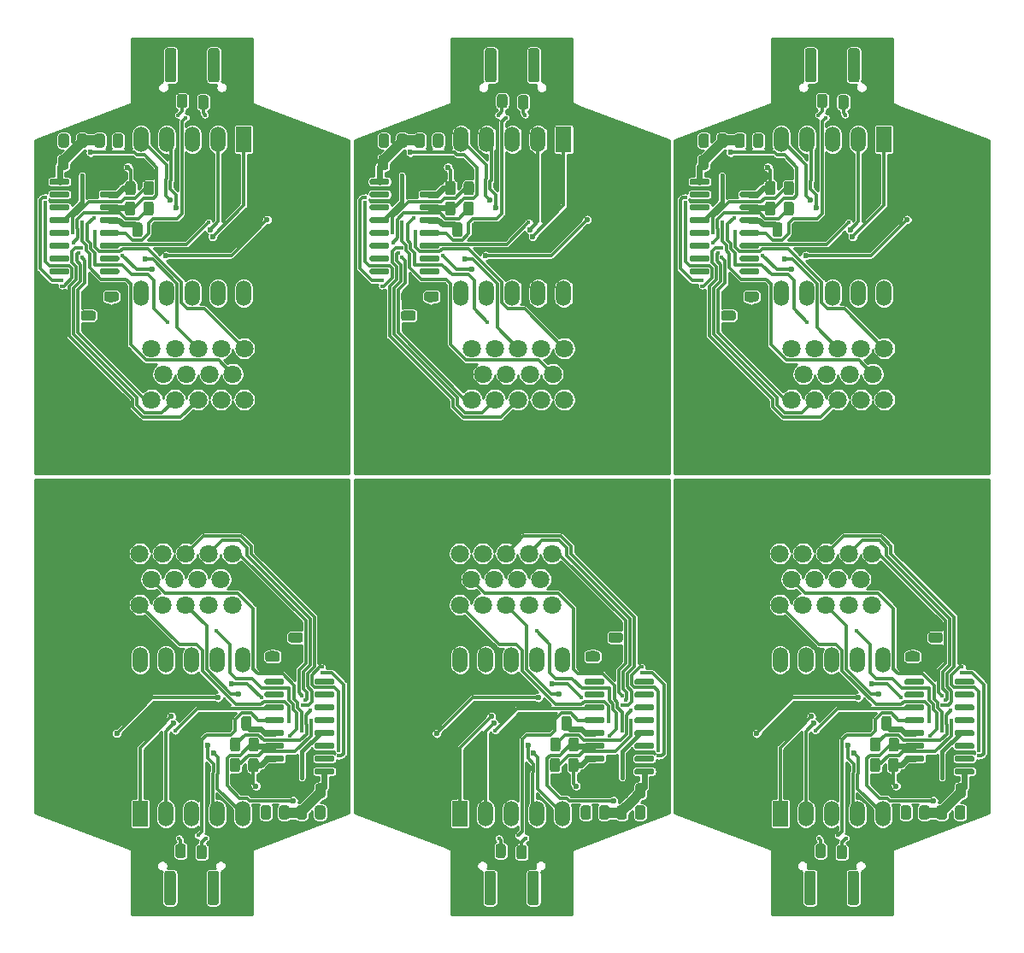
<source format=gbr>
%TF.GenerationSoftware,KiCad,Pcbnew,(5.1.9)-1*%
%TF.CreationDate,2022-04-09T22:54:08+08:00*%
%TF.ProjectId,DB15_Switch_panelize,44423135-5f53-4776-9974-63685f70616e,rev?*%
%TF.SameCoordinates,Original*%
%TF.FileFunction,Copper,L2,Bot*%
%TF.FilePolarity,Positive*%
%FSLAX46Y46*%
G04 Gerber Fmt 4.6, Leading zero omitted, Abs format (unit mm)*
G04 Created by KiCad (PCBNEW (5.1.9)-1) date 2022-04-09 22:54:08*
%MOMM*%
%LPD*%
G01*
G04 APERTURE LIST*
%TA.AperFunction,ComponentPad*%
%ADD10O,1.000000X1.600000*%
%TD*%
%TA.AperFunction,ComponentPad*%
%ADD11O,1.000000X2.100000*%
%TD*%
%TA.AperFunction,ComponentPad*%
%ADD12R,1.524000X2.524000*%
%TD*%
%TA.AperFunction,ComponentPad*%
%ADD13O,1.524000X2.524000*%
%TD*%
%TA.AperFunction,ComponentPad*%
%ADD14C,5.000000*%
%TD*%
%TA.AperFunction,ComponentPad*%
%ADD15C,1.800000*%
%TD*%
%TA.AperFunction,ViaPad*%
%ADD16C,0.600000*%
%TD*%
%TA.AperFunction,ViaPad*%
%ADD17C,0.400000*%
%TD*%
%TA.AperFunction,ViaPad*%
%ADD18C,0.800000*%
%TD*%
%TA.AperFunction,Conductor*%
%ADD19C,0.600000*%
%TD*%
%TA.AperFunction,Conductor*%
%ADD20C,0.400000*%
%TD*%
%TA.AperFunction,Conductor*%
%ADD21C,1.000000*%
%TD*%
%TA.AperFunction,Conductor*%
%ADD22C,0.300000*%
%TD*%
%TA.AperFunction,Conductor*%
%ADD23C,0.254000*%
%TD*%
%TA.AperFunction,Conductor*%
%ADD24C,0.100000*%
%TD*%
G04 APERTURE END LIST*
%TO.P,C2,1*%
%TO.N,GNDA*%
%TA.AperFunction,SMDPad,CuDef*%
G36*
G01*
X192585000Y-117090000D02*
X192585000Y-116140000D01*
G75*
G02*
X192835000Y-115890000I250000J0D01*
G01*
X193335000Y-115890000D01*
G75*
G02*
X193585000Y-116140000I0J-250000D01*
G01*
X193585000Y-117090000D01*
G75*
G02*
X193335000Y-117340000I-250000J0D01*
G01*
X192835000Y-117340000D01*
G75*
G02*
X192585000Y-117090000I0J250000D01*
G01*
G37*
%TD.AperFunction*%
%TO.P,C2,2*%
%TO.N,+5V*%
%TA.AperFunction,SMDPad,CuDef*%
G36*
G01*
X194485000Y-117090000D02*
X194485000Y-116140000D01*
G75*
G02*
X194735000Y-115890000I250000J0D01*
G01*
X195235000Y-115890000D01*
G75*
G02*
X195485000Y-116140000I0J-250000D01*
G01*
X195485000Y-117090000D01*
G75*
G02*
X195235000Y-117340000I-250000J0D01*
G01*
X194735000Y-117340000D01*
G75*
G02*
X194485000Y-117090000I0J250000D01*
G01*
G37*
%TD.AperFunction*%
%TD*%
D10*
%TO.P,USB1,13*%
%TO.N,GNDA*%
X186520000Y-127700000D03*
X177880000Y-127700000D03*
D11*
X186520000Y-123520000D03*
X177880000Y-123520000D03*
%TD*%
%TO.P,C2,1*%
%TO.N,GNDA*%
%TA.AperFunction,SMDPad,CuDef*%
G36*
G01*
X160885000Y-117090000D02*
X160885000Y-116140000D01*
G75*
G02*
X161135000Y-115890000I250000J0D01*
G01*
X161635000Y-115890000D01*
G75*
G02*
X161885000Y-116140000I0J-250000D01*
G01*
X161885000Y-117090000D01*
G75*
G02*
X161635000Y-117340000I-250000J0D01*
G01*
X161135000Y-117340000D01*
G75*
G02*
X160885000Y-117090000I0J250000D01*
G01*
G37*
%TD.AperFunction*%
%TO.P,C2,2*%
%TO.N,+5V*%
%TA.AperFunction,SMDPad,CuDef*%
G36*
G01*
X162785000Y-117090000D02*
X162785000Y-116140000D01*
G75*
G02*
X163035000Y-115890000I250000J0D01*
G01*
X163535000Y-115890000D01*
G75*
G02*
X163785000Y-116140000I0J-250000D01*
G01*
X163785000Y-117090000D01*
G75*
G02*
X163535000Y-117340000I-250000J0D01*
G01*
X163035000Y-117340000D01*
G75*
G02*
X162785000Y-117090000I0J250000D01*
G01*
G37*
%TD.AperFunction*%
%TD*%
D10*
%TO.P,USB1,13*%
%TO.N,GNDA*%
X154820000Y-127700000D03*
X146180000Y-127700000D03*
D11*
X154820000Y-123520000D03*
X146180000Y-123520000D03*
%TD*%
D12*
%TO.P,U2,1*%
%TO.N,Net-(RN1-Pad13)*%
X177120000Y-118901000D03*
D13*
%TO.P,U2,2*%
%TO.N,Net-(RN1-Pad14)*%
X179660000Y-118901000D03*
%TO.P,U2,3*%
%TO.N,+5V*%
X182200000Y-118901000D03*
%TO.P,U2,4*%
%TO.N,Net-(RN1-Pad15)*%
X184740000Y-118901000D03*
%TO.P,U2,5*%
%TO.N,Net-(RN1-Pad16)*%
X187280000Y-118901000D03*
%TO.P,U2,6*%
%TO.N,Net-(RN1-Pad11)*%
X187280000Y-103661000D03*
%TO.P,U2,7*%
%TO.N,Net-(RN1-Pad10)*%
X184740000Y-103661000D03*
%TO.P,U2,8*%
%TO.N,+5V*%
X182200000Y-103661000D03*
%TO.P,U2,9*%
%TO.N,Net-(RN1-Pad9)*%
X179660000Y-103661000D03*
%TO.P,U2,10*%
%TO.N,Net-(RN1-Pad12)*%
X177120000Y-103661000D03*
%TD*%
D12*
%TO.P,U2,1*%
%TO.N,Net-(RN1-Pad13)*%
X145420000Y-118901000D03*
D13*
%TO.P,U2,2*%
%TO.N,Net-(RN1-Pad14)*%
X147960000Y-118901000D03*
%TO.P,U2,3*%
%TO.N,+5V*%
X150500000Y-118901000D03*
%TO.P,U2,4*%
%TO.N,Net-(RN1-Pad15)*%
X153040000Y-118901000D03*
%TO.P,U2,5*%
%TO.N,Net-(RN1-Pad16)*%
X155580000Y-118901000D03*
%TO.P,U2,6*%
%TO.N,Net-(RN1-Pad11)*%
X155580000Y-103661000D03*
%TO.P,U2,7*%
%TO.N,Net-(RN1-Pad10)*%
X153040000Y-103661000D03*
%TO.P,U2,8*%
%TO.N,+5V*%
X150500000Y-103661000D03*
%TO.P,U2,9*%
%TO.N,Net-(RN1-Pad9)*%
X147960000Y-103661000D03*
%TO.P,U2,10*%
%TO.N,Net-(RN1-Pad12)*%
X145420000Y-103661000D03*
%TD*%
D14*
%TO.P,J1,0*%
%TO.N,GNDA*%
X169729000Y-95660000D03*
X194719000Y-95660000D03*
D15*
%TO.P,J1,1*%
%TO.N,/D3*%
X186231000Y-98200000D03*
%TO.P,J1,2*%
%TO.N,/D4*%
X183942000Y-98200000D03*
%TO.P,J1,3*%
%TO.N,/D5*%
X181652000Y-98200000D03*
%TO.P,J1,4*%
%TO.N,/A0*%
X179362000Y-98200000D03*
%TO.P,J1,5*%
%TO.N,/A1*%
X177072000Y-98200000D03*
%TO.P,J1,6*%
%TO.N,GNDA*%
X187376000Y-95660000D03*
%TO.P,J1,7*%
%TO.N,/A2*%
X185086000Y-95660000D03*
%TO.P,J1,8*%
%TO.N,/A3*%
X182796000Y-95660000D03*
%TO.P,J1,9*%
%TO.N,+12V*%
X180506000Y-95660000D03*
%TO.P,J1,10*%
%TO.N,/A4*%
X178217000Y-95660000D03*
%TO.P,J1,11*%
%TO.N,/A5*%
X186231000Y-93120000D03*
%TO.P,J1,12*%
%TO.N,/A6*%
X183942000Y-93120000D03*
%TO.P,J1,13*%
%TO.N,/A7*%
X181652000Y-93120000D03*
%TO.P,J1,14*%
%TO.N,Net-(J1-Pad14)*%
X179362000Y-93120000D03*
%TO.P,J1,15*%
%TO.N,/Reset*%
X177072000Y-93120000D03*
%TD*%
%TO.P,C11,2*%
%TO.N,Net-(C11-Pad2)*%
%TA.AperFunction,SMDPad,CuDef*%
G36*
G01*
X192986000Y-101941000D02*
X192036000Y-101941000D01*
G75*
G02*
X191786000Y-101691000I0J250000D01*
G01*
X191786000Y-101191000D01*
G75*
G02*
X192036000Y-100941000I250000J0D01*
G01*
X192986000Y-100941000D01*
G75*
G02*
X193236000Y-101191000I0J-250000D01*
G01*
X193236000Y-101691000D01*
G75*
G02*
X192986000Y-101941000I-250000J0D01*
G01*
G37*
%TD.AperFunction*%
%TO.P,C11,1*%
%TO.N,GNDA*%
%TA.AperFunction,SMDPad,CuDef*%
G36*
G01*
X192986000Y-103841000D02*
X192036000Y-103841000D01*
G75*
G02*
X191786000Y-103591000I0J250000D01*
G01*
X191786000Y-103091000D01*
G75*
G02*
X192036000Y-102841000I250000J0D01*
G01*
X192986000Y-102841000D01*
G75*
G02*
X193236000Y-103091000I0J-250000D01*
G01*
X193236000Y-103591000D01*
G75*
G02*
X192986000Y-103841000I-250000J0D01*
G01*
G37*
%TD.AperFunction*%
%TD*%
D14*
%TO.P,J1,0*%
%TO.N,GNDA*%
X138029000Y-95660000D03*
X163019000Y-95660000D03*
D15*
%TO.P,J1,1*%
%TO.N,/D3*%
X154531000Y-98200000D03*
%TO.P,J1,2*%
%TO.N,/D4*%
X152242000Y-98200000D03*
%TO.P,J1,3*%
%TO.N,/D5*%
X149952000Y-98200000D03*
%TO.P,J1,4*%
%TO.N,/A0*%
X147662000Y-98200000D03*
%TO.P,J1,5*%
%TO.N,/A1*%
X145372000Y-98200000D03*
%TO.P,J1,6*%
%TO.N,GNDA*%
X155676000Y-95660000D03*
%TO.P,J1,7*%
%TO.N,/A2*%
X153386000Y-95660000D03*
%TO.P,J1,8*%
%TO.N,/A3*%
X151096000Y-95660000D03*
%TO.P,J1,9*%
%TO.N,+12V*%
X148806000Y-95660000D03*
%TO.P,J1,10*%
%TO.N,/A4*%
X146517000Y-95660000D03*
%TO.P,J1,11*%
%TO.N,/A5*%
X154531000Y-93120000D03*
%TO.P,J1,12*%
%TO.N,/A6*%
X152242000Y-93120000D03*
%TO.P,J1,13*%
%TO.N,/A7*%
X149952000Y-93120000D03*
%TO.P,J1,14*%
%TO.N,Net-(J1-Pad14)*%
X147662000Y-93120000D03*
%TO.P,J1,15*%
%TO.N,/Reset*%
X145372000Y-93120000D03*
%TD*%
%TO.P,C1,2*%
%TO.N,GNDA*%
%TA.AperFunction,SMDPad,CuDef*%
G36*
G01*
X186250000Y-109475000D02*
X186250000Y-110425000D01*
G75*
G02*
X186000000Y-110675000I-250000J0D01*
G01*
X185500000Y-110675000D01*
G75*
G02*
X185250000Y-110425000I0J250000D01*
G01*
X185250000Y-109475000D01*
G75*
G02*
X185500000Y-109225000I250000J0D01*
G01*
X186000000Y-109225000D01*
G75*
G02*
X186250000Y-109475000I0J-250000D01*
G01*
G37*
%TD.AperFunction*%
%TO.P,C1,1*%
%TO.N,Net-(C1-Pad1)*%
%TA.AperFunction,SMDPad,CuDef*%
G36*
G01*
X188150000Y-109475000D02*
X188150000Y-110425000D01*
G75*
G02*
X187900000Y-110675000I-250000J0D01*
G01*
X187400000Y-110675000D01*
G75*
G02*
X187150000Y-110425000I0J250000D01*
G01*
X187150000Y-109475000D01*
G75*
G02*
X187400000Y-109225000I250000J0D01*
G01*
X187900000Y-109225000D01*
G75*
G02*
X188150000Y-109475000I0J-250000D01*
G01*
G37*
%TD.AperFunction*%
%TD*%
%TO.P,C1,2*%
%TO.N,GNDA*%
%TA.AperFunction,SMDPad,CuDef*%
G36*
G01*
X154550000Y-109475000D02*
X154550000Y-110425000D01*
G75*
G02*
X154300000Y-110675000I-250000J0D01*
G01*
X153800000Y-110675000D01*
G75*
G02*
X153550000Y-110425000I0J250000D01*
G01*
X153550000Y-109475000D01*
G75*
G02*
X153800000Y-109225000I250000J0D01*
G01*
X154300000Y-109225000D01*
G75*
G02*
X154550000Y-109475000I0J-250000D01*
G01*
G37*
%TD.AperFunction*%
%TO.P,C1,1*%
%TO.N,Net-(C1-Pad1)*%
%TA.AperFunction,SMDPad,CuDef*%
G36*
G01*
X156450000Y-109475000D02*
X156450000Y-110425000D01*
G75*
G02*
X156200000Y-110675000I-250000J0D01*
G01*
X155700000Y-110675000D01*
G75*
G02*
X155450000Y-110425000I0J250000D01*
G01*
X155450000Y-109475000D01*
G75*
G02*
X155700000Y-109225000I250000J0D01*
G01*
X156200000Y-109225000D01*
G75*
G02*
X156450000Y-109475000I0J-250000D01*
G01*
G37*
%TD.AperFunction*%
%TD*%
%TO.P,R2,2*%
%TO.N,Net-(R2-Pad2)*%
%TA.AperFunction,SMDPad,CuDef*%
G36*
G01*
X183729000Y-122260999D02*
X183729000Y-123161001D01*
G75*
G02*
X183479001Y-123411000I-249999J0D01*
G01*
X182953999Y-123411000D01*
G75*
G02*
X182704000Y-123161001I0J249999D01*
G01*
X182704000Y-122260999D01*
G75*
G02*
X182953999Y-122011000I249999J0D01*
G01*
X183479001Y-122011000D01*
G75*
G02*
X183729000Y-122260999I0J-249999D01*
G01*
G37*
%TD.AperFunction*%
%TO.P,R2,1*%
%TO.N,GNDA*%
%TA.AperFunction,SMDPad,CuDef*%
G36*
G01*
X185554000Y-122260999D02*
X185554000Y-123161001D01*
G75*
G02*
X185304001Y-123411000I-249999J0D01*
G01*
X184778999Y-123411000D01*
G75*
G02*
X184529000Y-123161001I0J249999D01*
G01*
X184529000Y-122260999D01*
G75*
G02*
X184778999Y-122011000I249999J0D01*
G01*
X185304001Y-122011000D01*
G75*
G02*
X185554000Y-122260999I0J-249999D01*
G01*
G37*
%TD.AperFunction*%
%TD*%
%TO.P,R9,2*%
%TO.N,/D1*%
%TA.AperFunction,SMDPad,CuDef*%
G36*
G01*
X187054500Y-111592999D02*
X187054500Y-112493001D01*
G75*
G02*
X186804501Y-112743000I-249999J0D01*
G01*
X186279499Y-112743000D01*
G75*
G02*
X186029500Y-112493001I0J249999D01*
G01*
X186029500Y-111592999D01*
G75*
G02*
X186279499Y-111343000I249999J0D01*
G01*
X186804501Y-111343000D01*
G75*
G02*
X187054500Y-111592999I0J-249999D01*
G01*
G37*
%TD.AperFunction*%
%TO.P,R9,1*%
%TO.N,/TX*%
%TA.AperFunction,SMDPad,CuDef*%
G36*
G01*
X188879500Y-111592999D02*
X188879500Y-112493001D01*
G75*
G02*
X188629501Y-112743000I-249999J0D01*
G01*
X188104499Y-112743000D01*
G75*
G02*
X187854500Y-112493001I0J249999D01*
G01*
X187854500Y-111592999D01*
G75*
G02*
X188104499Y-111343000I249999J0D01*
G01*
X188629501Y-111343000D01*
G75*
G02*
X188879500Y-111592999I0J-249999D01*
G01*
G37*
%TD.AperFunction*%
%TD*%
%TO.P,F1,1*%
%TO.N,+5V*%
%TA.AperFunction,SMDPad,CuDef*%
G36*
G01*
X179524000Y-127700001D02*
X179524000Y-124799999D01*
G75*
G02*
X179773999Y-124550000I249999J0D01*
G01*
X180399001Y-124550000D01*
G75*
G02*
X180649000Y-124799999I0J-249999D01*
G01*
X180649000Y-127700001D01*
G75*
G02*
X180399001Y-127950000I-249999J0D01*
G01*
X179773999Y-127950000D01*
G75*
G02*
X179524000Y-127700001I0J249999D01*
G01*
G37*
%TD.AperFunction*%
%TO.P,F1,2*%
%TO.N,VBUS*%
%TA.AperFunction,SMDPad,CuDef*%
G36*
G01*
X183799000Y-127700001D02*
X183799000Y-124799999D01*
G75*
G02*
X184048999Y-124550000I249999J0D01*
G01*
X184674001Y-124550000D01*
G75*
G02*
X184924000Y-124799999I0J-249999D01*
G01*
X184924000Y-127700001D01*
G75*
G02*
X184674001Y-127950000I-249999J0D01*
G01*
X184048999Y-127950000D01*
G75*
G02*
X183799000Y-127700001I0J249999D01*
G01*
G37*
%TD.AperFunction*%
%TD*%
%TO.P,F1,1*%
%TO.N,+5V*%
%TA.AperFunction,SMDPad,CuDef*%
G36*
G01*
X147824000Y-127700001D02*
X147824000Y-124799999D01*
G75*
G02*
X148073999Y-124550000I249999J0D01*
G01*
X148699001Y-124550000D01*
G75*
G02*
X148949000Y-124799999I0J-249999D01*
G01*
X148949000Y-127700001D01*
G75*
G02*
X148699001Y-127950000I-249999J0D01*
G01*
X148073999Y-127950000D01*
G75*
G02*
X147824000Y-127700001I0J249999D01*
G01*
G37*
%TD.AperFunction*%
%TO.P,F1,2*%
%TO.N,VBUS*%
%TA.AperFunction,SMDPad,CuDef*%
G36*
G01*
X152099000Y-127700001D02*
X152099000Y-124799999D01*
G75*
G02*
X152348999Y-124550000I249999J0D01*
G01*
X152974001Y-124550000D01*
G75*
G02*
X153224000Y-124799999I0J-249999D01*
G01*
X153224000Y-127700001D01*
G75*
G02*
X152974001Y-127950000I-249999J0D01*
G01*
X152348999Y-127950000D01*
G75*
G02*
X152099000Y-127700001I0J249999D01*
G01*
G37*
%TD.AperFunction*%
%TD*%
%TO.P,C11,2*%
%TO.N,Net-(C11-Pad2)*%
%TA.AperFunction,SMDPad,CuDef*%
G36*
G01*
X161286000Y-101941000D02*
X160336000Y-101941000D01*
G75*
G02*
X160086000Y-101691000I0J250000D01*
G01*
X160086000Y-101191000D01*
G75*
G02*
X160336000Y-100941000I250000J0D01*
G01*
X161286000Y-100941000D01*
G75*
G02*
X161536000Y-101191000I0J-250000D01*
G01*
X161536000Y-101691000D01*
G75*
G02*
X161286000Y-101941000I-250000J0D01*
G01*
G37*
%TD.AperFunction*%
%TO.P,C11,1*%
%TO.N,GNDA*%
%TA.AperFunction,SMDPad,CuDef*%
G36*
G01*
X161286000Y-103841000D02*
X160336000Y-103841000D01*
G75*
G02*
X160086000Y-103591000I0J250000D01*
G01*
X160086000Y-103091000D01*
G75*
G02*
X160336000Y-102841000I250000J0D01*
G01*
X161286000Y-102841000D01*
G75*
G02*
X161536000Y-103091000I0J-250000D01*
G01*
X161536000Y-103591000D01*
G75*
G02*
X161286000Y-103841000I-250000J0D01*
G01*
G37*
%TD.AperFunction*%
%TD*%
%TO.P,R8,2*%
%TO.N,/D0*%
%TA.AperFunction,SMDPad,CuDef*%
G36*
G01*
X155331000Y-113624999D02*
X155331000Y-114525001D01*
G75*
G02*
X155081001Y-114775000I-249999J0D01*
G01*
X154555999Y-114775000D01*
G75*
G02*
X154306000Y-114525001I0J249999D01*
G01*
X154306000Y-113624999D01*
G75*
G02*
X154555999Y-113375000I249999J0D01*
G01*
X155081001Y-113375000D01*
G75*
G02*
X155331000Y-113624999I0J-249999D01*
G01*
G37*
%TD.AperFunction*%
%TO.P,R8,1*%
%TO.N,/RX*%
%TA.AperFunction,SMDPad,CuDef*%
G36*
G01*
X157156000Y-113624999D02*
X157156000Y-114525001D01*
G75*
G02*
X156906001Y-114775000I-249999J0D01*
G01*
X156380999Y-114775000D01*
G75*
G02*
X156131000Y-114525001I0J249999D01*
G01*
X156131000Y-113624999D01*
G75*
G02*
X156380999Y-113375000I249999J0D01*
G01*
X156906001Y-113375000D01*
G75*
G02*
X157156000Y-113624999I0J-249999D01*
G01*
G37*
%TD.AperFunction*%
%TD*%
%TO.P,R8,2*%
%TO.N,/D0*%
%TA.AperFunction,SMDPad,CuDef*%
G36*
G01*
X187031000Y-113624999D02*
X187031000Y-114525001D01*
G75*
G02*
X186781001Y-114775000I-249999J0D01*
G01*
X186255999Y-114775000D01*
G75*
G02*
X186006000Y-114525001I0J249999D01*
G01*
X186006000Y-113624999D01*
G75*
G02*
X186255999Y-113375000I249999J0D01*
G01*
X186781001Y-113375000D01*
G75*
G02*
X187031000Y-113624999I0J-249999D01*
G01*
G37*
%TD.AperFunction*%
%TO.P,R8,1*%
%TO.N,/RX*%
%TA.AperFunction,SMDPad,CuDef*%
G36*
G01*
X188856000Y-113624999D02*
X188856000Y-114525001D01*
G75*
G02*
X188606001Y-114775000I-249999J0D01*
G01*
X188080999Y-114775000D01*
G75*
G02*
X187831000Y-114525001I0J249999D01*
G01*
X187831000Y-113624999D01*
G75*
G02*
X188080999Y-113375000I249999J0D01*
G01*
X188606001Y-113375000D01*
G75*
G02*
X188856000Y-113624999I0J-249999D01*
G01*
G37*
%TD.AperFunction*%
%TD*%
%TO.P,R9,2*%
%TO.N,/D1*%
%TA.AperFunction,SMDPad,CuDef*%
G36*
G01*
X155354500Y-111592999D02*
X155354500Y-112493001D01*
G75*
G02*
X155104501Y-112743000I-249999J0D01*
G01*
X154579499Y-112743000D01*
G75*
G02*
X154329500Y-112493001I0J249999D01*
G01*
X154329500Y-111592999D01*
G75*
G02*
X154579499Y-111343000I249999J0D01*
G01*
X155104501Y-111343000D01*
G75*
G02*
X155354500Y-111592999I0J-249999D01*
G01*
G37*
%TD.AperFunction*%
%TO.P,R9,1*%
%TO.N,/TX*%
%TA.AperFunction,SMDPad,CuDef*%
G36*
G01*
X157179500Y-111592999D02*
X157179500Y-112493001D01*
G75*
G02*
X156929501Y-112743000I-249999J0D01*
G01*
X156404499Y-112743000D01*
G75*
G02*
X156154500Y-112493001I0J249999D01*
G01*
X156154500Y-111592999D01*
G75*
G02*
X156404499Y-111343000I249999J0D01*
G01*
X156929501Y-111343000D01*
G75*
G02*
X157179500Y-111592999I0J-249999D01*
G01*
G37*
%TD.AperFunction*%
%TD*%
%TO.P,C2,2*%
%TO.N,+5V*%
%TA.AperFunction,SMDPad,CuDef*%
G36*
G01*
X131085000Y-117090000D02*
X131085000Y-116140000D01*
G75*
G02*
X131335000Y-115890000I250000J0D01*
G01*
X131835000Y-115890000D01*
G75*
G02*
X132085000Y-116140000I0J-250000D01*
G01*
X132085000Y-117090000D01*
G75*
G02*
X131835000Y-117340000I-250000J0D01*
G01*
X131335000Y-117340000D01*
G75*
G02*
X131085000Y-117090000I0J250000D01*
G01*
G37*
%TD.AperFunction*%
%TO.P,C2,1*%
%TO.N,GNDA*%
%TA.AperFunction,SMDPad,CuDef*%
G36*
G01*
X129185000Y-117090000D02*
X129185000Y-116140000D01*
G75*
G02*
X129435000Y-115890000I250000J0D01*
G01*
X129935000Y-115890000D01*
G75*
G02*
X130185000Y-116140000I0J-250000D01*
G01*
X130185000Y-117090000D01*
G75*
G02*
X129935000Y-117340000I-250000J0D01*
G01*
X129435000Y-117340000D01*
G75*
G02*
X129185000Y-117090000I0J250000D01*
G01*
G37*
%TD.AperFunction*%
%TD*%
%TO.P,R2,2*%
%TO.N,Net-(R2-Pad2)*%
%TA.AperFunction,SMDPad,CuDef*%
G36*
G01*
X152029000Y-122260999D02*
X152029000Y-123161001D01*
G75*
G02*
X151779001Y-123411000I-249999J0D01*
G01*
X151253999Y-123411000D01*
G75*
G02*
X151004000Y-123161001I0J249999D01*
G01*
X151004000Y-122260999D01*
G75*
G02*
X151253999Y-122011000I249999J0D01*
G01*
X151779001Y-122011000D01*
G75*
G02*
X152029000Y-122260999I0J-249999D01*
G01*
G37*
%TD.AperFunction*%
%TO.P,R2,1*%
%TO.N,GNDA*%
%TA.AperFunction,SMDPad,CuDef*%
G36*
G01*
X153854000Y-122260999D02*
X153854000Y-123161001D01*
G75*
G02*
X153604001Y-123411000I-249999J0D01*
G01*
X153078999Y-123411000D01*
G75*
G02*
X152829000Y-123161001I0J249999D01*
G01*
X152829000Y-122260999D01*
G75*
G02*
X153078999Y-122011000I249999J0D01*
G01*
X153604001Y-122011000D01*
G75*
G02*
X153854000Y-122260999I0J-249999D01*
G01*
G37*
%TD.AperFunction*%
%TD*%
D11*
%TO.P,USB1,13*%
%TO.N,GNDA*%
X114480000Y-123520000D03*
X123120000Y-123520000D03*
D10*
X114480000Y-127700000D03*
X123120000Y-127700000D03*
%TD*%
D13*
%TO.P,U2,10*%
%TO.N,Net-(RN1-Pad12)*%
X113720000Y-103661000D03*
%TO.P,U2,9*%
%TO.N,Net-(RN1-Pad9)*%
X116260000Y-103661000D03*
%TO.P,U2,8*%
%TO.N,+5V*%
X118800000Y-103661000D03*
%TO.P,U2,7*%
%TO.N,Net-(RN1-Pad10)*%
X121340000Y-103661000D03*
%TO.P,U2,6*%
%TO.N,Net-(RN1-Pad11)*%
X123880000Y-103661000D03*
%TO.P,U2,5*%
%TO.N,Net-(RN1-Pad16)*%
X123880000Y-118901000D03*
%TO.P,U2,4*%
%TO.N,Net-(RN1-Pad15)*%
X121340000Y-118901000D03*
%TO.P,U2,3*%
%TO.N,+5V*%
X118800000Y-118901000D03*
%TO.P,U2,2*%
%TO.N,Net-(RN1-Pad14)*%
X116260000Y-118901000D03*
D12*
%TO.P,U2,1*%
%TO.N,Net-(RN1-Pad13)*%
X113720000Y-118901000D03*
%TD*%
D15*
%TO.P,J1,15*%
%TO.N,/Reset*%
X113672000Y-93120000D03*
%TO.P,J1,14*%
%TO.N,Net-(J1-Pad14)*%
X115962000Y-93120000D03*
%TO.P,J1,13*%
%TO.N,/A7*%
X118252000Y-93120000D03*
%TO.P,J1,12*%
%TO.N,/A6*%
X120542000Y-93120000D03*
%TO.P,J1,11*%
%TO.N,/A5*%
X122831000Y-93120000D03*
%TO.P,J1,10*%
%TO.N,/A4*%
X114817000Y-95660000D03*
%TO.P,J1,9*%
%TO.N,+12V*%
X117106000Y-95660000D03*
%TO.P,J1,8*%
%TO.N,/A3*%
X119396000Y-95660000D03*
%TO.P,J1,7*%
%TO.N,/A2*%
X121686000Y-95660000D03*
%TO.P,J1,6*%
%TO.N,GNDA*%
X123976000Y-95660000D03*
%TO.P,J1,5*%
%TO.N,/A1*%
X113672000Y-98200000D03*
%TO.P,J1,4*%
%TO.N,/A0*%
X115962000Y-98200000D03*
%TO.P,J1,3*%
%TO.N,/D5*%
X118252000Y-98200000D03*
%TO.P,J1,2*%
%TO.N,/D4*%
X120542000Y-98200000D03*
%TO.P,J1,1*%
%TO.N,/D3*%
X122831000Y-98200000D03*
D14*
%TO.P,J1,0*%
%TO.N,GNDA*%
X131319000Y-95660000D03*
X106329000Y-95660000D03*
%TD*%
%TO.P,C1,1*%
%TO.N,Net-(C1-Pad1)*%
%TA.AperFunction,SMDPad,CuDef*%
G36*
G01*
X124750000Y-109475000D02*
X124750000Y-110425000D01*
G75*
G02*
X124500000Y-110675000I-250000J0D01*
G01*
X124000000Y-110675000D01*
G75*
G02*
X123750000Y-110425000I0J250000D01*
G01*
X123750000Y-109475000D01*
G75*
G02*
X124000000Y-109225000I250000J0D01*
G01*
X124500000Y-109225000D01*
G75*
G02*
X124750000Y-109475000I0J-250000D01*
G01*
G37*
%TD.AperFunction*%
%TO.P,C1,2*%
%TO.N,GNDA*%
%TA.AperFunction,SMDPad,CuDef*%
G36*
G01*
X122850000Y-109475000D02*
X122850000Y-110425000D01*
G75*
G02*
X122600000Y-110675000I-250000J0D01*
G01*
X122100000Y-110675000D01*
G75*
G02*
X121850000Y-110425000I0J250000D01*
G01*
X121850000Y-109475000D01*
G75*
G02*
X122100000Y-109225000I250000J0D01*
G01*
X122600000Y-109225000D01*
G75*
G02*
X122850000Y-109475000I0J-250000D01*
G01*
G37*
%TD.AperFunction*%
%TD*%
%TO.P,R8,1*%
%TO.N,/RX*%
%TA.AperFunction,SMDPad,CuDef*%
G36*
G01*
X125456000Y-113624999D02*
X125456000Y-114525001D01*
G75*
G02*
X125206001Y-114775000I-249999J0D01*
G01*
X124680999Y-114775000D01*
G75*
G02*
X124431000Y-114525001I0J249999D01*
G01*
X124431000Y-113624999D01*
G75*
G02*
X124680999Y-113375000I249999J0D01*
G01*
X125206001Y-113375000D01*
G75*
G02*
X125456000Y-113624999I0J-249999D01*
G01*
G37*
%TD.AperFunction*%
%TO.P,R8,2*%
%TO.N,/D0*%
%TA.AperFunction,SMDPad,CuDef*%
G36*
G01*
X123631000Y-113624999D02*
X123631000Y-114525001D01*
G75*
G02*
X123381001Y-114775000I-249999J0D01*
G01*
X122855999Y-114775000D01*
G75*
G02*
X122606000Y-114525001I0J249999D01*
G01*
X122606000Y-113624999D01*
G75*
G02*
X122855999Y-113375000I249999J0D01*
G01*
X123381001Y-113375000D01*
G75*
G02*
X123631000Y-113624999I0J-249999D01*
G01*
G37*
%TD.AperFunction*%
%TD*%
%TO.P,R9,1*%
%TO.N,/TX*%
%TA.AperFunction,SMDPad,CuDef*%
G36*
G01*
X125479500Y-111592999D02*
X125479500Y-112493001D01*
G75*
G02*
X125229501Y-112743000I-249999J0D01*
G01*
X124704499Y-112743000D01*
G75*
G02*
X124454500Y-112493001I0J249999D01*
G01*
X124454500Y-111592999D01*
G75*
G02*
X124704499Y-111343000I249999J0D01*
G01*
X125229501Y-111343000D01*
G75*
G02*
X125479500Y-111592999I0J-249999D01*
G01*
G37*
%TD.AperFunction*%
%TO.P,R9,2*%
%TO.N,/D1*%
%TA.AperFunction,SMDPad,CuDef*%
G36*
G01*
X123654500Y-111592999D02*
X123654500Y-112493001D01*
G75*
G02*
X123404501Y-112743000I-249999J0D01*
G01*
X122879499Y-112743000D01*
G75*
G02*
X122629500Y-112493001I0J249999D01*
G01*
X122629500Y-111592999D01*
G75*
G02*
X122879499Y-111343000I249999J0D01*
G01*
X123404501Y-111343000D01*
G75*
G02*
X123654500Y-111592999I0J-249999D01*
G01*
G37*
%TD.AperFunction*%
%TD*%
%TO.P,C11,1*%
%TO.N,GNDA*%
%TA.AperFunction,SMDPad,CuDef*%
G36*
G01*
X129586000Y-103841000D02*
X128636000Y-103841000D01*
G75*
G02*
X128386000Y-103591000I0J250000D01*
G01*
X128386000Y-103091000D01*
G75*
G02*
X128636000Y-102841000I250000J0D01*
G01*
X129586000Y-102841000D01*
G75*
G02*
X129836000Y-103091000I0J-250000D01*
G01*
X129836000Y-103591000D01*
G75*
G02*
X129586000Y-103841000I-250000J0D01*
G01*
G37*
%TD.AperFunction*%
%TO.P,C11,2*%
%TO.N,Net-(C11-Pad2)*%
%TA.AperFunction,SMDPad,CuDef*%
G36*
G01*
X129586000Y-101941000D02*
X128636000Y-101941000D01*
G75*
G02*
X128386000Y-101691000I0J250000D01*
G01*
X128386000Y-101191000D01*
G75*
G02*
X128636000Y-100941000I250000J0D01*
G01*
X129586000Y-100941000D01*
G75*
G02*
X129836000Y-101191000I0J-250000D01*
G01*
X129836000Y-101691000D01*
G75*
G02*
X129586000Y-101941000I-250000J0D01*
G01*
G37*
%TD.AperFunction*%
%TD*%
%TO.P,F1,2*%
%TO.N,VBUS*%
%TA.AperFunction,SMDPad,CuDef*%
G36*
G01*
X120399000Y-127700001D02*
X120399000Y-124799999D01*
G75*
G02*
X120648999Y-124550000I249999J0D01*
G01*
X121274001Y-124550000D01*
G75*
G02*
X121524000Y-124799999I0J-249999D01*
G01*
X121524000Y-127700001D01*
G75*
G02*
X121274001Y-127950000I-249999J0D01*
G01*
X120648999Y-127950000D01*
G75*
G02*
X120399000Y-127700001I0J249999D01*
G01*
G37*
%TD.AperFunction*%
%TO.P,F1,1*%
%TO.N,+5V*%
%TA.AperFunction,SMDPad,CuDef*%
G36*
G01*
X116124000Y-127700001D02*
X116124000Y-124799999D01*
G75*
G02*
X116373999Y-124550000I249999J0D01*
G01*
X116999001Y-124550000D01*
G75*
G02*
X117249000Y-124799999I0J-249999D01*
G01*
X117249000Y-127700001D01*
G75*
G02*
X116999001Y-127950000I-249999J0D01*
G01*
X116373999Y-127950000D01*
G75*
G02*
X116124000Y-127700001I0J249999D01*
G01*
G37*
%TD.AperFunction*%
%TD*%
%TO.P,R2,1*%
%TO.N,GNDA*%
%TA.AperFunction,SMDPad,CuDef*%
G36*
G01*
X122154000Y-122260999D02*
X122154000Y-123161001D01*
G75*
G02*
X121904001Y-123411000I-249999J0D01*
G01*
X121378999Y-123411000D01*
G75*
G02*
X121129000Y-123161001I0J249999D01*
G01*
X121129000Y-122260999D01*
G75*
G02*
X121378999Y-122011000I249999J0D01*
G01*
X121904001Y-122011000D01*
G75*
G02*
X122154000Y-122260999I0J-249999D01*
G01*
G37*
%TD.AperFunction*%
%TO.P,R2,2*%
%TO.N,Net-(R2-Pad2)*%
%TA.AperFunction,SMDPad,CuDef*%
G36*
G01*
X120329000Y-122260999D02*
X120329000Y-123161001D01*
G75*
G02*
X120079001Y-123411000I-249999J0D01*
G01*
X119553999Y-123411000D01*
G75*
G02*
X119304000Y-123161001I0J249999D01*
G01*
X119304000Y-122260999D01*
G75*
G02*
X119553999Y-122011000I249999J0D01*
G01*
X120079001Y-122011000D01*
G75*
G02*
X120329000Y-122260999I0J-249999D01*
G01*
G37*
%TD.AperFunction*%
%TD*%
%TO.P,R1,1*%
%TO.N,Net-(R1-Pad1)*%
%TA.AperFunction,SMDPad,CuDef*%
G36*
G01*
X118240500Y-122133999D02*
X118240500Y-123034001D01*
G75*
G02*
X117990501Y-123284000I-249999J0D01*
G01*
X117465499Y-123284000D01*
G75*
G02*
X117215500Y-123034001I0J249999D01*
G01*
X117215500Y-122133999D01*
G75*
G02*
X117465499Y-121884000I249999J0D01*
G01*
X117990501Y-121884000D01*
G75*
G02*
X118240500Y-122133999I0J-249999D01*
G01*
G37*
%TD.AperFunction*%
%TO.P,R1,2*%
%TO.N,GNDA*%
%TA.AperFunction,SMDPad,CuDef*%
G36*
G01*
X116415500Y-122133999D02*
X116415500Y-123034001D01*
G75*
G02*
X116165501Y-123284000I-249999J0D01*
G01*
X115640499Y-123284000D01*
G75*
G02*
X115390500Y-123034001I0J249999D01*
G01*
X115390500Y-122133999D01*
G75*
G02*
X115640499Y-121884000I249999J0D01*
G01*
X116165501Y-121884000D01*
G75*
G02*
X116415500Y-122133999I0J-249999D01*
G01*
G37*
%TD.AperFunction*%
%TD*%
%TO.P,R3,1*%
%TO.N,Net-(D1-Pad2)*%
%TA.AperFunction,SMDPad,CuDef*%
G36*
G01*
X125654000Y-119224001D02*
X125654000Y-118323999D01*
G75*
G02*
X125903999Y-118074000I249999J0D01*
G01*
X126429001Y-118074000D01*
G75*
G02*
X126679000Y-118323999I0J-249999D01*
G01*
X126679000Y-119224001D01*
G75*
G02*
X126429001Y-119474000I-249999J0D01*
G01*
X125903999Y-119474000D01*
G75*
G02*
X125654000Y-119224001I0J249999D01*
G01*
G37*
%TD.AperFunction*%
%TO.P,R3,2*%
%TO.N,+5V*%
%TA.AperFunction,SMDPad,CuDef*%
G36*
G01*
X127479000Y-119224001D02*
X127479000Y-118323999D01*
G75*
G02*
X127728999Y-118074000I249999J0D01*
G01*
X128254001Y-118074000D01*
G75*
G02*
X128504000Y-118323999I0J-249999D01*
G01*
X128504000Y-119224001D01*
G75*
G02*
X128254001Y-119474000I-249999J0D01*
G01*
X127728999Y-119474000D01*
G75*
G02*
X127479000Y-119224001I0J249999D01*
G01*
G37*
%TD.AperFunction*%
%TD*%
%TO.P,R4,1*%
%TO.N,Net-(D2-Pad2)*%
%TA.AperFunction,SMDPad,CuDef*%
G36*
G01*
X132060000Y-118323999D02*
X132060000Y-119224001D01*
G75*
G02*
X131810001Y-119474000I-249999J0D01*
G01*
X131284999Y-119474000D01*
G75*
G02*
X131035000Y-119224001I0J249999D01*
G01*
X131035000Y-118323999D01*
G75*
G02*
X131284999Y-118074000I249999J0D01*
G01*
X131810001Y-118074000D01*
G75*
G02*
X132060000Y-118323999I0J-249999D01*
G01*
G37*
%TD.AperFunction*%
%TO.P,R4,2*%
%TO.N,+5V*%
%TA.AperFunction,SMDPad,CuDef*%
G36*
G01*
X130235000Y-118323999D02*
X130235000Y-119224001D01*
G75*
G02*
X129985001Y-119474000I-249999J0D01*
G01*
X129459999Y-119474000D01*
G75*
G02*
X129210000Y-119224001I0J249999D01*
G01*
X129210000Y-118323999D01*
G75*
G02*
X129459999Y-118074000I249999J0D01*
G01*
X129985001Y-118074000D01*
G75*
G02*
X130235000Y-118323999I0J-249999D01*
G01*
G37*
%TD.AperFunction*%
%TD*%
%TO.P,U1,16*%
%TO.N,+5V*%
%TA.AperFunction,SMDPad,CuDef*%
G36*
G01*
X130992000Y-114860000D02*
X130992000Y-114560000D01*
G75*
G02*
X131142000Y-114410000I150000J0D01*
G01*
X132792000Y-114410000D01*
G75*
G02*
X132942000Y-114560000I0J-150000D01*
G01*
X132942000Y-114860000D01*
G75*
G02*
X132792000Y-115010000I-150000J0D01*
G01*
X131142000Y-115010000D01*
G75*
G02*
X130992000Y-114860000I0J150000D01*
G01*
G37*
%TD.AperFunction*%
%TO.P,U1,15*%
%TO.N,Net-(U1-Pad15)*%
%TA.AperFunction,SMDPad,CuDef*%
G36*
G01*
X130992000Y-113590000D02*
X130992000Y-113290000D01*
G75*
G02*
X131142000Y-113140000I150000J0D01*
G01*
X132792000Y-113140000D01*
G75*
G02*
X132942000Y-113290000I0J-150000D01*
G01*
X132942000Y-113590000D01*
G75*
G02*
X132792000Y-113740000I-150000J0D01*
G01*
X131142000Y-113740000D01*
G75*
G02*
X130992000Y-113590000I0J150000D01*
G01*
G37*
%TD.AperFunction*%
%TO.P,U1,14*%
%TO.N,Net-(U1-Pad14)*%
%TA.AperFunction,SMDPad,CuDef*%
G36*
G01*
X130992000Y-112320000D02*
X130992000Y-112020000D01*
G75*
G02*
X131142000Y-111870000I150000J0D01*
G01*
X132792000Y-111870000D01*
G75*
G02*
X132942000Y-112020000I0J-150000D01*
G01*
X132942000Y-112320000D01*
G75*
G02*
X132792000Y-112470000I-150000J0D01*
G01*
X131142000Y-112470000D01*
G75*
G02*
X130992000Y-112320000I0J150000D01*
G01*
G37*
%TD.AperFunction*%
%TO.P,U1,13*%
%TO.N,Net-(C3-Pad2)*%
%TA.AperFunction,SMDPad,CuDef*%
G36*
G01*
X130992000Y-111050000D02*
X130992000Y-110750000D01*
G75*
G02*
X131142000Y-110600000I150000J0D01*
G01*
X132792000Y-110600000D01*
G75*
G02*
X132942000Y-110750000I0J-150000D01*
G01*
X132942000Y-111050000D01*
G75*
G02*
X132792000Y-111200000I-150000J0D01*
G01*
X131142000Y-111200000D01*
G75*
G02*
X130992000Y-111050000I0J150000D01*
G01*
G37*
%TD.AperFunction*%
%TO.P,U1,12*%
%TO.N,Net-(U1-Pad12)*%
%TA.AperFunction,SMDPad,CuDef*%
G36*
G01*
X130992000Y-109780000D02*
X130992000Y-109480000D01*
G75*
G02*
X131142000Y-109330000I150000J0D01*
G01*
X132792000Y-109330000D01*
G75*
G02*
X132942000Y-109480000I0J-150000D01*
G01*
X132942000Y-109780000D01*
G75*
G02*
X132792000Y-109930000I-150000J0D01*
G01*
X131142000Y-109930000D01*
G75*
G02*
X130992000Y-109780000I0J150000D01*
G01*
G37*
%TD.AperFunction*%
%TO.P,U1,11*%
%TO.N,Net-(U1-Pad11)*%
%TA.AperFunction,SMDPad,CuDef*%
G36*
G01*
X130992000Y-108510000D02*
X130992000Y-108210000D01*
G75*
G02*
X131142000Y-108060000I150000J0D01*
G01*
X132792000Y-108060000D01*
G75*
G02*
X132942000Y-108210000I0J-150000D01*
G01*
X132942000Y-108510000D01*
G75*
G02*
X132792000Y-108660000I-150000J0D01*
G01*
X131142000Y-108660000D01*
G75*
G02*
X130992000Y-108510000I0J150000D01*
G01*
G37*
%TD.AperFunction*%
%TO.P,U1,10*%
%TO.N,Net-(U1-Pad10)*%
%TA.AperFunction,SMDPad,CuDef*%
G36*
G01*
X130992000Y-107240000D02*
X130992000Y-106940000D01*
G75*
G02*
X131142000Y-106790000I150000J0D01*
G01*
X132792000Y-106790000D01*
G75*
G02*
X132942000Y-106940000I0J-150000D01*
G01*
X132942000Y-107240000D01*
G75*
G02*
X132792000Y-107390000I-150000J0D01*
G01*
X131142000Y-107390000D01*
G75*
G02*
X130992000Y-107240000I0J150000D01*
G01*
G37*
%TD.AperFunction*%
%TO.P,U1,9*%
%TO.N,Net-(U1-Pad9)*%
%TA.AperFunction,SMDPad,CuDef*%
G36*
G01*
X130992000Y-105970000D02*
X130992000Y-105670000D01*
G75*
G02*
X131142000Y-105520000I150000J0D01*
G01*
X132792000Y-105520000D01*
G75*
G02*
X132942000Y-105670000I0J-150000D01*
G01*
X132942000Y-105970000D01*
G75*
G02*
X132792000Y-106120000I-150000J0D01*
G01*
X131142000Y-106120000D01*
G75*
G02*
X130992000Y-105970000I0J150000D01*
G01*
G37*
%TD.AperFunction*%
%TO.P,U1,8*%
%TO.N,Net-(U1-Pad8)*%
%TA.AperFunction,SMDPad,CuDef*%
G36*
G01*
X126042000Y-105970000D02*
X126042000Y-105670000D01*
G75*
G02*
X126192000Y-105520000I150000J0D01*
G01*
X127842000Y-105520000D01*
G75*
G02*
X127992000Y-105670000I0J-150000D01*
G01*
X127992000Y-105970000D01*
G75*
G02*
X127842000Y-106120000I-150000J0D01*
G01*
X126192000Y-106120000D01*
G75*
G02*
X126042000Y-105970000I0J150000D01*
G01*
G37*
%TD.AperFunction*%
%TO.P,U1,7*%
%TO.N,Net-(U1-Pad7)*%
%TA.AperFunction,SMDPad,CuDef*%
G36*
G01*
X126042000Y-107240000D02*
X126042000Y-106940000D01*
G75*
G02*
X126192000Y-106790000I150000J0D01*
G01*
X127842000Y-106790000D01*
G75*
G02*
X127992000Y-106940000I0J-150000D01*
G01*
X127992000Y-107240000D01*
G75*
G02*
X127842000Y-107390000I-150000J0D01*
G01*
X126192000Y-107390000D01*
G75*
G02*
X126042000Y-107240000I0J150000D01*
G01*
G37*
%TD.AperFunction*%
%TO.P,U1,6*%
%TO.N,Net-(U1-Pad6)*%
%TA.AperFunction,SMDPad,CuDef*%
G36*
G01*
X126042000Y-108510000D02*
X126042000Y-108210000D01*
G75*
G02*
X126192000Y-108060000I150000J0D01*
G01*
X127842000Y-108060000D01*
G75*
G02*
X127992000Y-108210000I0J-150000D01*
G01*
X127992000Y-108510000D01*
G75*
G02*
X127842000Y-108660000I-150000J0D01*
G01*
X126192000Y-108660000D01*
G75*
G02*
X126042000Y-108510000I0J150000D01*
G01*
G37*
%TD.AperFunction*%
%TO.P,U1,5*%
%TO.N,Net-(U1-Pad5)*%
%TA.AperFunction,SMDPad,CuDef*%
G36*
G01*
X126042000Y-109780000D02*
X126042000Y-109480000D01*
G75*
G02*
X126192000Y-109330000I150000J0D01*
G01*
X127842000Y-109330000D01*
G75*
G02*
X127992000Y-109480000I0J-150000D01*
G01*
X127992000Y-109780000D01*
G75*
G02*
X127842000Y-109930000I-150000J0D01*
G01*
X126192000Y-109930000D01*
G75*
G02*
X126042000Y-109780000I0J150000D01*
G01*
G37*
%TD.AperFunction*%
%TO.P,U1,4*%
%TO.N,Net-(C1-Pad1)*%
%TA.AperFunction,SMDPad,CuDef*%
G36*
G01*
X126042000Y-111050000D02*
X126042000Y-110750000D01*
G75*
G02*
X126192000Y-110600000I150000J0D01*
G01*
X127842000Y-110600000D01*
G75*
G02*
X127992000Y-110750000I0J-150000D01*
G01*
X127992000Y-111050000D01*
G75*
G02*
X127842000Y-111200000I-150000J0D01*
G01*
X126192000Y-111200000D01*
G75*
G02*
X126042000Y-111050000I0J150000D01*
G01*
G37*
%TD.AperFunction*%
%TO.P,U1,3*%
%TO.N,/TX*%
%TA.AperFunction,SMDPad,CuDef*%
G36*
G01*
X126042000Y-112320000D02*
X126042000Y-112020000D01*
G75*
G02*
X126192000Y-111870000I150000J0D01*
G01*
X127842000Y-111870000D01*
G75*
G02*
X127992000Y-112020000I0J-150000D01*
G01*
X127992000Y-112320000D01*
G75*
G02*
X127842000Y-112470000I-150000J0D01*
G01*
X126192000Y-112470000D01*
G75*
G02*
X126042000Y-112320000I0J150000D01*
G01*
G37*
%TD.AperFunction*%
%TO.P,U1,2*%
%TO.N,/RX*%
%TA.AperFunction,SMDPad,CuDef*%
G36*
G01*
X126042000Y-113590000D02*
X126042000Y-113290000D01*
G75*
G02*
X126192000Y-113140000I150000J0D01*
G01*
X127842000Y-113140000D01*
G75*
G02*
X127992000Y-113290000I0J-150000D01*
G01*
X127992000Y-113590000D01*
G75*
G02*
X127842000Y-113740000I-150000J0D01*
G01*
X126192000Y-113740000D01*
G75*
G02*
X126042000Y-113590000I0J150000D01*
G01*
G37*
%TD.AperFunction*%
%TO.P,U1,1*%
%TO.N,GNDA*%
%TA.AperFunction,SMDPad,CuDef*%
G36*
G01*
X126042000Y-114860000D02*
X126042000Y-114560000D01*
G75*
G02*
X126192000Y-114410000I150000J0D01*
G01*
X127842000Y-114410000D01*
G75*
G02*
X127992000Y-114560000I0J-150000D01*
G01*
X127992000Y-114860000D01*
G75*
G02*
X127842000Y-115010000I-150000J0D01*
G01*
X126192000Y-115010000D01*
G75*
G02*
X126042000Y-114860000I0J150000D01*
G01*
G37*
%TD.AperFunction*%
%TD*%
%TO.P,C12,1*%
%TO.N,GNDA*%
%TA.AperFunction,SMDPad,CuDef*%
G36*
G01*
X126350000Y-100941000D02*
X127300000Y-100941000D01*
G75*
G02*
X127550000Y-101191000I0J-250000D01*
G01*
X127550000Y-101691000D01*
G75*
G02*
X127300000Y-101941000I-250000J0D01*
G01*
X126350000Y-101941000D01*
G75*
G02*
X126100000Y-101691000I0J250000D01*
G01*
X126100000Y-101191000D01*
G75*
G02*
X126350000Y-100941000I250000J0D01*
G01*
G37*
%TD.AperFunction*%
%TO.P,C12,2*%
%TO.N,Net-(C12-Pad2)*%
%TA.AperFunction,SMDPad,CuDef*%
G36*
G01*
X126350000Y-102841000D02*
X127300000Y-102841000D01*
G75*
G02*
X127550000Y-103091000I0J-250000D01*
G01*
X127550000Y-103591000D01*
G75*
G02*
X127300000Y-103841000I-250000J0D01*
G01*
X126350000Y-103841000D01*
G75*
G02*
X126100000Y-103591000I0J250000D01*
G01*
X126100000Y-103091000D01*
G75*
G02*
X126350000Y-102841000I250000J0D01*
G01*
G37*
%TD.AperFunction*%
%TD*%
%TO.P,R4,2*%
%TO.N,+5V*%
%TA.AperFunction,SMDPad,CuDef*%
G36*
G01*
X193635000Y-118323999D02*
X193635000Y-119224001D01*
G75*
G02*
X193385001Y-119474000I-249999J0D01*
G01*
X192859999Y-119474000D01*
G75*
G02*
X192610000Y-119224001I0J249999D01*
G01*
X192610000Y-118323999D01*
G75*
G02*
X192859999Y-118074000I249999J0D01*
G01*
X193385001Y-118074000D01*
G75*
G02*
X193635000Y-118323999I0J-249999D01*
G01*
G37*
%TD.AperFunction*%
%TO.P,R4,1*%
%TO.N,Net-(D2-Pad2)*%
%TA.AperFunction,SMDPad,CuDef*%
G36*
G01*
X195460000Y-118323999D02*
X195460000Y-119224001D01*
G75*
G02*
X195210001Y-119474000I-249999J0D01*
G01*
X194684999Y-119474000D01*
G75*
G02*
X194435000Y-119224001I0J249999D01*
G01*
X194435000Y-118323999D01*
G75*
G02*
X194684999Y-118074000I249999J0D01*
G01*
X195210001Y-118074000D01*
G75*
G02*
X195460000Y-118323999I0J-249999D01*
G01*
G37*
%TD.AperFunction*%
%TD*%
%TO.P,R4,2*%
%TO.N,+5V*%
%TA.AperFunction,SMDPad,CuDef*%
G36*
G01*
X161935000Y-118323999D02*
X161935000Y-119224001D01*
G75*
G02*
X161685001Y-119474000I-249999J0D01*
G01*
X161159999Y-119474000D01*
G75*
G02*
X160910000Y-119224001I0J249999D01*
G01*
X160910000Y-118323999D01*
G75*
G02*
X161159999Y-118074000I249999J0D01*
G01*
X161685001Y-118074000D01*
G75*
G02*
X161935000Y-118323999I0J-249999D01*
G01*
G37*
%TD.AperFunction*%
%TO.P,R4,1*%
%TO.N,Net-(D2-Pad2)*%
%TA.AperFunction,SMDPad,CuDef*%
G36*
G01*
X163760000Y-118323999D02*
X163760000Y-119224001D01*
G75*
G02*
X163510001Y-119474000I-249999J0D01*
G01*
X162984999Y-119474000D01*
G75*
G02*
X162735000Y-119224001I0J249999D01*
G01*
X162735000Y-118323999D01*
G75*
G02*
X162984999Y-118074000I249999J0D01*
G01*
X163510001Y-118074000D01*
G75*
G02*
X163760000Y-118323999I0J-249999D01*
G01*
G37*
%TD.AperFunction*%
%TD*%
%TO.P,R1,2*%
%TO.N,GNDA*%
%TA.AperFunction,SMDPad,CuDef*%
G36*
G01*
X148115500Y-122133999D02*
X148115500Y-123034001D01*
G75*
G02*
X147865501Y-123284000I-249999J0D01*
G01*
X147340499Y-123284000D01*
G75*
G02*
X147090500Y-123034001I0J249999D01*
G01*
X147090500Y-122133999D01*
G75*
G02*
X147340499Y-121884000I249999J0D01*
G01*
X147865501Y-121884000D01*
G75*
G02*
X148115500Y-122133999I0J-249999D01*
G01*
G37*
%TD.AperFunction*%
%TO.P,R1,1*%
%TO.N,Net-(R1-Pad1)*%
%TA.AperFunction,SMDPad,CuDef*%
G36*
G01*
X149940500Y-122133999D02*
X149940500Y-123034001D01*
G75*
G02*
X149690501Y-123284000I-249999J0D01*
G01*
X149165499Y-123284000D01*
G75*
G02*
X148915500Y-123034001I0J249999D01*
G01*
X148915500Y-122133999D01*
G75*
G02*
X149165499Y-121884000I249999J0D01*
G01*
X149690501Y-121884000D01*
G75*
G02*
X149940500Y-122133999I0J-249999D01*
G01*
G37*
%TD.AperFunction*%
%TD*%
%TO.P,C12,2*%
%TO.N,Net-(C12-Pad2)*%
%TA.AperFunction,SMDPad,CuDef*%
G36*
G01*
X189750000Y-102841000D02*
X190700000Y-102841000D01*
G75*
G02*
X190950000Y-103091000I0J-250000D01*
G01*
X190950000Y-103591000D01*
G75*
G02*
X190700000Y-103841000I-250000J0D01*
G01*
X189750000Y-103841000D01*
G75*
G02*
X189500000Y-103591000I0J250000D01*
G01*
X189500000Y-103091000D01*
G75*
G02*
X189750000Y-102841000I250000J0D01*
G01*
G37*
%TD.AperFunction*%
%TO.P,C12,1*%
%TO.N,GNDA*%
%TA.AperFunction,SMDPad,CuDef*%
G36*
G01*
X189750000Y-100941000D02*
X190700000Y-100941000D01*
G75*
G02*
X190950000Y-101191000I0J-250000D01*
G01*
X190950000Y-101691000D01*
G75*
G02*
X190700000Y-101941000I-250000J0D01*
G01*
X189750000Y-101941000D01*
G75*
G02*
X189500000Y-101691000I0J250000D01*
G01*
X189500000Y-101191000D01*
G75*
G02*
X189750000Y-100941000I250000J0D01*
G01*
G37*
%TD.AperFunction*%
%TD*%
%TO.P,R1,2*%
%TO.N,GNDA*%
%TA.AperFunction,SMDPad,CuDef*%
G36*
G01*
X179815500Y-122133999D02*
X179815500Y-123034001D01*
G75*
G02*
X179565501Y-123284000I-249999J0D01*
G01*
X179040499Y-123284000D01*
G75*
G02*
X178790500Y-123034001I0J249999D01*
G01*
X178790500Y-122133999D01*
G75*
G02*
X179040499Y-121884000I249999J0D01*
G01*
X179565501Y-121884000D01*
G75*
G02*
X179815500Y-122133999I0J-249999D01*
G01*
G37*
%TD.AperFunction*%
%TO.P,R1,1*%
%TO.N,Net-(R1-Pad1)*%
%TA.AperFunction,SMDPad,CuDef*%
G36*
G01*
X181640500Y-122133999D02*
X181640500Y-123034001D01*
G75*
G02*
X181390501Y-123284000I-249999J0D01*
G01*
X180865499Y-123284000D01*
G75*
G02*
X180615500Y-123034001I0J249999D01*
G01*
X180615500Y-122133999D01*
G75*
G02*
X180865499Y-121884000I249999J0D01*
G01*
X181390501Y-121884000D01*
G75*
G02*
X181640500Y-122133999I0J-249999D01*
G01*
G37*
%TD.AperFunction*%
%TD*%
%TO.P,R3,2*%
%TO.N,+5V*%
%TA.AperFunction,SMDPad,CuDef*%
G36*
G01*
X190879000Y-119224001D02*
X190879000Y-118323999D01*
G75*
G02*
X191128999Y-118074000I249999J0D01*
G01*
X191654001Y-118074000D01*
G75*
G02*
X191904000Y-118323999I0J-249999D01*
G01*
X191904000Y-119224001D01*
G75*
G02*
X191654001Y-119474000I-249999J0D01*
G01*
X191128999Y-119474000D01*
G75*
G02*
X190879000Y-119224001I0J249999D01*
G01*
G37*
%TD.AperFunction*%
%TO.P,R3,1*%
%TO.N,Net-(D1-Pad2)*%
%TA.AperFunction,SMDPad,CuDef*%
G36*
G01*
X189054000Y-119224001D02*
X189054000Y-118323999D01*
G75*
G02*
X189303999Y-118074000I249999J0D01*
G01*
X189829001Y-118074000D01*
G75*
G02*
X190079000Y-118323999I0J-249999D01*
G01*
X190079000Y-119224001D01*
G75*
G02*
X189829001Y-119474000I-249999J0D01*
G01*
X189303999Y-119474000D01*
G75*
G02*
X189054000Y-119224001I0J249999D01*
G01*
G37*
%TD.AperFunction*%
%TD*%
%TO.P,U1,1*%
%TO.N,GNDA*%
%TA.AperFunction,SMDPad,CuDef*%
G36*
G01*
X189442000Y-114860000D02*
X189442000Y-114560000D01*
G75*
G02*
X189592000Y-114410000I150000J0D01*
G01*
X191242000Y-114410000D01*
G75*
G02*
X191392000Y-114560000I0J-150000D01*
G01*
X191392000Y-114860000D01*
G75*
G02*
X191242000Y-115010000I-150000J0D01*
G01*
X189592000Y-115010000D01*
G75*
G02*
X189442000Y-114860000I0J150000D01*
G01*
G37*
%TD.AperFunction*%
%TO.P,U1,2*%
%TO.N,/RX*%
%TA.AperFunction,SMDPad,CuDef*%
G36*
G01*
X189442000Y-113590000D02*
X189442000Y-113290000D01*
G75*
G02*
X189592000Y-113140000I150000J0D01*
G01*
X191242000Y-113140000D01*
G75*
G02*
X191392000Y-113290000I0J-150000D01*
G01*
X191392000Y-113590000D01*
G75*
G02*
X191242000Y-113740000I-150000J0D01*
G01*
X189592000Y-113740000D01*
G75*
G02*
X189442000Y-113590000I0J150000D01*
G01*
G37*
%TD.AperFunction*%
%TO.P,U1,3*%
%TO.N,/TX*%
%TA.AperFunction,SMDPad,CuDef*%
G36*
G01*
X189442000Y-112320000D02*
X189442000Y-112020000D01*
G75*
G02*
X189592000Y-111870000I150000J0D01*
G01*
X191242000Y-111870000D01*
G75*
G02*
X191392000Y-112020000I0J-150000D01*
G01*
X191392000Y-112320000D01*
G75*
G02*
X191242000Y-112470000I-150000J0D01*
G01*
X189592000Y-112470000D01*
G75*
G02*
X189442000Y-112320000I0J150000D01*
G01*
G37*
%TD.AperFunction*%
%TO.P,U1,4*%
%TO.N,Net-(C1-Pad1)*%
%TA.AperFunction,SMDPad,CuDef*%
G36*
G01*
X189442000Y-111050000D02*
X189442000Y-110750000D01*
G75*
G02*
X189592000Y-110600000I150000J0D01*
G01*
X191242000Y-110600000D01*
G75*
G02*
X191392000Y-110750000I0J-150000D01*
G01*
X191392000Y-111050000D01*
G75*
G02*
X191242000Y-111200000I-150000J0D01*
G01*
X189592000Y-111200000D01*
G75*
G02*
X189442000Y-111050000I0J150000D01*
G01*
G37*
%TD.AperFunction*%
%TO.P,U1,5*%
%TO.N,Net-(U1-Pad5)*%
%TA.AperFunction,SMDPad,CuDef*%
G36*
G01*
X189442000Y-109780000D02*
X189442000Y-109480000D01*
G75*
G02*
X189592000Y-109330000I150000J0D01*
G01*
X191242000Y-109330000D01*
G75*
G02*
X191392000Y-109480000I0J-150000D01*
G01*
X191392000Y-109780000D01*
G75*
G02*
X191242000Y-109930000I-150000J0D01*
G01*
X189592000Y-109930000D01*
G75*
G02*
X189442000Y-109780000I0J150000D01*
G01*
G37*
%TD.AperFunction*%
%TO.P,U1,6*%
%TO.N,Net-(U1-Pad6)*%
%TA.AperFunction,SMDPad,CuDef*%
G36*
G01*
X189442000Y-108510000D02*
X189442000Y-108210000D01*
G75*
G02*
X189592000Y-108060000I150000J0D01*
G01*
X191242000Y-108060000D01*
G75*
G02*
X191392000Y-108210000I0J-150000D01*
G01*
X191392000Y-108510000D01*
G75*
G02*
X191242000Y-108660000I-150000J0D01*
G01*
X189592000Y-108660000D01*
G75*
G02*
X189442000Y-108510000I0J150000D01*
G01*
G37*
%TD.AperFunction*%
%TO.P,U1,7*%
%TO.N,Net-(U1-Pad7)*%
%TA.AperFunction,SMDPad,CuDef*%
G36*
G01*
X189442000Y-107240000D02*
X189442000Y-106940000D01*
G75*
G02*
X189592000Y-106790000I150000J0D01*
G01*
X191242000Y-106790000D01*
G75*
G02*
X191392000Y-106940000I0J-150000D01*
G01*
X191392000Y-107240000D01*
G75*
G02*
X191242000Y-107390000I-150000J0D01*
G01*
X189592000Y-107390000D01*
G75*
G02*
X189442000Y-107240000I0J150000D01*
G01*
G37*
%TD.AperFunction*%
%TO.P,U1,8*%
%TO.N,Net-(U1-Pad8)*%
%TA.AperFunction,SMDPad,CuDef*%
G36*
G01*
X189442000Y-105970000D02*
X189442000Y-105670000D01*
G75*
G02*
X189592000Y-105520000I150000J0D01*
G01*
X191242000Y-105520000D01*
G75*
G02*
X191392000Y-105670000I0J-150000D01*
G01*
X191392000Y-105970000D01*
G75*
G02*
X191242000Y-106120000I-150000J0D01*
G01*
X189592000Y-106120000D01*
G75*
G02*
X189442000Y-105970000I0J150000D01*
G01*
G37*
%TD.AperFunction*%
%TO.P,U1,9*%
%TO.N,Net-(U1-Pad9)*%
%TA.AperFunction,SMDPad,CuDef*%
G36*
G01*
X194392000Y-105970000D02*
X194392000Y-105670000D01*
G75*
G02*
X194542000Y-105520000I150000J0D01*
G01*
X196192000Y-105520000D01*
G75*
G02*
X196342000Y-105670000I0J-150000D01*
G01*
X196342000Y-105970000D01*
G75*
G02*
X196192000Y-106120000I-150000J0D01*
G01*
X194542000Y-106120000D01*
G75*
G02*
X194392000Y-105970000I0J150000D01*
G01*
G37*
%TD.AperFunction*%
%TO.P,U1,10*%
%TO.N,Net-(U1-Pad10)*%
%TA.AperFunction,SMDPad,CuDef*%
G36*
G01*
X194392000Y-107240000D02*
X194392000Y-106940000D01*
G75*
G02*
X194542000Y-106790000I150000J0D01*
G01*
X196192000Y-106790000D01*
G75*
G02*
X196342000Y-106940000I0J-150000D01*
G01*
X196342000Y-107240000D01*
G75*
G02*
X196192000Y-107390000I-150000J0D01*
G01*
X194542000Y-107390000D01*
G75*
G02*
X194392000Y-107240000I0J150000D01*
G01*
G37*
%TD.AperFunction*%
%TO.P,U1,11*%
%TO.N,Net-(U1-Pad11)*%
%TA.AperFunction,SMDPad,CuDef*%
G36*
G01*
X194392000Y-108510000D02*
X194392000Y-108210000D01*
G75*
G02*
X194542000Y-108060000I150000J0D01*
G01*
X196192000Y-108060000D01*
G75*
G02*
X196342000Y-108210000I0J-150000D01*
G01*
X196342000Y-108510000D01*
G75*
G02*
X196192000Y-108660000I-150000J0D01*
G01*
X194542000Y-108660000D01*
G75*
G02*
X194392000Y-108510000I0J150000D01*
G01*
G37*
%TD.AperFunction*%
%TO.P,U1,12*%
%TO.N,Net-(U1-Pad12)*%
%TA.AperFunction,SMDPad,CuDef*%
G36*
G01*
X194392000Y-109780000D02*
X194392000Y-109480000D01*
G75*
G02*
X194542000Y-109330000I150000J0D01*
G01*
X196192000Y-109330000D01*
G75*
G02*
X196342000Y-109480000I0J-150000D01*
G01*
X196342000Y-109780000D01*
G75*
G02*
X196192000Y-109930000I-150000J0D01*
G01*
X194542000Y-109930000D01*
G75*
G02*
X194392000Y-109780000I0J150000D01*
G01*
G37*
%TD.AperFunction*%
%TO.P,U1,13*%
%TO.N,Net-(C3-Pad2)*%
%TA.AperFunction,SMDPad,CuDef*%
G36*
G01*
X194392000Y-111050000D02*
X194392000Y-110750000D01*
G75*
G02*
X194542000Y-110600000I150000J0D01*
G01*
X196192000Y-110600000D01*
G75*
G02*
X196342000Y-110750000I0J-150000D01*
G01*
X196342000Y-111050000D01*
G75*
G02*
X196192000Y-111200000I-150000J0D01*
G01*
X194542000Y-111200000D01*
G75*
G02*
X194392000Y-111050000I0J150000D01*
G01*
G37*
%TD.AperFunction*%
%TO.P,U1,14*%
%TO.N,Net-(U1-Pad14)*%
%TA.AperFunction,SMDPad,CuDef*%
G36*
G01*
X194392000Y-112320000D02*
X194392000Y-112020000D01*
G75*
G02*
X194542000Y-111870000I150000J0D01*
G01*
X196192000Y-111870000D01*
G75*
G02*
X196342000Y-112020000I0J-150000D01*
G01*
X196342000Y-112320000D01*
G75*
G02*
X196192000Y-112470000I-150000J0D01*
G01*
X194542000Y-112470000D01*
G75*
G02*
X194392000Y-112320000I0J150000D01*
G01*
G37*
%TD.AperFunction*%
%TO.P,U1,15*%
%TO.N,Net-(U1-Pad15)*%
%TA.AperFunction,SMDPad,CuDef*%
G36*
G01*
X194392000Y-113590000D02*
X194392000Y-113290000D01*
G75*
G02*
X194542000Y-113140000I150000J0D01*
G01*
X196192000Y-113140000D01*
G75*
G02*
X196342000Y-113290000I0J-150000D01*
G01*
X196342000Y-113590000D01*
G75*
G02*
X196192000Y-113740000I-150000J0D01*
G01*
X194542000Y-113740000D01*
G75*
G02*
X194392000Y-113590000I0J150000D01*
G01*
G37*
%TD.AperFunction*%
%TO.P,U1,16*%
%TO.N,+5V*%
%TA.AperFunction,SMDPad,CuDef*%
G36*
G01*
X194392000Y-114860000D02*
X194392000Y-114560000D01*
G75*
G02*
X194542000Y-114410000I150000J0D01*
G01*
X196192000Y-114410000D01*
G75*
G02*
X196342000Y-114560000I0J-150000D01*
G01*
X196342000Y-114860000D01*
G75*
G02*
X196192000Y-115010000I-150000J0D01*
G01*
X194542000Y-115010000D01*
G75*
G02*
X194392000Y-114860000I0J150000D01*
G01*
G37*
%TD.AperFunction*%
%TD*%
%TO.P,U1,1*%
%TO.N,GNDA*%
%TA.AperFunction,SMDPad,CuDef*%
G36*
G01*
X157742000Y-114860000D02*
X157742000Y-114560000D01*
G75*
G02*
X157892000Y-114410000I150000J0D01*
G01*
X159542000Y-114410000D01*
G75*
G02*
X159692000Y-114560000I0J-150000D01*
G01*
X159692000Y-114860000D01*
G75*
G02*
X159542000Y-115010000I-150000J0D01*
G01*
X157892000Y-115010000D01*
G75*
G02*
X157742000Y-114860000I0J150000D01*
G01*
G37*
%TD.AperFunction*%
%TO.P,U1,2*%
%TO.N,/RX*%
%TA.AperFunction,SMDPad,CuDef*%
G36*
G01*
X157742000Y-113590000D02*
X157742000Y-113290000D01*
G75*
G02*
X157892000Y-113140000I150000J0D01*
G01*
X159542000Y-113140000D01*
G75*
G02*
X159692000Y-113290000I0J-150000D01*
G01*
X159692000Y-113590000D01*
G75*
G02*
X159542000Y-113740000I-150000J0D01*
G01*
X157892000Y-113740000D01*
G75*
G02*
X157742000Y-113590000I0J150000D01*
G01*
G37*
%TD.AperFunction*%
%TO.P,U1,3*%
%TO.N,/TX*%
%TA.AperFunction,SMDPad,CuDef*%
G36*
G01*
X157742000Y-112320000D02*
X157742000Y-112020000D01*
G75*
G02*
X157892000Y-111870000I150000J0D01*
G01*
X159542000Y-111870000D01*
G75*
G02*
X159692000Y-112020000I0J-150000D01*
G01*
X159692000Y-112320000D01*
G75*
G02*
X159542000Y-112470000I-150000J0D01*
G01*
X157892000Y-112470000D01*
G75*
G02*
X157742000Y-112320000I0J150000D01*
G01*
G37*
%TD.AperFunction*%
%TO.P,U1,4*%
%TO.N,Net-(C1-Pad1)*%
%TA.AperFunction,SMDPad,CuDef*%
G36*
G01*
X157742000Y-111050000D02*
X157742000Y-110750000D01*
G75*
G02*
X157892000Y-110600000I150000J0D01*
G01*
X159542000Y-110600000D01*
G75*
G02*
X159692000Y-110750000I0J-150000D01*
G01*
X159692000Y-111050000D01*
G75*
G02*
X159542000Y-111200000I-150000J0D01*
G01*
X157892000Y-111200000D01*
G75*
G02*
X157742000Y-111050000I0J150000D01*
G01*
G37*
%TD.AperFunction*%
%TO.P,U1,5*%
%TO.N,Net-(U1-Pad5)*%
%TA.AperFunction,SMDPad,CuDef*%
G36*
G01*
X157742000Y-109780000D02*
X157742000Y-109480000D01*
G75*
G02*
X157892000Y-109330000I150000J0D01*
G01*
X159542000Y-109330000D01*
G75*
G02*
X159692000Y-109480000I0J-150000D01*
G01*
X159692000Y-109780000D01*
G75*
G02*
X159542000Y-109930000I-150000J0D01*
G01*
X157892000Y-109930000D01*
G75*
G02*
X157742000Y-109780000I0J150000D01*
G01*
G37*
%TD.AperFunction*%
%TO.P,U1,6*%
%TO.N,Net-(U1-Pad6)*%
%TA.AperFunction,SMDPad,CuDef*%
G36*
G01*
X157742000Y-108510000D02*
X157742000Y-108210000D01*
G75*
G02*
X157892000Y-108060000I150000J0D01*
G01*
X159542000Y-108060000D01*
G75*
G02*
X159692000Y-108210000I0J-150000D01*
G01*
X159692000Y-108510000D01*
G75*
G02*
X159542000Y-108660000I-150000J0D01*
G01*
X157892000Y-108660000D01*
G75*
G02*
X157742000Y-108510000I0J150000D01*
G01*
G37*
%TD.AperFunction*%
%TO.P,U1,7*%
%TO.N,Net-(U1-Pad7)*%
%TA.AperFunction,SMDPad,CuDef*%
G36*
G01*
X157742000Y-107240000D02*
X157742000Y-106940000D01*
G75*
G02*
X157892000Y-106790000I150000J0D01*
G01*
X159542000Y-106790000D01*
G75*
G02*
X159692000Y-106940000I0J-150000D01*
G01*
X159692000Y-107240000D01*
G75*
G02*
X159542000Y-107390000I-150000J0D01*
G01*
X157892000Y-107390000D01*
G75*
G02*
X157742000Y-107240000I0J150000D01*
G01*
G37*
%TD.AperFunction*%
%TO.P,U1,8*%
%TO.N,Net-(U1-Pad8)*%
%TA.AperFunction,SMDPad,CuDef*%
G36*
G01*
X157742000Y-105970000D02*
X157742000Y-105670000D01*
G75*
G02*
X157892000Y-105520000I150000J0D01*
G01*
X159542000Y-105520000D01*
G75*
G02*
X159692000Y-105670000I0J-150000D01*
G01*
X159692000Y-105970000D01*
G75*
G02*
X159542000Y-106120000I-150000J0D01*
G01*
X157892000Y-106120000D01*
G75*
G02*
X157742000Y-105970000I0J150000D01*
G01*
G37*
%TD.AperFunction*%
%TO.P,U1,9*%
%TO.N,Net-(U1-Pad9)*%
%TA.AperFunction,SMDPad,CuDef*%
G36*
G01*
X162692000Y-105970000D02*
X162692000Y-105670000D01*
G75*
G02*
X162842000Y-105520000I150000J0D01*
G01*
X164492000Y-105520000D01*
G75*
G02*
X164642000Y-105670000I0J-150000D01*
G01*
X164642000Y-105970000D01*
G75*
G02*
X164492000Y-106120000I-150000J0D01*
G01*
X162842000Y-106120000D01*
G75*
G02*
X162692000Y-105970000I0J150000D01*
G01*
G37*
%TD.AperFunction*%
%TO.P,U1,10*%
%TO.N,Net-(U1-Pad10)*%
%TA.AperFunction,SMDPad,CuDef*%
G36*
G01*
X162692000Y-107240000D02*
X162692000Y-106940000D01*
G75*
G02*
X162842000Y-106790000I150000J0D01*
G01*
X164492000Y-106790000D01*
G75*
G02*
X164642000Y-106940000I0J-150000D01*
G01*
X164642000Y-107240000D01*
G75*
G02*
X164492000Y-107390000I-150000J0D01*
G01*
X162842000Y-107390000D01*
G75*
G02*
X162692000Y-107240000I0J150000D01*
G01*
G37*
%TD.AperFunction*%
%TO.P,U1,11*%
%TO.N,Net-(U1-Pad11)*%
%TA.AperFunction,SMDPad,CuDef*%
G36*
G01*
X162692000Y-108510000D02*
X162692000Y-108210000D01*
G75*
G02*
X162842000Y-108060000I150000J0D01*
G01*
X164492000Y-108060000D01*
G75*
G02*
X164642000Y-108210000I0J-150000D01*
G01*
X164642000Y-108510000D01*
G75*
G02*
X164492000Y-108660000I-150000J0D01*
G01*
X162842000Y-108660000D01*
G75*
G02*
X162692000Y-108510000I0J150000D01*
G01*
G37*
%TD.AperFunction*%
%TO.P,U1,12*%
%TO.N,Net-(U1-Pad12)*%
%TA.AperFunction,SMDPad,CuDef*%
G36*
G01*
X162692000Y-109780000D02*
X162692000Y-109480000D01*
G75*
G02*
X162842000Y-109330000I150000J0D01*
G01*
X164492000Y-109330000D01*
G75*
G02*
X164642000Y-109480000I0J-150000D01*
G01*
X164642000Y-109780000D01*
G75*
G02*
X164492000Y-109930000I-150000J0D01*
G01*
X162842000Y-109930000D01*
G75*
G02*
X162692000Y-109780000I0J150000D01*
G01*
G37*
%TD.AperFunction*%
%TO.P,U1,13*%
%TO.N,Net-(C3-Pad2)*%
%TA.AperFunction,SMDPad,CuDef*%
G36*
G01*
X162692000Y-111050000D02*
X162692000Y-110750000D01*
G75*
G02*
X162842000Y-110600000I150000J0D01*
G01*
X164492000Y-110600000D01*
G75*
G02*
X164642000Y-110750000I0J-150000D01*
G01*
X164642000Y-111050000D01*
G75*
G02*
X164492000Y-111200000I-150000J0D01*
G01*
X162842000Y-111200000D01*
G75*
G02*
X162692000Y-111050000I0J150000D01*
G01*
G37*
%TD.AperFunction*%
%TO.P,U1,14*%
%TO.N,Net-(U1-Pad14)*%
%TA.AperFunction,SMDPad,CuDef*%
G36*
G01*
X162692000Y-112320000D02*
X162692000Y-112020000D01*
G75*
G02*
X162842000Y-111870000I150000J0D01*
G01*
X164492000Y-111870000D01*
G75*
G02*
X164642000Y-112020000I0J-150000D01*
G01*
X164642000Y-112320000D01*
G75*
G02*
X164492000Y-112470000I-150000J0D01*
G01*
X162842000Y-112470000D01*
G75*
G02*
X162692000Y-112320000I0J150000D01*
G01*
G37*
%TD.AperFunction*%
%TO.P,U1,15*%
%TO.N,Net-(U1-Pad15)*%
%TA.AperFunction,SMDPad,CuDef*%
G36*
G01*
X162692000Y-113590000D02*
X162692000Y-113290000D01*
G75*
G02*
X162842000Y-113140000I150000J0D01*
G01*
X164492000Y-113140000D01*
G75*
G02*
X164642000Y-113290000I0J-150000D01*
G01*
X164642000Y-113590000D01*
G75*
G02*
X164492000Y-113740000I-150000J0D01*
G01*
X162842000Y-113740000D01*
G75*
G02*
X162692000Y-113590000I0J150000D01*
G01*
G37*
%TD.AperFunction*%
%TO.P,U1,16*%
%TO.N,+5V*%
%TA.AperFunction,SMDPad,CuDef*%
G36*
G01*
X162692000Y-114860000D02*
X162692000Y-114560000D01*
G75*
G02*
X162842000Y-114410000I150000J0D01*
G01*
X164492000Y-114410000D01*
G75*
G02*
X164642000Y-114560000I0J-150000D01*
G01*
X164642000Y-114860000D01*
G75*
G02*
X164492000Y-115010000I-150000J0D01*
G01*
X162842000Y-115010000D01*
G75*
G02*
X162692000Y-114860000I0J150000D01*
G01*
G37*
%TD.AperFunction*%
%TD*%
%TO.P,R3,2*%
%TO.N,+5V*%
%TA.AperFunction,SMDPad,CuDef*%
G36*
G01*
X159179000Y-119224001D02*
X159179000Y-118323999D01*
G75*
G02*
X159428999Y-118074000I249999J0D01*
G01*
X159954001Y-118074000D01*
G75*
G02*
X160204000Y-118323999I0J-249999D01*
G01*
X160204000Y-119224001D01*
G75*
G02*
X159954001Y-119474000I-249999J0D01*
G01*
X159428999Y-119474000D01*
G75*
G02*
X159179000Y-119224001I0J249999D01*
G01*
G37*
%TD.AperFunction*%
%TO.P,R3,1*%
%TO.N,Net-(D1-Pad2)*%
%TA.AperFunction,SMDPad,CuDef*%
G36*
G01*
X157354000Y-119224001D02*
X157354000Y-118323999D01*
G75*
G02*
X157603999Y-118074000I249999J0D01*
G01*
X158129001Y-118074000D01*
G75*
G02*
X158379000Y-118323999I0J-249999D01*
G01*
X158379000Y-119224001D01*
G75*
G02*
X158129001Y-119474000I-249999J0D01*
G01*
X157603999Y-119474000D01*
G75*
G02*
X157354000Y-119224001I0J249999D01*
G01*
G37*
%TD.AperFunction*%
%TD*%
%TO.P,C12,2*%
%TO.N,Net-(C12-Pad2)*%
%TA.AperFunction,SMDPad,CuDef*%
G36*
G01*
X158050000Y-102841000D02*
X159000000Y-102841000D01*
G75*
G02*
X159250000Y-103091000I0J-250000D01*
G01*
X159250000Y-103591000D01*
G75*
G02*
X159000000Y-103841000I-250000J0D01*
G01*
X158050000Y-103841000D01*
G75*
G02*
X157800000Y-103591000I0J250000D01*
G01*
X157800000Y-103091000D01*
G75*
G02*
X158050000Y-102841000I250000J0D01*
G01*
G37*
%TD.AperFunction*%
%TO.P,C12,1*%
%TO.N,GNDA*%
%TA.AperFunction,SMDPad,CuDef*%
G36*
G01*
X158050000Y-100941000D02*
X159000000Y-100941000D01*
G75*
G02*
X159250000Y-101191000I0J-250000D01*
G01*
X159250000Y-101691000D01*
G75*
G02*
X159000000Y-101941000I-250000J0D01*
G01*
X158050000Y-101941000D01*
G75*
G02*
X157800000Y-101691000I0J250000D01*
G01*
X157800000Y-101191000D01*
G75*
G02*
X158050000Y-100941000I250000J0D01*
G01*
G37*
%TD.AperFunction*%
%TD*%
%TO.P,C2,2*%
%TO.N,+5V*%
%TA.AperFunction,SMDPad,CuDef*%
G36*
G01*
X106615000Y-53910000D02*
X106615000Y-54860000D01*
G75*
G02*
X106365000Y-55110000I-250000J0D01*
G01*
X105865000Y-55110000D01*
G75*
G02*
X105615000Y-54860000I0J250000D01*
G01*
X105615000Y-53910000D01*
G75*
G02*
X105865000Y-53660000I250000J0D01*
G01*
X106365000Y-53660000D01*
G75*
G02*
X106615000Y-53910000I0J-250000D01*
G01*
G37*
%TD.AperFunction*%
%TO.P,C2,1*%
%TO.N,GNDA*%
%TA.AperFunction,SMDPad,CuDef*%
G36*
G01*
X108515000Y-53910000D02*
X108515000Y-54860000D01*
G75*
G02*
X108265000Y-55110000I-250000J0D01*
G01*
X107765000Y-55110000D01*
G75*
G02*
X107515000Y-54860000I0J250000D01*
G01*
X107515000Y-53910000D01*
G75*
G02*
X107765000Y-53660000I250000J0D01*
G01*
X108265000Y-53660000D01*
G75*
G02*
X108515000Y-53910000I0J-250000D01*
G01*
G37*
%TD.AperFunction*%
%TD*%
%TO.P,C2,2*%
%TO.N,+5V*%
%TA.AperFunction,SMDPad,CuDef*%
G36*
G01*
X138315000Y-53910000D02*
X138315000Y-54860000D01*
G75*
G02*
X138065000Y-55110000I-250000J0D01*
G01*
X137565000Y-55110000D01*
G75*
G02*
X137315000Y-54860000I0J250000D01*
G01*
X137315000Y-53910000D01*
G75*
G02*
X137565000Y-53660000I250000J0D01*
G01*
X138065000Y-53660000D01*
G75*
G02*
X138315000Y-53910000I0J-250000D01*
G01*
G37*
%TD.AperFunction*%
%TO.P,C2,1*%
%TO.N,GNDA*%
%TA.AperFunction,SMDPad,CuDef*%
G36*
G01*
X140215000Y-53910000D02*
X140215000Y-54860000D01*
G75*
G02*
X139965000Y-55110000I-250000J0D01*
G01*
X139465000Y-55110000D01*
G75*
G02*
X139215000Y-54860000I0J250000D01*
G01*
X139215000Y-53910000D01*
G75*
G02*
X139465000Y-53660000I250000J0D01*
G01*
X139965000Y-53660000D01*
G75*
G02*
X140215000Y-53910000I0J-250000D01*
G01*
G37*
%TD.AperFunction*%
%TD*%
D11*
%TO.P,USB1,13*%
%TO.N,GNDA*%
X123220000Y-47480000D03*
X114580000Y-47480000D03*
D10*
X123220000Y-43300000D03*
X114580000Y-43300000D03*
%TD*%
D11*
%TO.P,USB1,13*%
%TO.N,GNDA*%
X154920000Y-47480000D03*
X146280000Y-47480000D03*
D10*
X154920000Y-43300000D03*
X146280000Y-43300000D03*
%TD*%
D13*
%TO.P,U2,10*%
%TO.N,Net-(RN1-Pad12)*%
X123980000Y-67339000D03*
%TO.P,U2,9*%
%TO.N,Net-(RN1-Pad9)*%
X121440000Y-67339000D03*
%TO.P,U2,8*%
%TO.N,+5V*%
X118900000Y-67339000D03*
%TO.P,U2,7*%
%TO.N,Net-(RN1-Pad10)*%
X116360000Y-67339000D03*
%TO.P,U2,6*%
%TO.N,Net-(RN1-Pad11)*%
X113820000Y-67339000D03*
%TO.P,U2,5*%
%TO.N,Net-(RN1-Pad16)*%
X113820000Y-52099000D03*
%TO.P,U2,4*%
%TO.N,Net-(RN1-Pad15)*%
X116360000Y-52099000D03*
%TO.P,U2,3*%
%TO.N,+5V*%
X118900000Y-52099000D03*
%TO.P,U2,2*%
%TO.N,Net-(RN1-Pad14)*%
X121440000Y-52099000D03*
D12*
%TO.P,U2,1*%
%TO.N,Net-(RN1-Pad13)*%
X123980000Y-52099000D03*
%TD*%
D13*
%TO.P,U2,10*%
%TO.N,Net-(RN1-Pad12)*%
X155680000Y-67339000D03*
%TO.P,U2,9*%
%TO.N,Net-(RN1-Pad9)*%
X153140000Y-67339000D03*
%TO.P,U2,8*%
%TO.N,+5V*%
X150600000Y-67339000D03*
%TO.P,U2,7*%
%TO.N,Net-(RN1-Pad10)*%
X148060000Y-67339000D03*
%TO.P,U2,6*%
%TO.N,Net-(RN1-Pad11)*%
X145520000Y-67339000D03*
%TO.P,U2,5*%
%TO.N,Net-(RN1-Pad16)*%
X145520000Y-52099000D03*
%TO.P,U2,4*%
%TO.N,Net-(RN1-Pad15)*%
X148060000Y-52099000D03*
%TO.P,U2,3*%
%TO.N,+5V*%
X150600000Y-52099000D03*
%TO.P,U2,2*%
%TO.N,Net-(RN1-Pad14)*%
X153140000Y-52099000D03*
D12*
%TO.P,U2,1*%
%TO.N,Net-(RN1-Pad13)*%
X155680000Y-52099000D03*
%TD*%
D15*
%TO.P,J1,15*%
%TO.N,/Reset*%
X124028000Y-77880000D03*
%TO.P,J1,14*%
%TO.N,Net-(J1-Pad14)*%
X121738000Y-77880000D03*
%TO.P,J1,13*%
%TO.N,/A7*%
X119448000Y-77880000D03*
%TO.P,J1,12*%
%TO.N,/A6*%
X117158000Y-77880000D03*
%TO.P,J1,11*%
%TO.N,/A5*%
X114869000Y-77880000D03*
%TO.P,J1,10*%
%TO.N,/A4*%
X122883000Y-75340000D03*
%TO.P,J1,9*%
%TO.N,+12V*%
X120594000Y-75340000D03*
%TO.P,J1,8*%
%TO.N,/A3*%
X118304000Y-75340000D03*
%TO.P,J1,7*%
%TO.N,/A2*%
X116014000Y-75340000D03*
%TO.P,J1,6*%
%TO.N,GNDA*%
X113724000Y-75340000D03*
%TO.P,J1,5*%
%TO.N,/A1*%
X124028000Y-72800000D03*
%TO.P,J1,4*%
%TO.N,/A0*%
X121738000Y-72800000D03*
%TO.P,J1,3*%
%TO.N,/D5*%
X119448000Y-72800000D03*
%TO.P,J1,2*%
%TO.N,/D4*%
X117158000Y-72800000D03*
%TO.P,J1,1*%
%TO.N,/D3*%
X114869000Y-72800000D03*
D14*
%TO.P,J1,0*%
%TO.N,GNDA*%
X106381000Y-75340000D03*
X131371000Y-75340000D03*
%TD*%
D15*
%TO.P,J1,15*%
%TO.N,/Reset*%
X155728000Y-77880000D03*
%TO.P,J1,14*%
%TO.N,Net-(J1-Pad14)*%
X153438000Y-77880000D03*
%TO.P,J1,13*%
%TO.N,/A7*%
X151148000Y-77880000D03*
%TO.P,J1,12*%
%TO.N,/A6*%
X148858000Y-77880000D03*
%TO.P,J1,11*%
%TO.N,/A5*%
X146569000Y-77880000D03*
%TO.P,J1,10*%
%TO.N,/A4*%
X154583000Y-75340000D03*
%TO.P,J1,9*%
%TO.N,+12V*%
X152294000Y-75340000D03*
%TO.P,J1,8*%
%TO.N,/A3*%
X150004000Y-75340000D03*
%TO.P,J1,7*%
%TO.N,/A2*%
X147714000Y-75340000D03*
%TO.P,J1,6*%
%TO.N,GNDA*%
X145424000Y-75340000D03*
%TO.P,J1,5*%
%TO.N,/A1*%
X155728000Y-72800000D03*
%TO.P,J1,4*%
%TO.N,/A0*%
X153438000Y-72800000D03*
%TO.P,J1,3*%
%TO.N,/D5*%
X151148000Y-72800000D03*
%TO.P,J1,2*%
%TO.N,/D4*%
X148858000Y-72800000D03*
%TO.P,J1,1*%
%TO.N,/D3*%
X146569000Y-72800000D03*
D14*
%TO.P,J1,0*%
%TO.N,GNDA*%
X138081000Y-75340000D03*
X163071000Y-75340000D03*
%TD*%
%TO.P,C1,1*%
%TO.N,Net-(C1-Pad1)*%
%TA.AperFunction,SMDPad,CuDef*%
G36*
G01*
X112950000Y-61525000D02*
X112950000Y-60575000D01*
G75*
G02*
X113200000Y-60325000I250000J0D01*
G01*
X113700000Y-60325000D01*
G75*
G02*
X113950000Y-60575000I0J-250000D01*
G01*
X113950000Y-61525000D01*
G75*
G02*
X113700000Y-61775000I-250000J0D01*
G01*
X113200000Y-61775000D01*
G75*
G02*
X112950000Y-61525000I0J250000D01*
G01*
G37*
%TD.AperFunction*%
%TO.P,C1,2*%
%TO.N,GNDA*%
%TA.AperFunction,SMDPad,CuDef*%
G36*
G01*
X114850000Y-61525000D02*
X114850000Y-60575000D01*
G75*
G02*
X115100000Y-60325000I250000J0D01*
G01*
X115600000Y-60325000D01*
G75*
G02*
X115850000Y-60575000I0J-250000D01*
G01*
X115850000Y-61525000D01*
G75*
G02*
X115600000Y-61775000I-250000J0D01*
G01*
X115100000Y-61775000D01*
G75*
G02*
X114850000Y-61525000I0J250000D01*
G01*
G37*
%TD.AperFunction*%
%TD*%
%TO.P,C1,1*%
%TO.N,Net-(C1-Pad1)*%
%TA.AperFunction,SMDPad,CuDef*%
G36*
G01*
X144650000Y-61525000D02*
X144650000Y-60575000D01*
G75*
G02*
X144900000Y-60325000I250000J0D01*
G01*
X145400000Y-60325000D01*
G75*
G02*
X145650000Y-60575000I0J-250000D01*
G01*
X145650000Y-61525000D01*
G75*
G02*
X145400000Y-61775000I-250000J0D01*
G01*
X144900000Y-61775000D01*
G75*
G02*
X144650000Y-61525000I0J250000D01*
G01*
G37*
%TD.AperFunction*%
%TO.P,C1,2*%
%TO.N,GNDA*%
%TA.AperFunction,SMDPad,CuDef*%
G36*
G01*
X146550000Y-61525000D02*
X146550000Y-60575000D01*
G75*
G02*
X146800000Y-60325000I250000J0D01*
G01*
X147300000Y-60325000D01*
G75*
G02*
X147550000Y-60575000I0J-250000D01*
G01*
X147550000Y-61525000D01*
G75*
G02*
X147300000Y-61775000I-250000J0D01*
G01*
X146800000Y-61775000D01*
G75*
G02*
X146550000Y-61525000I0J250000D01*
G01*
G37*
%TD.AperFunction*%
%TD*%
%TO.P,R8,1*%
%TO.N,/RX*%
%TA.AperFunction,SMDPad,CuDef*%
G36*
G01*
X112244000Y-57375001D02*
X112244000Y-56474999D01*
G75*
G02*
X112493999Y-56225000I249999J0D01*
G01*
X113019001Y-56225000D01*
G75*
G02*
X113269000Y-56474999I0J-249999D01*
G01*
X113269000Y-57375001D01*
G75*
G02*
X113019001Y-57625000I-249999J0D01*
G01*
X112493999Y-57625000D01*
G75*
G02*
X112244000Y-57375001I0J249999D01*
G01*
G37*
%TD.AperFunction*%
%TO.P,R8,2*%
%TO.N,/D0*%
%TA.AperFunction,SMDPad,CuDef*%
G36*
G01*
X114069000Y-57375001D02*
X114069000Y-56474999D01*
G75*
G02*
X114318999Y-56225000I249999J0D01*
G01*
X114844001Y-56225000D01*
G75*
G02*
X115094000Y-56474999I0J-249999D01*
G01*
X115094000Y-57375001D01*
G75*
G02*
X114844001Y-57625000I-249999J0D01*
G01*
X114318999Y-57625000D01*
G75*
G02*
X114069000Y-57375001I0J249999D01*
G01*
G37*
%TD.AperFunction*%
%TD*%
%TO.P,R8,1*%
%TO.N,/RX*%
%TA.AperFunction,SMDPad,CuDef*%
G36*
G01*
X143944000Y-57375001D02*
X143944000Y-56474999D01*
G75*
G02*
X144193999Y-56225000I249999J0D01*
G01*
X144719001Y-56225000D01*
G75*
G02*
X144969000Y-56474999I0J-249999D01*
G01*
X144969000Y-57375001D01*
G75*
G02*
X144719001Y-57625000I-249999J0D01*
G01*
X144193999Y-57625000D01*
G75*
G02*
X143944000Y-57375001I0J249999D01*
G01*
G37*
%TD.AperFunction*%
%TO.P,R8,2*%
%TO.N,/D0*%
%TA.AperFunction,SMDPad,CuDef*%
G36*
G01*
X145769000Y-57375001D02*
X145769000Y-56474999D01*
G75*
G02*
X146018999Y-56225000I249999J0D01*
G01*
X146544001Y-56225000D01*
G75*
G02*
X146794000Y-56474999I0J-249999D01*
G01*
X146794000Y-57375001D01*
G75*
G02*
X146544001Y-57625000I-249999J0D01*
G01*
X146018999Y-57625000D01*
G75*
G02*
X145769000Y-57375001I0J249999D01*
G01*
G37*
%TD.AperFunction*%
%TD*%
%TO.P,R9,1*%
%TO.N,/TX*%
%TA.AperFunction,SMDPad,CuDef*%
G36*
G01*
X112220500Y-59407001D02*
X112220500Y-58506999D01*
G75*
G02*
X112470499Y-58257000I249999J0D01*
G01*
X112995501Y-58257000D01*
G75*
G02*
X113245500Y-58506999I0J-249999D01*
G01*
X113245500Y-59407001D01*
G75*
G02*
X112995501Y-59657000I-249999J0D01*
G01*
X112470499Y-59657000D01*
G75*
G02*
X112220500Y-59407001I0J249999D01*
G01*
G37*
%TD.AperFunction*%
%TO.P,R9,2*%
%TO.N,/D1*%
%TA.AperFunction,SMDPad,CuDef*%
G36*
G01*
X114045500Y-59407001D02*
X114045500Y-58506999D01*
G75*
G02*
X114295499Y-58257000I249999J0D01*
G01*
X114820501Y-58257000D01*
G75*
G02*
X115070500Y-58506999I0J-249999D01*
G01*
X115070500Y-59407001D01*
G75*
G02*
X114820501Y-59657000I-249999J0D01*
G01*
X114295499Y-59657000D01*
G75*
G02*
X114045500Y-59407001I0J249999D01*
G01*
G37*
%TD.AperFunction*%
%TD*%
%TO.P,R9,1*%
%TO.N,/TX*%
%TA.AperFunction,SMDPad,CuDef*%
G36*
G01*
X143920500Y-59407001D02*
X143920500Y-58506999D01*
G75*
G02*
X144170499Y-58257000I249999J0D01*
G01*
X144695501Y-58257000D01*
G75*
G02*
X144945500Y-58506999I0J-249999D01*
G01*
X144945500Y-59407001D01*
G75*
G02*
X144695501Y-59657000I-249999J0D01*
G01*
X144170499Y-59657000D01*
G75*
G02*
X143920500Y-59407001I0J249999D01*
G01*
G37*
%TD.AperFunction*%
%TO.P,R9,2*%
%TO.N,/D1*%
%TA.AperFunction,SMDPad,CuDef*%
G36*
G01*
X145745500Y-59407001D02*
X145745500Y-58506999D01*
G75*
G02*
X145995499Y-58257000I249999J0D01*
G01*
X146520501Y-58257000D01*
G75*
G02*
X146770500Y-58506999I0J-249999D01*
G01*
X146770500Y-59407001D01*
G75*
G02*
X146520501Y-59657000I-249999J0D01*
G01*
X145995499Y-59657000D01*
G75*
G02*
X145745500Y-59407001I0J249999D01*
G01*
G37*
%TD.AperFunction*%
%TD*%
%TO.P,C11,1*%
%TO.N,GNDA*%
%TA.AperFunction,SMDPad,CuDef*%
G36*
G01*
X108114000Y-67159000D02*
X109064000Y-67159000D01*
G75*
G02*
X109314000Y-67409000I0J-250000D01*
G01*
X109314000Y-67909000D01*
G75*
G02*
X109064000Y-68159000I-250000J0D01*
G01*
X108114000Y-68159000D01*
G75*
G02*
X107864000Y-67909000I0J250000D01*
G01*
X107864000Y-67409000D01*
G75*
G02*
X108114000Y-67159000I250000J0D01*
G01*
G37*
%TD.AperFunction*%
%TO.P,C11,2*%
%TO.N,Net-(C11-Pad2)*%
%TA.AperFunction,SMDPad,CuDef*%
G36*
G01*
X108114000Y-69059000D02*
X109064000Y-69059000D01*
G75*
G02*
X109314000Y-69309000I0J-250000D01*
G01*
X109314000Y-69809000D01*
G75*
G02*
X109064000Y-70059000I-250000J0D01*
G01*
X108114000Y-70059000D01*
G75*
G02*
X107864000Y-69809000I0J250000D01*
G01*
X107864000Y-69309000D01*
G75*
G02*
X108114000Y-69059000I250000J0D01*
G01*
G37*
%TD.AperFunction*%
%TD*%
%TO.P,C11,1*%
%TO.N,GNDA*%
%TA.AperFunction,SMDPad,CuDef*%
G36*
G01*
X139814000Y-67159000D02*
X140764000Y-67159000D01*
G75*
G02*
X141014000Y-67409000I0J-250000D01*
G01*
X141014000Y-67909000D01*
G75*
G02*
X140764000Y-68159000I-250000J0D01*
G01*
X139814000Y-68159000D01*
G75*
G02*
X139564000Y-67909000I0J250000D01*
G01*
X139564000Y-67409000D01*
G75*
G02*
X139814000Y-67159000I250000J0D01*
G01*
G37*
%TD.AperFunction*%
%TO.P,C11,2*%
%TO.N,Net-(C11-Pad2)*%
%TA.AperFunction,SMDPad,CuDef*%
G36*
G01*
X139814000Y-69059000D02*
X140764000Y-69059000D01*
G75*
G02*
X141014000Y-69309000I0J-250000D01*
G01*
X141014000Y-69809000D01*
G75*
G02*
X140764000Y-70059000I-250000J0D01*
G01*
X139814000Y-70059000D01*
G75*
G02*
X139564000Y-69809000I0J250000D01*
G01*
X139564000Y-69309000D01*
G75*
G02*
X139814000Y-69059000I250000J0D01*
G01*
G37*
%TD.AperFunction*%
%TD*%
%TO.P,F1,2*%
%TO.N,VBUS*%
%TA.AperFunction,SMDPad,CuDef*%
G36*
G01*
X117301000Y-43299999D02*
X117301000Y-46200001D01*
G75*
G02*
X117051001Y-46450000I-249999J0D01*
G01*
X116425999Y-46450000D01*
G75*
G02*
X116176000Y-46200001I0J249999D01*
G01*
X116176000Y-43299999D01*
G75*
G02*
X116425999Y-43050000I249999J0D01*
G01*
X117051001Y-43050000D01*
G75*
G02*
X117301000Y-43299999I0J-249999D01*
G01*
G37*
%TD.AperFunction*%
%TO.P,F1,1*%
%TO.N,+5V*%
%TA.AperFunction,SMDPad,CuDef*%
G36*
G01*
X121576000Y-43299999D02*
X121576000Y-46200001D01*
G75*
G02*
X121326001Y-46450000I-249999J0D01*
G01*
X120700999Y-46450000D01*
G75*
G02*
X120451000Y-46200001I0J249999D01*
G01*
X120451000Y-43299999D01*
G75*
G02*
X120700999Y-43050000I249999J0D01*
G01*
X121326001Y-43050000D01*
G75*
G02*
X121576000Y-43299999I0J-249999D01*
G01*
G37*
%TD.AperFunction*%
%TD*%
%TO.P,F1,2*%
%TO.N,VBUS*%
%TA.AperFunction,SMDPad,CuDef*%
G36*
G01*
X149001000Y-43299999D02*
X149001000Y-46200001D01*
G75*
G02*
X148751001Y-46450000I-249999J0D01*
G01*
X148125999Y-46450000D01*
G75*
G02*
X147876000Y-46200001I0J249999D01*
G01*
X147876000Y-43299999D01*
G75*
G02*
X148125999Y-43050000I249999J0D01*
G01*
X148751001Y-43050000D01*
G75*
G02*
X149001000Y-43299999I0J-249999D01*
G01*
G37*
%TD.AperFunction*%
%TO.P,F1,1*%
%TO.N,+5V*%
%TA.AperFunction,SMDPad,CuDef*%
G36*
G01*
X153276000Y-43299999D02*
X153276000Y-46200001D01*
G75*
G02*
X153026001Y-46450000I-249999J0D01*
G01*
X152400999Y-46450000D01*
G75*
G02*
X152151000Y-46200001I0J249999D01*
G01*
X152151000Y-43299999D01*
G75*
G02*
X152400999Y-43050000I249999J0D01*
G01*
X153026001Y-43050000D01*
G75*
G02*
X153276000Y-43299999I0J-249999D01*
G01*
G37*
%TD.AperFunction*%
%TD*%
%TO.P,R2,1*%
%TO.N,GNDA*%
%TA.AperFunction,SMDPad,CuDef*%
G36*
G01*
X115546000Y-48739001D02*
X115546000Y-47838999D01*
G75*
G02*
X115795999Y-47589000I249999J0D01*
G01*
X116321001Y-47589000D01*
G75*
G02*
X116571000Y-47838999I0J-249999D01*
G01*
X116571000Y-48739001D01*
G75*
G02*
X116321001Y-48989000I-249999J0D01*
G01*
X115795999Y-48989000D01*
G75*
G02*
X115546000Y-48739001I0J249999D01*
G01*
G37*
%TD.AperFunction*%
%TO.P,R2,2*%
%TO.N,Net-(R2-Pad2)*%
%TA.AperFunction,SMDPad,CuDef*%
G36*
G01*
X117371000Y-48739001D02*
X117371000Y-47838999D01*
G75*
G02*
X117620999Y-47589000I249999J0D01*
G01*
X118146001Y-47589000D01*
G75*
G02*
X118396000Y-47838999I0J-249999D01*
G01*
X118396000Y-48739001D01*
G75*
G02*
X118146001Y-48989000I-249999J0D01*
G01*
X117620999Y-48989000D01*
G75*
G02*
X117371000Y-48739001I0J249999D01*
G01*
G37*
%TD.AperFunction*%
%TD*%
%TO.P,R2,1*%
%TO.N,GNDA*%
%TA.AperFunction,SMDPad,CuDef*%
G36*
G01*
X147246000Y-48739001D02*
X147246000Y-47838999D01*
G75*
G02*
X147495999Y-47589000I249999J0D01*
G01*
X148021001Y-47589000D01*
G75*
G02*
X148271000Y-47838999I0J-249999D01*
G01*
X148271000Y-48739001D01*
G75*
G02*
X148021001Y-48989000I-249999J0D01*
G01*
X147495999Y-48989000D01*
G75*
G02*
X147246000Y-48739001I0J249999D01*
G01*
G37*
%TD.AperFunction*%
%TO.P,R2,2*%
%TO.N,Net-(R2-Pad2)*%
%TA.AperFunction,SMDPad,CuDef*%
G36*
G01*
X149071000Y-48739001D02*
X149071000Y-47838999D01*
G75*
G02*
X149320999Y-47589000I249999J0D01*
G01*
X149846001Y-47589000D01*
G75*
G02*
X150096000Y-47838999I0J-249999D01*
G01*
X150096000Y-48739001D01*
G75*
G02*
X149846001Y-48989000I-249999J0D01*
G01*
X149320999Y-48989000D01*
G75*
G02*
X149071000Y-48739001I0J249999D01*
G01*
G37*
%TD.AperFunction*%
%TD*%
%TO.P,R1,1*%
%TO.N,Net-(R1-Pad1)*%
%TA.AperFunction,SMDPad,CuDef*%
G36*
G01*
X119459500Y-48866001D02*
X119459500Y-47965999D01*
G75*
G02*
X119709499Y-47716000I249999J0D01*
G01*
X120234501Y-47716000D01*
G75*
G02*
X120484500Y-47965999I0J-249999D01*
G01*
X120484500Y-48866001D01*
G75*
G02*
X120234501Y-49116000I-249999J0D01*
G01*
X119709499Y-49116000D01*
G75*
G02*
X119459500Y-48866001I0J249999D01*
G01*
G37*
%TD.AperFunction*%
%TO.P,R1,2*%
%TO.N,GNDA*%
%TA.AperFunction,SMDPad,CuDef*%
G36*
G01*
X121284500Y-48866001D02*
X121284500Y-47965999D01*
G75*
G02*
X121534499Y-47716000I249999J0D01*
G01*
X122059501Y-47716000D01*
G75*
G02*
X122309500Y-47965999I0J-249999D01*
G01*
X122309500Y-48866001D01*
G75*
G02*
X122059501Y-49116000I-249999J0D01*
G01*
X121534499Y-49116000D01*
G75*
G02*
X121284500Y-48866001I0J249999D01*
G01*
G37*
%TD.AperFunction*%
%TD*%
%TO.P,R1,1*%
%TO.N,Net-(R1-Pad1)*%
%TA.AperFunction,SMDPad,CuDef*%
G36*
G01*
X151159500Y-48866001D02*
X151159500Y-47965999D01*
G75*
G02*
X151409499Y-47716000I249999J0D01*
G01*
X151934501Y-47716000D01*
G75*
G02*
X152184500Y-47965999I0J-249999D01*
G01*
X152184500Y-48866001D01*
G75*
G02*
X151934501Y-49116000I-249999J0D01*
G01*
X151409499Y-49116000D01*
G75*
G02*
X151159500Y-48866001I0J249999D01*
G01*
G37*
%TD.AperFunction*%
%TO.P,R1,2*%
%TO.N,GNDA*%
%TA.AperFunction,SMDPad,CuDef*%
G36*
G01*
X152984500Y-48866001D02*
X152984500Y-47965999D01*
G75*
G02*
X153234499Y-47716000I249999J0D01*
G01*
X153759501Y-47716000D01*
G75*
G02*
X154009500Y-47965999I0J-249999D01*
G01*
X154009500Y-48866001D01*
G75*
G02*
X153759501Y-49116000I-249999J0D01*
G01*
X153234499Y-49116000D01*
G75*
G02*
X152984500Y-48866001I0J249999D01*
G01*
G37*
%TD.AperFunction*%
%TD*%
%TO.P,R3,1*%
%TO.N,Net-(D1-Pad2)*%
%TA.AperFunction,SMDPad,CuDef*%
G36*
G01*
X112046000Y-51775999D02*
X112046000Y-52676001D01*
G75*
G02*
X111796001Y-52926000I-249999J0D01*
G01*
X111270999Y-52926000D01*
G75*
G02*
X111021000Y-52676001I0J249999D01*
G01*
X111021000Y-51775999D01*
G75*
G02*
X111270999Y-51526000I249999J0D01*
G01*
X111796001Y-51526000D01*
G75*
G02*
X112046000Y-51775999I0J-249999D01*
G01*
G37*
%TD.AperFunction*%
%TO.P,R3,2*%
%TO.N,+5V*%
%TA.AperFunction,SMDPad,CuDef*%
G36*
G01*
X110221000Y-51775999D02*
X110221000Y-52676001D01*
G75*
G02*
X109971001Y-52926000I-249999J0D01*
G01*
X109445999Y-52926000D01*
G75*
G02*
X109196000Y-52676001I0J249999D01*
G01*
X109196000Y-51775999D01*
G75*
G02*
X109445999Y-51526000I249999J0D01*
G01*
X109971001Y-51526000D01*
G75*
G02*
X110221000Y-51775999I0J-249999D01*
G01*
G37*
%TD.AperFunction*%
%TD*%
%TO.P,R3,1*%
%TO.N,Net-(D1-Pad2)*%
%TA.AperFunction,SMDPad,CuDef*%
G36*
G01*
X143746000Y-51775999D02*
X143746000Y-52676001D01*
G75*
G02*
X143496001Y-52926000I-249999J0D01*
G01*
X142970999Y-52926000D01*
G75*
G02*
X142721000Y-52676001I0J249999D01*
G01*
X142721000Y-51775999D01*
G75*
G02*
X142970999Y-51526000I249999J0D01*
G01*
X143496001Y-51526000D01*
G75*
G02*
X143746000Y-51775999I0J-249999D01*
G01*
G37*
%TD.AperFunction*%
%TO.P,R3,2*%
%TO.N,+5V*%
%TA.AperFunction,SMDPad,CuDef*%
G36*
G01*
X141921000Y-51775999D02*
X141921000Y-52676001D01*
G75*
G02*
X141671001Y-52926000I-249999J0D01*
G01*
X141145999Y-52926000D01*
G75*
G02*
X140896000Y-52676001I0J249999D01*
G01*
X140896000Y-51775999D01*
G75*
G02*
X141145999Y-51526000I249999J0D01*
G01*
X141671001Y-51526000D01*
G75*
G02*
X141921000Y-51775999I0J-249999D01*
G01*
G37*
%TD.AperFunction*%
%TD*%
%TO.P,R4,1*%
%TO.N,Net-(D2-Pad2)*%
%TA.AperFunction,SMDPad,CuDef*%
G36*
G01*
X105640000Y-52676001D02*
X105640000Y-51775999D01*
G75*
G02*
X105889999Y-51526000I249999J0D01*
G01*
X106415001Y-51526000D01*
G75*
G02*
X106665000Y-51775999I0J-249999D01*
G01*
X106665000Y-52676001D01*
G75*
G02*
X106415001Y-52926000I-249999J0D01*
G01*
X105889999Y-52926000D01*
G75*
G02*
X105640000Y-52676001I0J249999D01*
G01*
G37*
%TD.AperFunction*%
%TO.P,R4,2*%
%TO.N,+5V*%
%TA.AperFunction,SMDPad,CuDef*%
G36*
G01*
X107465000Y-52676001D02*
X107465000Y-51775999D01*
G75*
G02*
X107714999Y-51526000I249999J0D01*
G01*
X108240001Y-51526000D01*
G75*
G02*
X108490000Y-51775999I0J-249999D01*
G01*
X108490000Y-52676001D01*
G75*
G02*
X108240001Y-52926000I-249999J0D01*
G01*
X107714999Y-52926000D01*
G75*
G02*
X107465000Y-52676001I0J249999D01*
G01*
G37*
%TD.AperFunction*%
%TD*%
%TO.P,R4,1*%
%TO.N,Net-(D2-Pad2)*%
%TA.AperFunction,SMDPad,CuDef*%
G36*
G01*
X137340000Y-52676001D02*
X137340000Y-51775999D01*
G75*
G02*
X137589999Y-51526000I249999J0D01*
G01*
X138115001Y-51526000D01*
G75*
G02*
X138365000Y-51775999I0J-249999D01*
G01*
X138365000Y-52676001D01*
G75*
G02*
X138115001Y-52926000I-249999J0D01*
G01*
X137589999Y-52926000D01*
G75*
G02*
X137340000Y-52676001I0J249999D01*
G01*
G37*
%TD.AperFunction*%
%TO.P,R4,2*%
%TO.N,+5V*%
%TA.AperFunction,SMDPad,CuDef*%
G36*
G01*
X139165000Y-52676001D02*
X139165000Y-51775999D01*
G75*
G02*
X139414999Y-51526000I249999J0D01*
G01*
X139940001Y-51526000D01*
G75*
G02*
X140190000Y-51775999I0J-249999D01*
G01*
X140190000Y-52676001D01*
G75*
G02*
X139940001Y-52926000I-249999J0D01*
G01*
X139414999Y-52926000D01*
G75*
G02*
X139165000Y-52676001I0J249999D01*
G01*
G37*
%TD.AperFunction*%
%TD*%
%TO.P,U1,16*%
%TO.N,+5V*%
%TA.AperFunction,SMDPad,CuDef*%
G36*
G01*
X106708000Y-56140000D02*
X106708000Y-56440000D01*
G75*
G02*
X106558000Y-56590000I-150000J0D01*
G01*
X104908000Y-56590000D01*
G75*
G02*
X104758000Y-56440000I0J150000D01*
G01*
X104758000Y-56140000D01*
G75*
G02*
X104908000Y-55990000I150000J0D01*
G01*
X106558000Y-55990000D01*
G75*
G02*
X106708000Y-56140000I0J-150000D01*
G01*
G37*
%TD.AperFunction*%
%TO.P,U1,15*%
%TO.N,Net-(U1-Pad15)*%
%TA.AperFunction,SMDPad,CuDef*%
G36*
G01*
X106708000Y-57410000D02*
X106708000Y-57710000D01*
G75*
G02*
X106558000Y-57860000I-150000J0D01*
G01*
X104908000Y-57860000D01*
G75*
G02*
X104758000Y-57710000I0J150000D01*
G01*
X104758000Y-57410000D01*
G75*
G02*
X104908000Y-57260000I150000J0D01*
G01*
X106558000Y-57260000D01*
G75*
G02*
X106708000Y-57410000I0J-150000D01*
G01*
G37*
%TD.AperFunction*%
%TO.P,U1,14*%
%TO.N,Net-(U1-Pad14)*%
%TA.AperFunction,SMDPad,CuDef*%
G36*
G01*
X106708000Y-58680000D02*
X106708000Y-58980000D01*
G75*
G02*
X106558000Y-59130000I-150000J0D01*
G01*
X104908000Y-59130000D01*
G75*
G02*
X104758000Y-58980000I0J150000D01*
G01*
X104758000Y-58680000D01*
G75*
G02*
X104908000Y-58530000I150000J0D01*
G01*
X106558000Y-58530000D01*
G75*
G02*
X106708000Y-58680000I0J-150000D01*
G01*
G37*
%TD.AperFunction*%
%TO.P,U1,13*%
%TO.N,Net-(C3-Pad2)*%
%TA.AperFunction,SMDPad,CuDef*%
G36*
G01*
X106708000Y-59950000D02*
X106708000Y-60250000D01*
G75*
G02*
X106558000Y-60400000I-150000J0D01*
G01*
X104908000Y-60400000D01*
G75*
G02*
X104758000Y-60250000I0J150000D01*
G01*
X104758000Y-59950000D01*
G75*
G02*
X104908000Y-59800000I150000J0D01*
G01*
X106558000Y-59800000D01*
G75*
G02*
X106708000Y-59950000I0J-150000D01*
G01*
G37*
%TD.AperFunction*%
%TO.P,U1,12*%
%TO.N,Net-(U1-Pad12)*%
%TA.AperFunction,SMDPad,CuDef*%
G36*
G01*
X106708000Y-61220000D02*
X106708000Y-61520000D01*
G75*
G02*
X106558000Y-61670000I-150000J0D01*
G01*
X104908000Y-61670000D01*
G75*
G02*
X104758000Y-61520000I0J150000D01*
G01*
X104758000Y-61220000D01*
G75*
G02*
X104908000Y-61070000I150000J0D01*
G01*
X106558000Y-61070000D01*
G75*
G02*
X106708000Y-61220000I0J-150000D01*
G01*
G37*
%TD.AperFunction*%
%TO.P,U1,11*%
%TO.N,Net-(U1-Pad11)*%
%TA.AperFunction,SMDPad,CuDef*%
G36*
G01*
X106708000Y-62490000D02*
X106708000Y-62790000D01*
G75*
G02*
X106558000Y-62940000I-150000J0D01*
G01*
X104908000Y-62940000D01*
G75*
G02*
X104758000Y-62790000I0J150000D01*
G01*
X104758000Y-62490000D01*
G75*
G02*
X104908000Y-62340000I150000J0D01*
G01*
X106558000Y-62340000D01*
G75*
G02*
X106708000Y-62490000I0J-150000D01*
G01*
G37*
%TD.AperFunction*%
%TO.P,U1,10*%
%TO.N,Net-(U1-Pad10)*%
%TA.AperFunction,SMDPad,CuDef*%
G36*
G01*
X106708000Y-63760000D02*
X106708000Y-64060000D01*
G75*
G02*
X106558000Y-64210000I-150000J0D01*
G01*
X104908000Y-64210000D01*
G75*
G02*
X104758000Y-64060000I0J150000D01*
G01*
X104758000Y-63760000D01*
G75*
G02*
X104908000Y-63610000I150000J0D01*
G01*
X106558000Y-63610000D01*
G75*
G02*
X106708000Y-63760000I0J-150000D01*
G01*
G37*
%TD.AperFunction*%
%TO.P,U1,9*%
%TO.N,Net-(U1-Pad9)*%
%TA.AperFunction,SMDPad,CuDef*%
G36*
G01*
X106708000Y-65030000D02*
X106708000Y-65330000D01*
G75*
G02*
X106558000Y-65480000I-150000J0D01*
G01*
X104908000Y-65480000D01*
G75*
G02*
X104758000Y-65330000I0J150000D01*
G01*
X104758000Y-65030000D01*
G75*
G02*
X104908000Y-64880000I150000J0D01*
G01*
X106558000Y-64880000D01*
G75*
G02*
X106708000Y-65030000I0J-150000D01*
G01*
G37*
%TD.AperFunction*%
%TO.P,U1,8*%
%TO.N,Net-(U1-Pad8)*%
%TA.AperFunction,SMDPad,CuDef*%
G36*
G01*
X111658000Y-65030000D02*
X111658000Y-65330000D01*
G75*
G02*
X111508000Y-65480000I-150000J0D01*
G01*
X109858000Y-65480000D01*
G75*
G02*
X109708000Y-65330000I0J150000D01*
G01*
X109708000Y-65030000D01*
G75*
G02*
X109858000Y-64880000I150000J0D01*
G01*
X111508000Y-64880000D01*
G75*
G02*
X111658000Y-65030000I0J-150000D01*
G01*
G37*
%TD.AperFunction*%
%TO.P,U1,7*%
%TO.N,Net-(U1-Pad7)*%
%TA.AperFunction,SMDPad,CuDef*%
G36*
G01*
X111658000Y-63760000D02*
X111658000Y-64060000D01*
G75*
G02*
X111508000Y-64210000I-150000J0D01*
G01*
X109858000Y-64210000D01*
G75*
G02*
X109708000Y-64060000I0J150000D01*
G01*
X109708000Y-63760000D01*
G75*
G02*
X109858000Y-63610000I150000J0D01*
G01*
X111508000Y-63610000D01*
G75*
G02*
X111658000Y-63760000I0J-150000D01*
G01*
G37*
%TD.AperFunction*%
%TO.P,U1,6*%
%TO.N,Net-(U1-Pad6)*%
%TA.AperFunction,SMDPad,CuDef*%
G36*
G01*
X111658000Y-62490000D02*
X111658000Y-62790000D01*
G75*
G02*
X111508000Y-62940000I-150000J0D01*
G01*
X109858000Y-62940000D01*
G75*
G02*
X109708000Y-62790000I0J150000D01*
G01*
X109708000Y-62490000D01*
G75*
G02*
X109858000Y-62340000I150000J0D01*
G01*
X111508000Y-62340000D01*
G75*
G02*
X111658000Y-62490000I0J-150000D01*
G01*
G37*
%TD.AperFunction*%
%TO.P,U1,5*%
%TO.N,Net-(U1-Pad5)*%
%TA.AperFunction,SMDPad,CuDef*%
G36*
G01*
X111658000Y-61220000D02*
X111658000Y-61520000D01*
G75*
G02*
X111508000Y-61670000I-150000J0D01*
G01*
X109858000Y-61670000D01*
G75*
G02*
X109708000Y-61520000I0J150000D01*
G01*
X109708000Y-61220000D01*
G75*
G02*
X109858000Y-61070000I150000J0D01*
G01*
X111508000Y-61070000D01*
G75*
G02*
X111658000Y-61220000I0J-150000D01*
G01*
G37*
%TD.AperFunction*%
%TO.P,U1,4*%
%TO.N,Net-(C1-Pad1)*%
%TA.AperFunction,SMDPad,CuDef*%
G36*
G01*
X111658000Y-59950000D02*
X111658000Y-60250000D01*
G75*
G02*
X111508000Y-60400000I-150000J0D01*
G01*
X109858000Y-60400000D01*
G75*
G02*
X109708000Y-60250000I0J150000D01*
G01*
X109708000Y-59950000D01*
G75*
G02*
X109858000Y-59800000I150000J0D01*
G01*
X111508000Y-59800000D01*
G75*
G02*
X111658000Y-59950000I0J-150000D01*
G01*
G37*
%TD.AperFunction*%
%TO.P,U1,3*%
%TO.N,/TX*%
%TA.AperFunction,SMDPad,CuDef*%
G36*
G01*
X111658000Y-58680000D02*
X111658000Y-58980000D01*
G75*
G02*
X111508000Y-59130000I-150000J0D01*
G01*
X109858000Y-59130000D01*
G75*
G02*
X109708000Y-58980000I0J150000D01*
G01*
X109708000Y-58680000D01*
G75*
G02*
X109858000Y-58530000I150000J0D01*
G01*
X111508000Y-58530000D01*
G75*
G02*
X111658000Y-58680000I0J-150000D01*
G01*
G37*
%TD.AperFunction*%
%TO.P,U1,2*%
%TO.N,/RX*%
%TA.AperFunction,SMDPad,CuDef*%
G36*
G01*
X111658000Y-57410000D02*
X111658000Y-57710000D01*
G75*
G02*
X111508000Y-57860000I-150000J0D01*
G01*
X109858000Y-57860000D01*
G75*
G02*
X109708000Y-57710000I0J150000D01*
G01*
X109708000Y-57410000D01*
G75*
G02*
X109858000Y-57260000I150000J0D01*
G01*
X111508000Y-57260000D01*
G75*
G02*
X111658000Y-57410000I0J-150000D01*
G01*
G37*
%TD.AperFunction*%
%TO.P,U1,1*%
%TO.N,GNDA*%
%TA.AperFunction,SMDPad,CuDef*%
G36*
G01*
X111658000Y-56140000D02*
X111658000Y-56440000D01*
G75*
G02*
X111508000Y-56590000I-150000J0D01*
G01*
X109858000Y-56590000D01*
G75*
G02*
X109708000Y-56440000I0J150000D01*
G01*
X109708000Y-56140000D01*
G75*
G02*
X109858000Y-55990000I150000J0D01*
G01*
X111508000Y-55990000D01*
G75*
G02*
X111658000Y-56140000I0J-150000D01*
G01*
G37*
%TD.AperFunction*%
%TD*%
%TO.P,U1,16*%
%TO.N,+5V*%
%TA.AperFunction,SMDPad,CuDef*%
G36*
G01*
X138408000Y-56140000D02*
X138408000Y-56440000D01*
G75*
G02*
X138258000Y-56590000I-150000J0D01*
G01*
X136608000Y-56590000D01*
G75*
G02*
X136458000Y-56440000I0J150000D01*
G01*
X136458000Y-56140000D01*
G75*
G02*
X136608000Y-55990000I150000J0D01*
G01*
X138258000Y-55990000D01*
G75*
G02*
X138408000Y-56140000I0J-150000D01*
G01*
G37*
%TD.AperFunction*%
%TO.P,U1,15*%
%TO.N,Net-(U1-Pad15)*%
%TA.AperFunction,SMDPad,CuDef*%
G36*
G01*
X138408000Y-57410000D02*
X138408000Y-57710000D01*
G75*
G02*
X138258000Y-57860000I-150000J0D01*
G01*
X136608000Y-57860000D01*
G75*
G02*
X136458000Y-57710000I0J150000D01*
G01*
X136458000Y-57410000D01*
G75*
G02*
X136608000Y-57260000I150000J0D01*
G01*
X138258000Y-57260000D01*
G75*
G02*
X138408000Y-57410000I0J-150000D01*
G01*
G37*
%TD.AperFunction*%
%TO.P,U1,14*%
%TO.N,Net-(U1-Pad14)*%
%TA.AperFunction,SMDPad,CuDef*%
G36*
G01*
X138408000Y-58680000D02*
X138408000Y-58980000D01*
G75*
G02*
X138258000Y-59130000I-150000J0D01*
G01*
X136608000Y-59130000D01*
G75*
G02*
X136458000Y-58980000I0J150000D01*
G01*
X136458000Y-58680000D01*
G75*
G02*
X136608000Y-58530000I150000J0D01*
G01*
X138258000Y-58530000D01*
G75*
G02*
X138408000Y-58680000I0J-150000D01*
G01*
G37*
%TD.AperFunction*%
%TO.P,U1,13*%
%TO.N,Net-(C3-Pad2)*%
%TA.AperFunction,SMDPad,CuDef*%
G36*
G01*
X138408000Y-59950000D02*
X138408000Y-60250000D01*
G75*
G02*
X138258000Y-60400000I-150000J0D01*
G01*
X136608000Y-60400000D01*
G75*
G02*
X136458000Y-60250000I0J150000D01*
G01*
X136458000Y-59950000D01*
G75*
G02*
X136608000Y-59800000I150000J0D01*
G01*
X138258000Y-59800000D01*
G75*
G02*
X138408000Y-59950000I0J-150000D01*
G01*
G37*
%TD.AperFunction*%
%TO.P,U1,12*%
%TO.N,Net-(U1-Pad12)*%
%TA.AperFunction,SMDPad,CuDef*%
G36*
G01*
X138408000Y-61220000D02*
X138408000Y-61520000D01*
G75*
G02*
X138258000Y-61670000I-150000J0D01*
G01*
X136608000Y-61670000D01*
G75*
G02*
X136458000Y-61520000I0J150000D01*
G01*
X136458000Y-61220000D01*
G75*
G02*
X136608000Y-61070000I150000J0D01*
G01*
X138258000Y-61070000D01*
G75*
G02*
X138408000Y-61220000I0J-150000D01*
G01*
G37*
%TD.AperFunction*%
%TO.P,U1,11*%
%TO.N,Net-(U1-Pad11)*%
%TA.AperFunction,SMDPad,CuDef*%
G36*
G01*
X138408000Y-62490000D02*
X138408000Y-62790000D01*
G75*
G02*
X138258000Y-62940000I-150000J0D01*
G01*
X136608000Y-62940000D01*
G75*
G02*
X136458000Y-62790000I0J150000D01*
G01*
X136458000Y-62490000D01*
G75*
G02*
X136608000Y-62340000I150000J0D01*
G01*
X138258000Y-62340000D01*
G75*
G02*
X138408000Y-62490000I0J-150000D01*
G01*
G37*
%TD.AperFunction*%
%TO.P,U1,10*%
%TO.N,Net-(U1-Pad10)*%
%TA.AperFunction,SMDPad,CuDef*%
G36*
G01*
X138408000Y-63760000D02*
X138408000Y-64060000D01*
G75*
G02*
X138258000Y-64210000I-150000J0D01*
G01*
X136608000Y-64210000D01*
G75*
G02*
X136458000Y-64060000I0J150000D01*
G01*
X136458000Y-63760000D01*
G75*
G02*
X136608000Y-63610000I150000J0D01*
G01*
X138258000Y-63610000D01*
G75*
G02*
X138408000Y-63760000I0J-150000D01*
G01*
G37*
%TD.AperFunction*%
%TO.P,U1,9*%
%TO.N,Net-(U1-Pad9)*%
%TA.AperFunction,SMDPad,CuDef*%
G36*
G01*
X138408000Y-65030000D02*
X138408000Y-65330000D01*
G75*
G02*
X138258000Y-65480000I-150000J0D01*
G01*
X136608000Y-65480000D01*
G75*
G02*
X136458000Y-65330000I0J150000D01*
G01*
X136458000Y-65030000D01*
G75*
G02*
X136608000Y-64880000I150000J0D01*
G01*
X138258000Y-64880000D01*
G75*
G02*
X138408000Y-65030000I0J-150000D01*
G01*
G37*
%TD.AperFunction*%
%TO.P,U1,8*%
%TO.N,Net-(U1-Pad8)*%
%TA.AperFunction,SMDPad,CuDef*%
G36*
G01*
X143358000Y-65030000D02*
X143358000Y-65330000D01*
G75*
G02*
X143208000Y-65480000I-150000J0D01*
G01*
X141558000Y-65480000D01*
G75*
G02*
X141408000Y-65330000I0J150000D01*
G01*
X141408000Y-65030000D01*
G75*
G02*
X141558000Y-64880000I150000J0D01*
G01*
X143208000Y-64880000D01*
G75*
G02*
X143358000Y-65030000I0J-150000D01*
G01*
G37*
%TD.AperFunction*%
%TO.P,U1,7*%
%TO.N,Net-(U1-Pad7)*%
%TA.AperFunction,SMDPad,CuDef*%
G36*
G01*
X143358000Y-63760000D02*
X143358000Y-64060000D01*
G75*
G02*
X143208000Y-64210000I-150000J0D01*
G01*
X141558000Y-64210000D01*
G75*
G02*
X141408000Y-64060000I0J150000D01*
G01*
X141408000Y-63760000D01*
G75*
G02*
X141558000Y-63610000I150000J0D01*
G01*
X143208000Y-63610000D01*
G75*
G02*
X143358000Y-63760000I0J-150000D01*
G01*
G37*
%TD.AperFunction*%
%TO.P,U1,6*%
%TO.N,Net-(U1-Pad6)*%
%TA.AperFunction,SMDPad,CuDef*%
G36*
G01*
X143358000Y-62490000D02*
X143358000Y-62790000D01*
G75*
G02*
X143208000Y-62940000I-150000J0D01*
G01*
X141558000Y-62940000D01*
G75*
G02*
X141408000Y-62790000I0J150000D01*
G01*
X141408000Y-62490000D01*
G75*
G02*
X141558000Y-62340000I150000J0D01*
G01*
X143208000Y-62340000D01*
G75*
G02*
X143358000Y-62490000I0J-150000D01*
G01*
G37*
%TD.AperFunction*%
%TO.P,U1,5*%
%TO.N,Net-(U1-Pad5)*%
%TA.AperFunction,SMDPad,CuDef*%
G36*
G01*
X143358000Y-61220000D02*
X143358000Y-61520000D01*
G75*
G02*
X143208000Y-61670000I-150000J0D01*
G01*
X141558000Y-61670000D01*
G75*
G02*
X141408000Y-61520000I0J150000D01*
G01*
X141408000Y-61220000D01*
G75*
G02*
X141558000Y-61070000I150000J0D01*
G01*
X143208000Y-61070000D01*
G75*
G02*
X143358000Y-61220000I0J-150000D01*
G01*
G37*
%TD.AperFunction*%
%TO.P,U1,4*%
%TO.N,Net-(C1-Pad1)*%
%TA.AperFunction,SMDPad,CuDef*%
G36*
G01*
X143358000Y-59950000D02*
X143358000Y-60250000D01*
G75*
G02*
X143208000Y-60400000I-150000J0D01*
G01*
X141558000Y-60400000D01*
G75*
G02*
X141408000Y-60250000I0J150000D01*
G01*
X141408000Y-59950000D01*
G75*
G02*
X141558000Y-59800000I150000J0D01*
G01*
X143208000Y-59800000D01*
G75*
G02*
X143358000Y-59950000I0J-150000D01*
G01*
G37*
%TD.AperFunction*%
%TO.P,U1,3*%
%TO.N,/TX*%
%TA.AperFunction,SMDPad,CuDef*%
G36*
G01*
X143358000Y-58680000D02*
X143358000Y-58980000D01*
G75*
G02*
X143208000Y-59130000I-150000J0D01*
G01*
X141558000Y-59130000D01*
G75*
G02*
X141408000Y-58980000I0J150000D01*
G01*
X141408000Y-58680000D01*
G75*
G02*
X141558000Y-58530000I150000J0D01*
G01*
X143208000Y-58530000D01*
G75*
G02*
X143358000Y-58680000I0J-150000D01*
G01*
G37*
%TD.AperFunction*%
%TO.P,U1,2*%
%TO.N,/RX*%
%TA.AperFunction,SMDPad,CuDef*%
G36*
G01*
X143358000Y-57410000D02*
X143358000Y-57710000D01*
G75*
G02*
X143208000Y-57860000I-150000J0D01*
G01*
X141558000Y-57860000D01*
G75*
G02*
X141408000Y-57710000I0J150000D01*
G01*
X141408000Y-57410000D01*
G75*
G02*
X141558000Y-57260000I150000J0D01*
G01*
X143208000Y-57260000D01*
G75*
G02*
X143358000Y-57410000I0J-150000D01*
G01*
G37*
%TD.AperFunction*%
%TO.P,U1,1*%
%TO.N,GNDA*%
%TA.AperFunction,SMDPad,CuDef*%
G36*
G01*
X143358000Y-56140000D02*
X143358000Y-56440000D01*
G75*
G02*
X143208000Y-56590000I-150000J0D01*
G01*
X141558000Y-56590000D01*
G75*
G02*
X141408000Y-56440000I0J150000D01*
G01*
X141408000Y-56140000D01*
G75*
G02*
X141558000Y-55990000I150000J0D01*
G01*
X143208000Y-55990000D01*
G75*
G02*
X143358000Y-56140000I0J-150000D01*
G01*
G37*
%TD.AperFunction*%
%TD*%
%TO.P,C12,1*%
%TO.N,GNDA*%
%TA.AperFunction,SMDPad,CuDef*%
G36*
G01*
X111350000Y-70059000D02*
X110400000Y-70059000D01*
G75*
G02*
X110150000Y-69809000I0J250000D01*
G01*
X110150000Y-69309000D01*
G75*
G02*
X110400000Y-69059000I250000J0D01*
G01*
X111350000Y-69059000D01*
G75*
G02*
X111600000Y-69309000I0J-250000D01*
G01*
X111600000Y-69809000D01*
G75*
G02*
X111350000Y-70059000I-250000J0D01*
G01*
G37*
%TD.AperFunction*%
%TO.P,C12,2*%
%TO.N,Net-(C12-Pad2)*%
%TA.AperFunction,SMDPad,CuDef*%
G36*
G01*
X111350000Y-68159000D02*
X110400000Y-68159000D01*
G75*
G02*
X110150000Y-67909000I0J250000D01*
G01*
X110150000Y-67409000D01*
G75*
G02*
X110400000Y-67159000I250000J0D01*
G01*
X111350000Y-67159000D01*
G75*
G02*
X111600000Y-67409000I0J-250000D01*
G01*
X111600000Y-67909000D01*
G75*
G02*
X111350000Y-68159000I-250000J0D01*
G01*
G37*
%TD.AperFunction*%
%TD*%
%TO.P,C12,1*%
%TO.N,GNDA*%
%TA.AperFunction,SMDPad,CuDef*%
G36*
G01*
X143050000Y-70059000D02*
X142100000Y-70059000D01*
G75*
G02*
X141850000Y-69809000I0J250000D01*
G01*
X141850000Y-69309000D01*
G75*
G02*
X142100000Y-69059000I250000J0D01*
G01*
X143050000Y-69059000D01*
G75*
G02*
X143300000Y-69309000I0J-250000D01*
G01*
X143300000Y-69809000D01*
G75*
G02*
X143050000Y-70059000I-250000J0D01*
G01*
G37*
%TD.AperFunction*%
%TO.P,C12,2*%
%TO.N,Net-(C12-Pad2)*%
%TA.AperFunction,SMDPad,CuDef*%
G36*
G01*
X143050000Y-68159000D02*
X142100000Y-68159000D01*
G75*
G02*
X141850000Y-67909000I0J250000D01*
G01*
X141850000Y-67409000D01*
G75*
G02*
X142100000Y-67159000I250000J0D01*
G01*
X143050000Y-67159000D01*
G75*
G02*
X143300000Y-67409000I0J-250000D01*
G01*
X143300000Y-67909000D01*
G75*
G02*
X143050000Y-68159000I-250000J0D01*
G01*
G37*
%TD.AperFunction*%
%TD*%
D12*
%TO.P,U2,1*%
%TO.N,Net-(RN1-Pad13)*%
X187380000Y-52099000D03*
D13*
%TO.P,U2,2*%
%TO.N,Net-(RN1-Pad14)*%
X184840000Y-52099000D03*
%TO.P,U2,3*%
%TO.N,+5V*%
X182300000Y-52099000D03*
%TO.P,U2,4*%
%TO.N,Net-(RN1-Pad15)*%
X179760000Y-52099000D03*
%TO.P,U2,5*%
%TO.N,Net-(RN1-Pad16)*%
X177220000Y-52099000D03*
%TO.P,U2,6*%
%TO.N,Net-(RN1-Pad11)*%
X177220000Y-67339000D03*
%TO.P,U2,7*%
%TO.N,Net-(RN1-Pad10)*%
X179760000Y-67339000D03*
%TO.P,U2,8*%
%TO.N,+5V*%
X182300000Y-67339000D03*
%TO.P,U2,9*%
%TO.N,Net-(RN1-Pad9)*%
X184840000Y-67339000D03*
%TO.P,U2,10*%
%TO.N,Net-(RN1-Pad12)*%
X187380000Y-67339000D03*
%TD*%
%TO.P,C1,2*%
%TO.N,GNDA*%
%TA.AperFunction,SMDPad,CuDef*%
G36*
G01*
X178250000Y-61525000D02*
X178250000Y-60575000D01*
G75*
G02*
X178500000Y-60325000I250000J0D01*
G01*
X179000000Y-60325000D01*
G75*
G02*
X179250000Y-60575000I0J-250000D01*
G01*
X179250000Y-61525000D01*
G75*
G02*
X179000000Y-61775000I-250000J0D01*
G01*
X178500000Y-61775000D01*
G75*
G02*
X178250000Y-61525000I0J250000D01*
G01*
G37*
%TD.AperFunction*%
%TO.P,C1,1*%
%TO.N,Net-(C1-Pad1)*%
%TA.AperFunction,SMDPad,CuDef*%
G36*
G01*
X176350000Y-61525000D02*
X176350000Y-60575000D01*
G75*
G02*
X176600000Y-60325000I250000J0D01*
G01*
X177100000Y-60325000D01*
G75*
G02*
X177350000Y-60575000I0J-250000D01*
G01*
X177350000Y-61525000D01*
G75*
G02*
X177100000Y-61775000I-250000J0D01*
G01*
X176600000Y-61775000D01*
G75*
G02*
X176350000Y-61525000I0J250000D01*
G01*
G37*
%TD.AperFunction*%
%TD*%
D14*
%TO.P,J1,0*%
%TO.N,GNDA*%
X194771000Y-75340000D03*
X169781000Y-75340000D03*
D15*
%TO.P,J1,1*%
%TO.N,/D3*%
X178269000Y-72800000D03*
%TO.P,J1,2*%
%TO.N,/D4*%
X180558000Y-72800000D03*
%TO.P,J1,3*%
%TO.N,/D5*%
X182848000Y-72800000D03*
%TO.P,J1,4*%
%TO.N,/A0*%
X185138000Y-72800000D03*
%TO.P,J1,5*%
%TO.N,/A1*%
X187428000Y-72800000D03*
%TO.P,J1,6*%
%TO.N,GNDA*%
X177124000Y-75340000D03*
%TO.P,J1,7*%
%TO.N,/A2*%
X179414000Y-75340000D03*
%TO.P,J1,8*%
%TO.N,/A3*%
X181704000Y-75340000D03*
%TO.P,J1,9*%
%TO.N,+12V*%
X183994000Y-75340000D03*
%TO.P,J1,10*%
%TO.N,/A4*%
X186283000Y-75340000D03*
%TO.P,J1,11*%
%TO.N,/A5*%
X178269000Y-77880000D03*
%TO.P,J1,12*%
%TO.N,/A6*%
X180558000Y-77880000D03*
%TO.P,J1,13*%
%TO.N,/A7*%
X182848000Y-77880000D03*
%TO.P,J1,14*%
%TO.N,Net-(J1-Pad14)*%
X185138000Y-77880000D03*
%TO.P,J1,15*%
%TO.N,/Reset*%
X187428000Y-77880000D03*
%TD*%
D10*
%TO.P,USB1,13*%
%TO.N,GNDA*%
X177980000Y-43300000D03*
X186620000Y-43300000D03*
D11*
X177980000Y-47480000D03*
X186620000Y-47480000D03*
%TD*%
%TO.P,U1,1*%
%TO.N,GNDA*%
%TA.AperFunction,SMDPad,CuDef*%
G36*
G01*
X175058000Y-56140000D02*
X175058000Y-56440000D01*
G75*
G02*
X174908000Y-56590000I-150000J0D01*
G01*
X173258000Y-56590000D01*
G75*
G02*
X173108000Y-56440000I0J150000D01*
G01*
X173108000Y-56140000D01*
G75*
G02*
X173258000Y-55990000I150000J0D01*
G01*
X174908000Y-55990000D01*
G75*
G02*
X175058000Y-56140000I0J-150000D01*
G01*
G37*
%TD.AperFunction*%
%TO.P,U1,2*%
%TO.N,/RX*%
%TA.AperFunction,SMDPad,CuDef*%
G36*
G01*
X175058000Y-57410000D02*
X175058000Y-57710000D01*
G75*
G02*
X174908000Y-57860000I-150000J0D01*
G01*
X173258000Y-57860000D01*
G75*
G02*
X173108000Y-57710000I0J150000D01*
G01*
X173108000Y-57410000D01*
G75*
G02*
X173258000Y-57260000I150000J0D01*
G01*
X174908000Y-57260000D01*
G75*
G02*
X175058000Y-57410000I0J-150000D01*
G01*
G37*
%TD.AperFunction*%
%TO.P,U1,3*%
%TO.N,/TX*%
%TA.AperFunction,SMDPad,CuDef*%
G36*
G01*
X175058000Y-58680000D02*
X175058000Y-58980000D01*
G75*
G02*
X174908000Y-59130000I-150000J0D01*
G01*
X173258000Y-59130000D01*
G75*
G02*
X173108000Y-58980000I0J150000D01*
G01*
X173108000Y-58680000D01*
G75*
G02*
X173258000Y-58530000I150000J0D01*
G01*
X174908000Y-58530000D01*
G75*
G02*
X175058000Y-58680000I0J-150000D01*
G01*
G37*
%TD.AperFunction*%
%TO.P,U1,4*%
%TO.N,Net-(C1-Pad1)*%
%TA.AperFunction,SMDPad,CuDef*%
G36*
G01*
X175058000Y-59950000D02*
X175058000Y-60250000D01*
G75*
G02*
X174908000Y-60400000I-150000J0D01*
G01*
X173258000Y-60400000D01*
G75*
G02*
X173108000Y-60250000I0J150000D01*
G01*
X173108000Y-59950000D01*
G75*
G02*
X173258000Y-59800000I150000J0D01*
G01*
X174908000Y-59800000D01*
G75*
G02*
X175058000Y-59950000I0J-150000D01*
G01*
G37*
%TD.AperFunction*%
%TO.P,U1,5*%
%TO.N,Net-(U1-Pad5)*%
%TA.AperFunction,SMDPad,CuDef*%
G36*
G01*
X175058000Y-61220000D02*
X175058000Y-61520000D01*
G75*
G02*
X174908000Y-61670000I-150000J0D01*
G01*
X173258000Y-61670000D01*
G75*
G02*
X173108000Y-61520000I0J150000D01*
G01*
X173108000Y-61220000D01*
G75*
G02*
X173258000Y-61070000I150000J0D01*
G01*
X174908000Y-61070000D01*
G75*
G02*
X175058000Y-61220000I0J-150000D01*
G01*
G37*
%TD.AperFunction*%
%TO.P,U1,6*%
%TO.N,Net-(U1-Pad6)*%
%TA.AperFunction,SMDPad,CuDef*%
G36*
G01*
X175058000Y-62490000D02*
X175058000Y-62790000D01*
G75*
G02*
X174908000Y-62940000I-150000J0D01*
G01*
X173258000Y-62940000D01*
G75*
G02*
X173108000Y-62790000I0J150000D01*
G01*
X173108000Y-62490000D01*
G75*
G02*
X173258000Y-62340000I150000J0D01*
G01*
X174908000Y-62340000D01*
G75*
G02*
X175058000Y-62490000I0J-150000D01*
G01*
G37*
%TD.AperFunction*%
%TO.P,U1,7*%
%TO.N,Net-(U1-Pad7)*%
%TA.AperFunction,SMDPad,CuDef*%
G36*
G01*
X175058000Y-63760000D02*
X175058000Y-64060000D01*
G75*
G02*
X174908000Y-64210000I-150000J0D01*
G01*
X173258000Y-64210000D01*
G75*
G02*
X173108000Y-64060000I0J150000D01*
G01*
X173108000Y-63760000D01*
G75*
G02*
X173258000Y-63610000I150000J0D01*
G01*
X174908000Y-63610000D01*
G75*
G02*
X175058000Y-63760000I0J-150000D01*
G01*
G37*
%TD.AperFunction*%
%TO.P,U1,8*%
%TO.N,Net-(U1-Pad8)*%
%TA.AperFunction,SMDPad,CuDef*%
G36*
G01*
X175058000Y-65030000D02*
X175058000Y-65330000D01*
G75*
G02*
X174908000Y-65480000I-150000J0D01*
G01*
X173258000Y-65480000D01*
G75*
G02*
X173108000Y-65330000I0J150000D01*
G01*
X173108000Y-65030000D01*
G75*
G02*
X173258000Y-64880000I150000J0D01*
G01*
X174908000Y-64880000D01*
G75*
G02*
X175058000Y-65030000I0J-150000D01*
G01*
G37*
%TD.AperFunction*%
%TO.P,U1,9*%
%TO.N,Net-(U1-Pad9)*%
%TA.AperFunction,SMDPad,CuDef*%
G36*
G01*
X170108000Y-65030000D02*
X170108000Y-65330000D01*
G75*
G02*
X169958000Y-65480000I-150000J0D01*
G01*
X168308000Y-65480000D01*
G75*
G02*
X168158000Y-65330000I0J150000D01*
G01*
X168158000Y-65030000D01*
G75*
G02*
X168308000Y-64880000I150000J0D01*
G01*
X169958000Y-64880000D01*
G75*
G02*
X170108000Y-65030000I0J-150000D01*
G01*
G37*
%TD.AperFunction*%
%TO.P,U1,10*%
%TO.N,Net-(U1-Pad10)*%
%TA.AperFunction,SMDPad,CuDef*%
G36*
G01*
X170108000Y-63760000D02*
X170108000Y-64060000D01*
G75*
G02*
X169958000Y-64210000I-150000J0D01*
G01*
X168308000Y-64210000D01*
G75*
G02*
X168158000Y-64060000I0J150000D01*
G01*
X168158000Y-63760000D01*
G75*
G02*
X168308000Y-63610000I150000J0D01*
G01*
X169958000Y-63610000D01*
G75*
G02*
X170108000Y-63760000I0J-150000D01*
G01*
G37*
%TD.AperFunction*%
%TO.P,U1,11*%
%TO.N,Net-(U1-Pad11)*%
%TA.AperFunction,SMDPad,CuDef*%
G36*
G01*
X170108000Y-62490000D02*
X170108000Y-62790000D01*
G75*
G02*
X169958000Y-62940000I-150000J0D01*
G01*
X168308000Y-62940000D01*
G75*
G02*
X168158000Y-62790000I0J150000D01*
G01*
X168158000Y-62490000D01*
G75*
G02*
X168308000Y-62340000I150000J0D01*
G01*
X169958000Y-62340000D01*
G75*
G02*
X170108000Y-62490000I0J-150000D01*
G01*
G37*
%TD.AperFunction*%
%TO.P,U1,12*%
%TO.N,Net-(U1-Pad12)*%
%TA.AperFunction,SMDPad,CuDef*%
G36*
G01*
X170108000Y-61220000D02*
X170108000Y-61520000D01*
G75*
G02*
X169958000Y-61670000I-150000J0D01*
G01*
X168308000Y-61670000D01*
G75*
G02*
X168158000Y-61520000I0J150000D01*
G01*
X168158000Y-61220000D01*
G75*
G02*
X168308000Y-61070000I150000J0D01*
G01*
X169958000Y-61070000D01*
G75*
G02*
X170108000Y-61220000I0J-150000D01*
G01*
G37*
%TD.AperFunction*%
%TO.P,U1,13*%
%TO.N,Net-(C3-Pad2)*%
%TA.AperFunction,SMDPad,CuDef*%
G36*
G01*
X170108000Y-59950000D02*
X170108000Y-60250000D01*
G75*
G02*
X169958000Y-60400000I-150000J0D01*
G01*
X168308000Y-60400000D01*
G75*
G02*
X168158000Y-60250000I0J150000D01*
G01*
X168158000Y-59950000D01*
G75*
G02*
X168308000Y-59800000I150000J0D01*
G01*
X169958000Y-59800000D01*
G75*
G02*
X170108000Y-59950000I0J-150000D01*
G01*
G37*
%TD.AperFunction*%
%TO.P,U1,14*%
%TO.N,Net-(U1-Pad14)*%
%TA.AperFunction,SMDPad,CuDef*%
G36*
G01*
X170108000Y-58680000D02*
X170108000Y-58980000D01*
G75*
G02*
X169958000Y-59130000I-150000J0D01*
G01*
X168308000Y-59130000D01*
G75*
G02*
X168158000Y-58980000I0J150000D01*
G01*
X168158000Y-58680000D01*
G75*
G02*
X168308000Y-58530000I150000J0D01*
G01*
X169958000Y-58530000D01*
G75*
G02*
X170108000Y-58680000I0J-150000D01*
G01*
G37*
%TD.AperFunction*%
%TO.P,U1,15*%
%TO.N,Net-(U1-Pad15)*%
%TA.AperFunction,SMDPad,CuDef*%
G36*
G01*
X170108000Y-57410000D02*
X170108000Y-57710000D01*
G75*
G02*
X169958000Y-57860000I-150000J0D01*
G01*
X168308000Y-57860000D01*
G75*
G02*
X168158000Y-57710000I0J150000D01*
G01*
X168158000Y-57410000D01*
G75*
G02*
X168308000Y-57260000I150000J0D01*
G01*
X169958000Y-57260000D01*
G75*
G02*
X170108000Y-57410000I0J-150000D01*
G01*
G37*
%TD.AperFunction*%
%TO.P,U1,16*%
%TO.N,+5V*%
%TA.AperFunction,SMDPad,CuDef*%
G36*
G01*
X170108000Y-56140000D02*
X170108000Y-56440000D01*
G75*
G02*
X169958000Y-56590000I-150000J0D01*
G01*
X168308000Y-56590000D01*
G75*
G02*
X168158000Y-56440000I0J150000D01*
G01*
X168158000Y-56140000D01*
G75*
G02*
X168308000Y-55990000I150000J0D01*
G01*
X169958000Y-55990000D01*
G75*
G02*
X170108000Y-56140000I0J-150000D01*
G01*
G37*
%TD.AperFunction*%
%TD*%
%TO.P,R9,2*%
%TO.N,/D1*%
%TA.AperFunction,SMDPad,CuDef*%
G36*
G01*
X177445500Y-59407001D02*
X177445500Y-58506999D01*
G75*
G02*
X177695499Y-58257000I249999J0D01*
G01*
X178220501Y-58257000D01*
G75*
G02*
X178470500Y-58506999I0J-249999D01*
G01*
X178470500Y-59407001D01*
G75*
G02*
X178220501Y-59657000I-249999J0D01*
G01*
X177695499Y-59657000D01*
G75*
G02*
X177445500Y-59407001I0J249999D01*
G01*
G37*
%TD.AperFunction*%
%TO.P,R9,1*%
%TO.N,/TX*%
%TA.AperFunction,SMDPad,CuDef*%
G36*
G01*
X175620500Y-59407001D02*
X175620500Y-58506999D01*
G75*
G02*
X175870499Y-58257000I249999J0D01*
G01*
X176395501Y-58257000D01*
G75*
G02*
X176645500Y-58506999I0J-249999D01*
G01*
X176645500Y-59407001D01*
G75*
G02*
X176395501Y-59657000I-249999J0D01*
G01*
X175870499Y-59657000D01*
G75*
G02*
X175620500Y-59407001I0J249999D01*
G01*
G37*
%TD.AperFunction*%
%TD*%
%TO.P,R8,2*%
%TO.N,/D0*%
%TA.AperFunction,SMDPad,CuDef*%
G36*
G01*
X177469000Y-57375001D02*
X177469000Y-56474999D01*
G75*
G02*
X177718999Y-56225000I249999J0D01*
G01*
X178244001Y-56225000D01*
G75*
G02*
X178494000Y-56474999I0J-249999D01*
G01*
X178494000Y-57375001D01*
G75*
G02*
X178244001Y-57625000I-249999J0D01*
G01*
X177718999Y-57625000D01*
G75*
G02*
X177469000Y-57375001I0J249999D01*
G01*
G37*
%TD.AperFunction*%
%TO.P,R8,1*%
%TO.N,/RX*%
%TA.AperFunction,SMDPad,CuDef*%
G36*
G01*
X175644000Y-57375001D02*
X175644000Y-56474999D01*
G75*
G02*
X175893999Y-56225000I249999J0D01*
G01*
X176419001Y-56225000D01*
G75*
G02*
X176669000Y-56474999I0J-249999D01*
G01*
X176669000Y-57375001D01*
G75*
G02*
X176419001Y-57625000I-249999J0D01*
G01*
X175893999Y-57625000D01*
G75*
G02*
X175644000Y-57375001I0J249999D01*
G01*
G37*
%TD.AperFunction*%
%TD*%
%TO.P,R4,2*%
%TO.N,+5V*%
%TA.AperFunction,SMDPad,CuDef*%
G36*
G01*
X170865000Y-52676001D02*
X170865000Y-51775999D01*
G75*
G02*
X171114999Y-51526000I249999J0D01*
G01*
X171640001Y-51526000D01*
G75*
G02*
X171890000Y-51775999I0J-249999D01*
G01*
X171890000Y-52676001D01*
G75*
G02*
X171640001Y-52926000I-249999J0D01*
G01*
X171114999Y-52926000D01*
G75*
G02*
X170865000Y-52676001I0J249999D01*
G01*
G37*
%TD.AperFunction*%
%TO.P,R4,1*%
%TO.N,Net-(D2-Pad2)*%
%TA.AperFunction,SMDPad,CuDef*%
G36*
G01*
X169040000Y-52676001D02*
X169040000Y-51775999D01*
G75*
G02*
X169289999Y-51526000I249999J0D01*
G01*
X169815001Y-51526000D01*
G75*
G02*
X170065000Y-51775999I0J-249999D01*
G01*
X170065000Y-52676001D01*
G75*
G02*
X169815001Y-52926000I-249999J0D01*
G01*
X169289999Y-52926000D01*
G75*
G02*
X169040000Y-52676001I0J249999D01*
G01*
G37*
%TD.AperFunction*%
%TD*%
%TO.P,R3,2*%
%TO.N,+5V*%
%TA.AperFunction,SMDPad,CuDef*%
G36*
G01*
X173621000Y-51775999D02*
X173621000Y-52676001D01*
G75*
G02*
X173371001Y-52926000I-249999J0D01*
G01*
X172845999Y-52926000D01*
G75*
G02*
X172596000Y-52676001I0J249999D01*
G01*
X172596000Y-51775999D01*
G75*
G02*
X172845999Y-51526000I249999J0D01*
G01*
X173371001Y-51526000D01*
G75*
G02*
X173621000Y-51775999I0J-249999D01*
G01*
G37*
%TD.AperFunction*%
%TO.P,R3,1*%
%TO.N,Net-(D1-Pad2)*%
%TA.AperFunction,SMDPad,CuDef*%
G36*
G01*
X175446000Y-51775999D02*
X175446000Y-52676001D01*
G75*
G02*
X175196001Y-52926000I-249999J0D01*
G01*
X174670999Y-52926000D01*
G75*
G02*
X174421000Y-52676001I0J249999D01*
G01*
X174421000Y-51775999D01*
G75*
G02*
X174670999Y-51526000I249999J0D01*
G01*
X175196001Y-51526000D01*
G75*
G02*
X175446000Y-51775999I0J-249999D01*
G01*
G37*
%TD.AperFunction*%
%TD*%
%TO.P,R2,2*%
%TO.N,Net-(R2-Pad2)*%
%TA.AperFunction,SMDPad,CuDef*%
G36*
G01*
X180771000Y-48739001D02*
X180771000Y-47838999D01*
G75*
G02*
X181020999Y-47589000I249999J0D01*
G01*
X181546001Y-47589000D01*
G75*
G02*
X181796000Y-47838999I0J-249999D01*
G01*
X181796000Y-48739001D01*
G75*
G02*
X181546001Y-48989000I-249999J0D01*
G01*
X181020999Y-48989000D01*
G75*
G02*
X180771000Y-48739001I0J249999D01*
G01*
G37*
%TD.AperFunction*%
%TO.P,R2,1*%
%TO.N,GNDA*%
%TA.AperFunction,SMDPad,CuDef*%
G36*
G01*
X178946000Y-48739001D02*
X178946000Y-47838999D01*
G75*
G02*
X179195999Y-47589000I249999J0D01*
G01*
X179721001Y-47589000D01*
G75*
G02*
X179971000Y-47838999I0J-249999D01*
G01*
X179971000Y-48739001D01*
G75*
G02*
X179721001Y-48989000I-249999J0D01*
G01*
X179195999Y-48989000D01*
G75*
G02*
X178946000Y-48739001I0J249999D01*
G01*
G37*
%TD.AperFunction*%
%TD*%
%TO.P,R1,2*%
%TO.N,GNDA*%
%TA.AperFunction,SMDPad,CuDef*%
G36*
G01*
X184684500Y-48866001D02*
X184684500Y-47965999D01*
G75*
G02*
X184934499Y-47716000I249999J0D01*
G01*
X185459501Y-47716000D01*
G75*
G02*
X185709500Y-47965999I0J-249999D01*
G01*
X185709500Y-48866001D01*
G75*
G02*
X185459501Y-49116000I-249999J0D01*
G01*
X184934499Y-49116000D01*
G75*
G02*
X184684500Y-48866001I0J249999D01*
G01*
G37*
%TD.AperFunction*%
%TO.P,R1,1*%
%TO.N,Net-(R1-Pad1)*%
%TA.AperFunction,SMDPad,CuDef*%
G36*
G01*
X182859500Y-48866001D02*
X182859500Y-47965999D01*
G75*
G02*
X183109499Y-47716000I249999J0D01*
G01*
X183634501Y-47716000D01*
G75*
G02*
X183884500Y-47965999I0J-249999D01*
G01*
X183884500Y-48866001D01*
G75*
G02*
X183634501Y-49116000I-249999J0D01*
G01*
X183109499Y-49116000D01*
G75*
G02*
X182859500Y-48866001I0J249999D01*
G01*
G37*
%TD.AperFunction*%
%TD*%
%TO.P,F1,1*%
%TO.N,+5V*%
%TA.AperFunction,SMDPad,CuDef*%
G36*
G01*
X184976000Y-43299999D02*
X184976000Y-46200001D01*
G75*
G02*
X184726001Y-46450000I-249999J0D01*
G01*
X184100999Y-46450000D01*
G75*
G02*
X183851000Y-46200001I0J249999D01*
G01*
X183851000Y-43299999D01*
G75*
G02*
X184100999Y-43050000I249999J0D01*
G01*
X184726001Y-43050000D01*
G75*
G02*
X184976000Y-43299999I0J-249999D01*
G01*
G37*
%TD.AperFunction*%
%TO.P,F1,2*%
%TO.N,VBUS*%
%TA.AperFunction,SMDPad,CuDef*%
G36*
G01*
X180701000Y-43299999D02*
X180701000Y-46200001D01*
G75*
G02*
X180451001Y-46450000I-249999J0D01*
G01*
X179825999Y-46450000D01*
G75*
G02*
X179576000Y-46200001I0J249999D01*
G01*
X179576000Y-43299999D01*
G75*
G02*
X179825999Y-43050000I249999J0D01*
G01*
X180451001Y-43050000D01*
G75*
G02*
X180701000Y-43299999I0J-249999D01*
G01*
G37*
%TD.AperFunction*%
%TD*%
%TO.P,C12,2*%
%TO.N,Net-(C12-Pad2)*%
%TA.AperFunction,SMDPad,CuDef*%
G36*
G01*
X174750000Y-68159000D02*
X173800000Y-68159000D01*
G75*
G02*
X173550000Y-67909000I0J250000D01*
G01*
X173550000Y-67409000D01*
G75*
G02*
X173800000Y-67159000I250000J0D01*
G01*
X174750000Y-67159000D01*
G75*
G02*
X175000000Y-67409000I0J-250000D01*
G01*
X175000000Y-67909000D01*
G75*
G02*
X174750000Y-68159000I-250000J0D01*
G01*
G37*
%TD.AperFunction*%
%TO.P,C12,1*%
%TO.N,GNDA*%
%TA.AperFunction,SMDPad,CuDef*%
G36*
G01*
X174750000Y-70059000D02*
X173800000Y-70059000D01*
G75*
G02*
X173550000Y-69809000I0J250000D01*
G01*
X173550000Y-69309000D01*
G75*
G02*
X173800000Y-69059000I250000J0D01*
G01*
X174750000Y-69059000D01*
G75*
G02*
X175000000Y-69309000I0J-250000D01*
G01*
X175000000Y-69809000D01*
G75*
G02*
X174750000Y-70059000I-250000J0D01*
G01*
G37*
%TD.AperFunction*%
%TD*%
%TO.P,C11,2*%
%TO.N,Net-(C11-Pad2)*%
%TA.AperFunction,SMDPad,CuDef*%
G36*
G01*
X171514000Y-69059000D02*
X172464000Y-69059000D01*
G75*
G02*
X172714000Y-69309000I0J-250000D01*
G01*
X172714000Y-69809000D01*
G75*
G02*
X172464000Y-70059000I-250000J0D01*
G01*
X171514000Y-70059000D01*
G75*
G02*
X171264000Y-69809000I0J250000D01*
G01*
X171264000Y-69309000D01*
G75*
G02*
X171514000Y-69059000I250000J0D01*
G01*
G37*
%TD.AperFunction*%
%TO.P,C11,1*%
%TO.N,GNDA*%
%TA.AperFunction,SMDPad,CuDef*%
G36*
G01*
X171514000Y-67159000D02*
X172464000Y-67159000D01*
G75*
G02*
X172714000Y-67409000I0J-250000D01*
G01*
X172714000Y-67909000D01*
G75*
G02*
X172464000Y-68159000I-250000J0D01*
G01*
X171514000Y-68159000D01*
G75*
G02*
X171264000Y-67909000I0J250000D01*
G01*
X171264000Y-67409000D01*
G75*
G02*
X171514000Y-67159000I250000J0D01*
G01*
G37*
%TD.AperFunction*%
%TD*%
%TO.P,C2,1*%
%TO.N,GNDA*%
%TA.AperFunction,SMDPad,CuDef*%
G36*
G01*
X171915000Y-53910000D02*
X171915000Y-54860000D01*
G75*
G02*
X171665000Y-55110000I-250000J0D01*
G01*
X171165000Y-55110000D01*
G75*
G02*
X170915000Y-54860000I0J250000D01*
G01*
X170915000Y-53910000D01*
G75*
G02*
X171165000Y-53660000I250000J0D01*
G01*
X171665000Y-53660000D01*
G75*
G02*
X171915000Y-53910000I0J-250000D01*
G01*
G37*
%TD.AperFunction*%
%TO.P,C2,2*%
%TO.N,+5V*%
%TA.AperFunction,SMDPad,CuDef*%
G36*
G01*
X170015000Y-53910000D02*
X170015000Y-54860000D01*
G75*
G02*
X169765000Y-55110000I-250000J0D01*
G01*
X169265000Y-55110000D01*
G75*
G02*
X169015000Y-54860000I0J250000D01*
G01*
X169015000Y-53910000D01*
G75*
G02*
X169265000Y-53660000I250000J0D01*
G01*
X169765000Y-53660000D01*
G75*
G02*
X170015000Y-53910000I0J-250000D01*
G01*
G37*
%TD.AperFunction*%
%TD*%
D16*
%TO.N,GNDA*%
X175050000Y-54350000D03*
X185451000Y-57814000D03*
X187991000Y-57814000D03*
X187483000Y-64418000D03*
D17*
X191928000Y-60989000D03*
D18*
X193452000Y-66577000D03*
X193452000Y-69117000D03*
D16*
X174275000Y-69498000D03*
X172370000Y-55528000D03*
X171989000Y-67720000D03*
X178150000Y-55600000D03*
X155783000Y-64418000D03*
X124083000Y-64418000D03*
X143350000Y-54350000D03*
X111650000Y-54350000D03*
X153751000Y-57814000D03*
X122051000Y-57814000D03*
X156291000Y-57814000D03*
X124591000Y-57814000D03*
D18*
X161752000Y-69117000D03*
X130052000Y-69117000D03*
D16*
X140289000Y-67720000D03*
X108589000Y-67720000D03*
X142575000Y-69498000D03*
X110875000Y-69498000D03*
X140670000Y-55528000D03*
X108970000Y-55528000D03*
D17*
X160228000Y-60989000D03*
X128528000Y-60989000D03*
D18*
X161752000Y-66577000D03*
X130052000Y-66577000D03*
D16*
X146450000Y-55600000D03*
X114750000Y-55600000D03*
X113617000Y-106582000D03*
X126050000Y-116650000D03*
X115649000Y-113186000D03*
X113109000Y-113186000D03*
D18*
X171048000Y-101883000D03*
D16*
X190225000Y-101502000D03*
X158525000Y-101502000D03*
X192511000Y-103280000D03*
X160430000Y-115472000D03*
D18*
X139348000Y-101883000D03*
D16*
X192130000Y-115472000D03*
X160811000Y-103280000D03*
D18*
X107648000Y-101883000D03*
D16*
X129111000Y-103280000D03*
X126825000Y-101502000D03*
X128730000Y-115472000D03*
D17*
X109172000Y-110011000D03*
D18*
X107648000Y-104423000D03*
D16*
X122950000Y-115400000D03*
X157750000Y-116650000D03*
X147349000Y-113186000D03*
X145317000Y-106582000D03*
X176509000Y-113186000D03*
X177017000Y-106582000D03*
X179049000Y-113186000D03*
X144809000Y-113186000D03*
X189450000Y-116650000D03*
D18*
X171048000Y-104423000D03*
D17*
X172572000Y-110011000D03*
D18*
X139348000Y-104423000D03*
D17*
X140872000Y-110011000D03*
D16*
X154650000Y-115400000D03*
X186350000Y-115400000D03*
D17*
%TO.N,Net-(C3-Pad2)*%
X171354000Y-55655000D03*
X139654000Y-55655000D03*
X107954000Y-55655000D03*
X193146000Y-115345000D03*
X161446000Y-115345000D03*
X129746000Y-115345000D03*
D16*
%TO.N,+5V*%
X169195000Y-56290000D03*
X168433000Y-56290000D03*
X184435000Y-43550000D03*
X184435000Y-44400000D03*
X184435000Y-45300000D03*
X184435000Y-46100000D03*
X170413641Y-53317641D03*
X137495000Y-56290000D03*
X105795000Y-56290000D03*
X136733000Y-56290000D03*
X105033000Y-56290000D03*
X152735000Y-44400000D03*
X121035000Y-44400000D03*
X152735000Y-46100000D03*
X121035000Y-46100000D03*
X138713641Y-53317641D03*
X107013641Y-53317641D03*
X152735000Y-45300000D03*
X121035000Y-45300000D03*
X152735000Y-43550000D03*
X121035000Y-43550000D03*
X196067000Y-114710000D03*
X164367000Y-114710000D03*
X195305000Y-114710000D03*
X180065000Y-124900000D03*
X148365000Y-124900000D03*
X148365000Y-126600000D03*
X180065000Y-126600000D03*
X162386359Y-117682359D03*
X194086359Y-117682359D03*
X163605000Y-114710000D03*
X131905000Y-114710000D03*
X132667000Y-114710000D03*
X116665000Y-126600000D03*
X116665000Y-124900000D03*
X130686359Y-117682359D03*
X116665000Y-125700000D03*
X116665000Y-127450000D03*
X148365000Y-125700000D03*
X148365000Y-127450000D03*
X180065000Y-127450000D03*
X180065000Y-125700000D03*
%TO.N,Net-(C11-Pad2)*%
X172032000Y-69713046D03*
X140332000Y-69713046D03*
X108632000Y-69713046D03*
X129068000Y-101286954D03*
X192468000Y-101286954D03*
X160768000Y-101286954D03*
%TO.N,Net-(C12-Pad2)*%
X174232000Y-68012964D03*
X142532000Y-68012964D03*
X110832000Y-68012964D03*
X190268000Y-102987036D03*
X158568000Y-102987036D03*
X126868000Y-102987036D03*
%TO.N,Net-(D1-Pad2)*%
X175037000Y-52226000D03*
X143337000Y-52226000D03*
X111637000Y-52226000D03*
X126063000Y-118774000D03*
X157763000Y-118774000D03*
X189463000Y-118774000D03*
%TO.N,/RX*%
X175900000Y-54850000D03*
X144200000Y-54850000D03*
X112500000Y-54850000D03*
X188600000Y-116150000D03*
X156900000Y-116150000D03*
X125200000Y-116150000D03*
%TO.N,Net-(D2-Pad2)*%
X169449000Y-52226000D03*
X137749000Y-52226000D03*
X106049000Y-52226000D03*
X131651000Y-118774000D03*
X163351000Y-118774000D03*
X195051000Y-118774000D03*
%TO.N,/TX*%
X172199998Y-53400000D03*
X140499998Y-53400000D03*
X108799998Y-53400000D03*
X128900002Y-117600000D03*
X192300002Y-117600000D03*
X160600002Y-117600000D03*
%TO.N,VBUS*%
X180117000Y-43400000D03*
X180117000Y-44350000D03*
X180117000Y-45250000D03*
X180117000Y-46050000D03*
X148417000Y-44350000D03*
X116717000Y-44350000D03*
X148417000Y-43400000D03*
X116717000Y-43400000D03*
X148417000Y-45250000D03*
X116717000Y-45250000D03*
X148417000Y-46050000D03*
X116717000Y-46050000D03*
X152683000Y-126650000D03*
X152683000Y-125750000D03*
X184383000Y-124950000D03*
X152683000Y-124950000D03*
X152683000Y-127600000D03*
X184383000Y-126650000D03*
X184383000Y-125750000D03*
X184383000Y-127600000D03*
X120983000Y-126650000D03*
X120983000Y-127600000D03*
X120983000Y-125750000D03*
X120983000Y-124950000D03*
D17*
%TO.N,/A7*%
X171318968Y-62857965D03*
X139618968Y-62857965D03*
X107918968Y-62857965D03*
X193181032Y-108142035D03*
X161481032Y-108142035D03*
X129781032Y-108142035D03*
%TO.N,/A6*%
X171000016Y-63334975D03*
X139300016Y-63334975D03*
X107600016Y-63334975D03*
X130099984Y-107665025D03*
X193499984Y-107665025D03*
X161799984Y-107665025D03*
%TO.N,/A5*%
X171334904Y-63811985D03*
X139634904Y-63811985D03*
X107934904Y-63811985D03*
X129765096Y-107188015D03*
X193165096Y-107188015D03*
X161465096Y-107188015D03*
%TO.N,/A4*%
X171350000Y-60349998D03*
X139650000Y-60349998D03*
X107950000Y-60349998D03*
X161450000Y-110650002D03*
X193150000Y-110650002D03*
X129750000Y-110650002D03*
%TO.N,/A3*%
X167727010Y-58350000D03*
X169377012Y-66627013D03*
X136027010Y-58350000D03*
X104327010Y-58350000D03*
X137677012Y-66627013D03*
X105977012Y-66627013D03*
X165072990Y-112650000D03*
X196772990Y-112650000D03*
X133372990Y-112650000D03*
X131722988Y-104372987D03*
X163422988Y-104372987D03*
X195122988Y-104372987D03*
%TO.N,/A2*%
X167727010Y-57822987D03*
X169377010Y-66100000D03*
X137677010Y-66100000D03*
X105977010Y-66100000D03*
X136027010Y-57822987D03*
X104327010Y-57822987D03*
X195122990Y-104900000D03*
X165072990Y-113177013D03*
X196772990Y-113177013D03*
X163422990Y-104900000D03*
X131722990Y-104900000D03*
X133372990Y-113177013D03*
%TO.N,/A1*%
X172650007Y-61249993D03*
X140950007Y-61249993D03*
X109250007Y-61249993D03*
X128449993Y-109750007D03*
X160149993Y-109750007D03*
X191849993Y-109750007D03*
%TO.N,/A0*%
X172549529Y-59849408D03*
X179800000Y-70200000D03*
X140849529Y-59849408D03*
X109149529Y-59849408D03*
X148100000Y-70200000D03*
X116400000Y-70200000D03*
X160250471Y-111150592D03*
X191950471Y-111150592D03*
X128550471Y-111150592D03*
X121300000Y-100800000D03*
X153000000Y-100800000D03*
X184700000Y-100800000D03*
%TO.N,Net-(R1-Pad1)*%
X183546000Y-49686000D03*
X151846000Y-49686000D03*
X120146000Y-49686000D03*
X117554000Y-121314000D03*
X149254000Y-121314000D03*
X180954000Y-121314000D03*
%TO.N,Net-(R2-Pad2)*%
X180879012Y-49686000D03*
X149179012Y-49686000D03*
X117479012Y-49686000D03*
X183620988Y-121314000D03*
X151920988Y-121314000D03*
X120220988Y-121314000D03*
D16*
%TO.N,/D2*%
X189700000Y-60050000D03*
X179650000Y-63600000D03*
D17*
X175381996Y-63590186D03*
D16*
X178275003Y-64974997D03*
X146575003Y-64974997D03*
X114875003Y-64974997D03*
X158000000Y-60050000D03*
X126300000Y-60050000D03*
X147950000Y-63600000D03*
X116250000Y-63600000D03*
D17*
X143681996Y-63590186D03*
X111981996Y-63590186D03*
D16*
X154524997Y-106025003D03*
X186224997Y-106025003D03*
X122824997Y-106025003D03*
X111400000Y-110950000D03*
X121450000Y-107400000D03*
D17*
X125718004Y-107409814D03*
D16*
X153150000Y-107400000D03*
X184850000Y-107400000D03*
X143100000Y-110950000D03*
X174800000Y-110950000D03*
D17*
X157418004Y-107409814D03*
X189118004Y-107409814D03*
D16*
%TO.N,/D5*%
X177597787Y-63972992D03*
X145897787Y-63972992D03*
X114197787Y-63972992D03*
X123502213Y-107027008D03*
X155202213Y-107027008D03*
X186902213Y-107027008D03*
D17*
%TO.N,/D0*%
X170445979Y-61307368D03*
X138745979Y-61307368D03*
X107045979Y-61307368D03*
X130654021Y-109692632D03*
X194054021Y-109692632D03*
X162354021Y-109692632D03*
%TO.N,/D1*%
X170489604Y-62307476D03*
X138789604Y-62307476D03*
X107089604Y-62307476D03*
X130610396Y-108692524D03*
X162310396Y-108692524D03*
X194010396Y-108692524D03*
%TO.N,Net-(U1-Pad6)*%
X183900000Y-60300000D03*
X152200000Y-60300000D03*
X120500000Y-60300000D03*
X117200000Y-110700000D03*
X148900000Y-110700000D03*
X180600000Y-110700000D03*
%TO.N,Net-(U1-Pad5)*%
X181650000Y-49950000D03*
X149950000Y-49950000D03*
X118250000Y-49950000D03*
X119450000Y-121050000D03*
X182850000Y-121050000D03*
X151150000Y-121050000D03*
D16*
%TO.N,Net-(RN1-Pad13)*%
X184294706Y-61734591D03*
X152594706Y-61734591D03*
X120894706Y-61734591D03*
X116805294Y-109265409D03*
X148505294Y-109265409D03*
X180205294Y-109265409D03*
%TO.N,Net-(RN1-Pad14)*%
X184050000Y-61050000D03*
X152350000Y-61050000D03*
X120650000Y-61050000D03*
X148750000Y-109950000D03*
X180450000Y-109950000D03*
X117050000Y-109950000D03*
%TO.N,Net-(RN1-Pad15)*%
X180672990Y-58900000D03*
X148972990Y-58900000D03*
X117272990Y-58900000D03*
X152127010Y-112100000D03*
X183827010Y-112100000D03*
X120427010Y-112100000D03*
%TO.N,Net-(RN1-Pad16)*%
X180095980Y-58100000D03*
X148395980Y-58100000D03*
X116695980Y-58100000D03*
X121004020Y-112900000D03*
X152704020Y-112900000D03*
X184404020Y-112900000D03*
%TD*%
D19*
%TO.N,Net-(C1-Pad1)*%
X176850000Y-60850000D02*
X176511020Y-60511020D01*
X176850000Y-61050000D02*
X176850000Y-60850000D01*
X176511020Y-60511020D02*
X175413199Y-60511020D01*
X175002179Y-60100000D02*
X174083000Y-60100000D01*
X175413199Y-60511020D02*
X175002179Y-60100000D01*
X145150000Y-61050000D02*
X145150000Y-60850000D01*
X113450000Y-61050000D02*
X113450000Y-60850000D01*
X143713199Y-60511020D02*
X143302179Y-60100000D01*
X112013199Y-60511020D02*
X111602179Y-60100000D01*
X144811020Y-60511020D02*
X143713199Y-60511020D01*
X113111020Y-60511020D02*
X112013199Y-60511020D01*
X145150000Y-60850000D02*
X144811020Y-60511020D01*
X113450000Y-60850000D02*
X113111020Y-60511020D01*
X143302179Y-60100000D02*
X142383000Y-60100000D01*
X111602179Y-60100000D02*
X110683000Y-60100000D01*
X157386801Y-110488980D02*
X157797821Y-110900000D01*
X155950000Y-109950000D02*
X155950000Y-110150000D01*
X187650000Y-109950000D02*
X187650000Y-110150000D01*
X189086801Y-110488980D02*
X189497821Y-110900000D01*
X187988980Y-110488980D02*
X189086801Y-110488980D01*
X156288980Y-110488980D02*
X157386801Y-110488980D01*
X124250000Y-109950000D02*
X124250000Y-110150000D01*
X125686801Y-110488980D02*
X126097821Y-110900000D01*
X124588980Y-110488980D02*
X125686801Y-110488980D01*
X124250000Y-110150000D02*
X124588980Y-110488980D01*
X126097821Y-110900000D02*
X127017000Y-110900000D01*
X155950000Y-110150000D02*
X156288980Y-110488980D01*
X187650000Y-110150000D02*
X187988980Y-110488980D01*
X157797821Y-110900000D02*
X158717000Y-110900000D01*
X189497821Y-110900000D02*
X190417000Y-110900000D01*
D20*
%TO.N,Net-(C3-Pad2)*%
X171354000Y-55655000D02*
X171354000Y-55655000D01*
X169133000Y-60100000D02*
X169512596Y-60100000D01*
X169512596Y-60100000D02*
X171354000Y-58258596D01*
X171354000Y-58258596D02*
X171354000Y-55655000D01*
X139654000Y-55655000D02*
X139654000Y-55655000D01*
X107954000Y-55655000D02*
X107954000Y-55655000D01*
X139654000Y-58258596D02*
X139654000Y-55655000D01*
X107954000Y-58258596D02*
X107954000Y-55655000D01*
X137433000Y-60100000D02*
X137812596Y-60100000D01*
X105733000Y-60100000D02*
X106112596Y-60100000D01*
X137812596Y-60100000D02*
X139654000Y-58258596D01*
X106112596Y-60100000D02*
X107954000Y-58258596D01*
X161446000Y-112741404D02*
X161446000Y-115345000D01*
X193146000Y-115345000D02*
X193146000Y-115345000D01*
X161446000Y-115345000D02*
X161446000Y-115345000D01*
X193146000Y-112741404D02*
X193146000Y-115345000D01*
X163667000Y-110900000D02*
X163287404Y-110900000D01*
X195367000Y-110900000D02*
X194987404Y-110900000D01*
X129746000Y-115345000D02*
X129746000Y-115345000D01*
X129746000Y-112741404D02*
X129746000Y-115345000D01*
X131967000Y-110900000D02*
X131587404Y-110900000D01*
X131587404Y-110900000D02*
X129746000Y-112741404D01*
X194987404Y-110900000D02*
X193146000Y-112741404D01*
X163287404Y-110900000D02*
X161446000Y-112741404D01*
D21*
%TO.N,+5V*%
X169515000Y-54216282D02*
X169515000Y-54385000D01*
X171377500Y-52353782D02*
X170413641Y-53317641D01*
X171377500Y-52226000D02*
X171377500Y-52353782D01*
X170413641Y-53317641D02*
X169515000Y-54216282D01*
D19*
X169133000Y-54767000D02*
X169515000Y-54385000D01*
X169133000Y-56290000D02*
X169133000Y-54767000D01*
D21*
X173108500Y-52226000D02*
X173055498Y-52172998D01*
X171430502Y-52172998D02*
X171377500Y-52226000D01*
X173055498Y-52172998D02*
X171430502Y-52172998D01*
D19*
X137433000Y-54767000D02*
X137815000Y-54385000D01*
X105733000Y-54767000D02*
X106115000Y-54385000D01*
D21*
X139677500Y-52226000D02*
X139677500Y-52353782D01*
X107977500Y-52226000D02*
X107977500Y-52353782D01*
X139677500Y-52353782D02*
X138713641Y-53317641D01*
X107977500Y-52353782D02*
X107013641Y-53317641D01*
D19*
X137433000Y-56290000D02*
X137433000Y-54767000D01*
X105733000Y-56290000D02*
X105733000Y-54767000D01*
D21*
X141408500Y-52226000D02*
X141355498Y-52172998D01*
X109708500Y-52226000D02*
X109655498Y-52172998D01*
X137815000Y-54216282D02*
X137815000Y-54385000D01*
X106115000Y-54216282D02*
X106115000Y-54385000D01*
X138713641Y-53317641D02*
X137815000Y-54216282D01*
X107013641Y-53317641D02*
X106115000Y-54216282D01*
X141355498Y-52172998D02*
X139730502Y-52172998D01*
X109655498Y-52172998D02*
X108030502Y-52172998D01*
X139730502Y-52172998D02*
X139677500Y-52226000D01*
X108030502Y-52172998D02*
X107977500Y-52226000D01*
D19*
X131967000Y-116233000D02*
X131585000Y-116615000D01*
D21*
X129722500Y-118774000D02*
X129722500Y-118646218D01*
X129722500Y-118646218D02*
X130686359Y-117682359D01*
D19*
X131967000Y-114710000D02*
X131967000Y-116233000D01*
D21*
X127991500Y-118774000D02*
X128044502Y-118827002D01*
X131585000Y-116783718D02*
X131585000Y-116615000D01*
X130686359Y-117682359D02*
X131585000Y-116783718D01*
X128044502Y-118827002D02*
X129669498Y-118827002D01*
X129669498Y-118827002D02*
X129722500Y-118774000D01*
D19*
X195367000Y-116233000D02*
X194985000Y-116615000D01*
X163667000Y-116233000D02*
X163285000Y-116615000D01*
D21*
X161422500Y-118774000D02*
X161422500Y-118646218D01*
X193122500Y-118774000D02*
X193122500Y-118646218D01*
X193122500Y-118646218D02*
X194086359Y-117682359D01*
X161422500Y-118646218D02*
X162386359Y-117682359D01*
X159691500Y-118774000D02*
X159744502Y-118827002D01*
X191391500Y-118774000D02*
X191444502Y-118827002D01*
X194985000Y-116783718D02*
X194985000Y-116615000D01*
D19*
X195367000Y-114710000D02*
X195367000Y-116233000D01*
X163667000Y-114710000D02*
X163667000Y-116233000D01*
D21*
X163285000Y-116783718D02*
X163285000Y-116615000D01*
X194086359Y-117682359D02*
X194985000Y-116783718D01*
X162386359Y-117682359D02*
X163285000Y-116783718D01*
X193069498Y-118827002D02*
X193122500Y-118774000D01*
X161369498Y-118827002D02*
X161422500Y-118774000D01*
X191444502Y-118827002D02*
X193069498Y-118827002D01*
X159744502Y-118827002D02*
X161369498Y-118827002D01*
D19*
%TO.N,/RX*%
X176156500Y-56925000D02*
X175418000Y-56925000D01*
X174783000Y-57560000D02*
X174083000Y-57560000D01*
X175418000Y-56925000D02*
X174783000Y-57560000D01*
D22*
X176156500Y-56925000D02*
X176156500Y-55106500D01*
X176156500Y-55106500D02*
X175900000Y-54850000D01*
D19*
X144456500Y-56925000D02*
X143718000Y-56925000D01*
X112756500Y-56925000D02*
X112018000Y-56925000D01*
D22*
X144456500Y-56925000D02*
X144456500Y-55106500D01*
X112756500Y-56925000D02*
X112756500Y-55106500D01*
D19*
X143083000Y-57560000D02*
X142383000Y-57560000D01*
X111383000Y-57560000D02*
X110683000Y-57560000D01*
D22*
X144456500Y-55106500D02*
X144200000Y-54850000D01*
X112756500Y-55106500D02*
X112500000Y-54850000D01*
D19*
X143718000Y-56925000D02*
X143083000Y-57560000D01*
X112018000Y-56925000D02*
X111383000Y-57560000D01*
X124943500Y-114075000D02*
X125682000Y-114075000D01*
D22*
X124943500Y-114075000D02*
X124943500Y-115893500D01*
D19*
X126317000Y-113440000D02*
X127017000Y-113440000D01*
D22*
X124943500Y-115893500D02*
X125200000Y-116150000D01*
D19*
X125682000Y-114075000D02*
X126317000Y-113440000D01*
X156643500Y-114075000D02*
X157382000Y-114075000D01*
X188343500Y-114075000D02*
X189082000Y-114075000D01*
X158017000Y-113440000D02*
X158717000Y-113440000D01*
D22*
X156643500Y-115893500D02*
X156900000Y-116150000D01*
X188343500Y-115893500D02*
X188600000Y-116150000D01*
X188343500Y-114075000D02*
X188343500Y-115893500D01*
D19*
X189717000Y-113440000D02*
X190417000Y-113440000D01*
D22*
X156643500Y-114075000D02*
X156643500Y-115893500D01*
D19*
X157382000Y-114075000D02*
X158017000Y-113440000D01*
X189082000Y-114075000D02*
X189717000Y-113440000D01*
%TO.N,/TX*%
X176006000Y-58830000D02*
X176133000Y-58957000D01*
X174083000Y-58830000D02*
X176006000Y-58830000D01*
D22*
X176789628Y-53638010D02*
X176551618Y-53400000D01*
X177538010Y-53638010D02*
X176789628Y-53638010D01*
X176551618Y-53400000D02*
X172199998Y-53400000D01*
X178771010Y-54871010D02*
X177538010Y-53638010D01*
X178771010Y-57593296D02*
X178771010Y-54871010D01*
X178462296Y-57902010D02*
X178771010Y-57593296D01*
X177500704Y-57902010D02*
X178462296Y-57902010D01*
X176445714Y-58957000D02*
X177500704Y-57902010D01*
X176133000Y-58957000D02*
X176445714Y-58957000D01*
X145800704Y-57902010D02*
X146762296Y-57902010D01*
X114100704Y-57902010D02*
X115062296Y-57902010D01*
X145089628Y-53638010D02*
X144851618Y-53400000D01*
X113389628Y-53638010D02*
X113151618Y-53400000D01*
X144851618Y-53400000D02*
X140499998Y-53400000D01*
X113151618Y-53400000D02*
X108799998Y-53400000D01*
X147071010Y-54871010D02*
X145838010Y-53638010D01*
X115371010Y-54871010D02*
X114138010Y-53638010D01*
X147071010Y-57593296D02*
X147071010Y-54871010D01*
X115371010Y-57593296D02*
X115371010Y-54871010D01*
X146762296Y-57902010D02*
X147071010Y-57593296D01*
X115062296Y-57902010D02*
X115371010Y-57593296D01*
X144745714Y-58957000D02*
X145800704Y-57902010D01*
X113045714Y-58957000D02*
X114100704Y-57902010D01*
X144433000Y-58957000D02*
X144745714Y-58957000D01*
X112733000Y-58957000D02*
X113045714Y-58957000D01*
D19*
X142383000Y-58830000D02*
X144306000Y-58830000D01*
X110683000Y-58830000D02*
X112606000Y-58830000D01*
X144306000Y-58830000D02*
X144433000Y-58957000D01*
X112606000Y-58830000D02*
X112733000Y-58957000D01*
D22*
X145838010Y-53638010D02*
X145089628Y-53638010D01*
X114138010Y-53638010D02*
X113389628Y-53638010D01*
X123599296Y-113097990D02*
X122637704Y-113097990D01*
X124310372Y-117361990D02*
X124548382Y-117600000D01*
X124548382Y-117600000D02*
X128900002Y-117600000D01*
X122328990Y-116128990D02*
X123561990Y-117361990D01*
X122328990Y-113406704D02*
X122328990Y-116128990D01*
X122637704Y-113097990D02*
X122328990Y-113406704D01*
X124654286Y-112043000D02*
X123599296Y-113097990D01*
X124967000Y-112043000D02*
X124654286Y-112043000D01*
D19*
X127017000Y-112170000D02*
X125094000Y-112170000D01*
X125094000Y-112170000D02*
X124967000Y-112043000D01*
D22*
X123561990Y-117361990D02*
X124310372Y-117361990D01*
X186999296Y-113097990D02*
X186037704Y-113097990D01*
X155299296Y-113097990D02*
X154337704Y-113097990D01*
X187710372Y-117361990D02*
X187948382Y-117600000D01*
X156248382Y-117600000D02*
X160600002Y-117600000D01*
X156010372Y-117361990D02*
X156248382Y-117600000D01*
X187948382Y-117600000D02*
X192300002Y-117600000D01*
X154028990Y-116128990D02*
X155261990Y-117361990D01*
X185728990Y-116128990D02*
X186961990Y-117361990D01*
X154028990Y-113406704D02*
X154028990Y-116128990D01*
X185728990Y-113406704D02*
X185728990Y-116128990D01*
X186961990Y-117361990D02*
X187710372Y-117361990D01*
X186037704Y-113097990D02*
X185728990Y-113406704D01*
X156667000Y-112043000D02*
X156354286Y-112043000D01*
D19*
X156794000Y-112170000D02*
X156667000Y-112043000D01*
X190417000Y-112170000D02*
X188494000Y-112170000D01*
D22*
X155261990Y-117361990D02*
X156010372Y-117361990D01*
X188054286Y-112043000D02*
X186999296Y-113097990D01*
X154337704Y-113097990D02*
X154028990Y-113406704D01*
D19*
X158717000Y-112170000D02*
X156794000Y-112170000D01*
D22*
X156354286Y-112043000D02*
X155299296Y-113097990D01*
D19*
X188494000Y-112170000D02*
X188367000Y-112043000D01*
D22*
X188367000Y-112043000D02*
X188054286Y-112043000D01*
%TO.N,/A7*%
X170385010Y-63182328D02*
X170709373Y-62857965D01*
X170385010Y-64249242D02*
X170385010Y-63182328D01*
X170812021Y-64676253D02*
X170385010Y-64249242D01*
X170812021Y-65974837D02*
X170812021Y-64676253D01*
X176400000Y-77849038D02*
X170132970Y-71582008D01*
X170132970Y-66653888D02*
X170812021Y-65974837D01*
X176400000Y-78600000D02*
X176400000Y-77849038D01*
X177400000Y-79600000D02*
X176400000Y-78600000D01*
X170709373Y-62857965D02*
X171318968Y-62857965D01*
X182848000Y-77880000D02*
X181128000Y-79600000D01*
X170132970Y-71582008D02*
X170132970Y-66653888D01*
X181128000Y-79600000D02*
X177400000Y-79600000D01*
X138432970Y-71582008D02*
X138432970Y-66653888D01*
X106732970Y-71582008D02*
X106732970Y-66653888D01*
X151148000Y-77880000D02*
X149428000Y-79600000D01*
X119448000Y-77880000D02*
X117728000Y-79600000D01*
X138685010Y-64249242D02*
X138685010Y-63182328D01*
X106985010Y-64249242D02*
X106985010Y-63182328D01*
X139009373Y-62857965D02*
X139618968Y-62857965D01*
X107309373Y-62857965D02*
X107918968Y-62857965D01*
X139112021Y-64676253D02*
X138685010Y-64249242D01*
X107412021Y-64676253D02*
X106985010Y-64249242D01*
X145700000Y-79600000D02*
X144700000Y-78600000D01*
X114000000Y-79600000D02*
X113000000Y-78600000D01*
X139112021Y-65974837D02*
X139112021Y-64676253D01*
X107412021Y-65974837D02*
X107412021Y-64676253D01*
X138432970Y-66653888D02*
X139112021Y-65974837D01*
X106732970Y-66653888D02*
X107412021Y-65974837D01*
X144700000Y-78600000D02*
X144700000Y-77849038D01*
X113000000Y-78600000D02*
X113000000Y-77849038D01*
X149428000Y-79600000D02*
X145700000Y-79600000D01*
X117728000Y-79600000D02*
X114000000Y-79600000D01*
X144700000Y-77849038D02*
X138432970Y-71582008D01*
X113000000Y-77849038D02*
X106732970Y-71582008D01*
X138685010Y-63182328D02*
X139009373Y-62857965D01*
X106985010Y-63182328D02*
X107309373Y-62857965D01*
X188100000Y-93150962D02*
X194367030Y-99417992D01*
X156400000Y-93150962D02*
X162667030Y-99417992D01*
X162414990Y-107817672D02*
X162090627Y-108142035D01*
X183372000Y-91400000D02*
X187100000Y-91400000D01*
X194114990Y-107817672D02*
X193790627Y-108142035D01*
X130967030Y-99417992D02*
X130967030Y-104346112D01*
X118252000Y-93120000D02*
X119972000Y-91400000D01*
X130714990Y-106750758D02*
X130714990Y-107817672D01*
X130390627Y-108142035D02*
X129781032Y-108142035D01*
X130287979Y-106323747D02*
X130714990Y-106750758D01*
X123700000Y-91400000D02*
X124700000Y-92400000D01*
X130287979Y-105025163D02*
X130287979Y-106323747D01*
X130967030Y-104346112D02*
X130287979Y-105025163D01*
X124700000Y-92400000D02*
X124700000Y-93150962D01*
X119972000Y-91400000D02*
X123700000Y-91400000D01*
X124700000Y-93150962D02*
X130967030Y-99417992D01*
X130714990Y-107817672D02*
X130390627Y-108142035D01*
X193790627Y-108142035D02*
X193181032Y-108142035D01*
X194367030Y-99417992D02*
X194367030Y-104346112D01*
X162090627Y-108142035D02*
X161481032Y-108142035D01*
X194114990Y-106750758D02*
X194114990Y-107817672D01*
X162414990Y-106750758D02*
X162414990Y-107817672D01*
X149952000Y-93120000D02*
X151672000Y-91400000D01*
X162667030Y-99417992D02*
X162667030Y-104346112D01*
X181652000Y-93120000D02*
X183372000Y-91400000D01*
X193687979Y-106323747D02*
X194114990Y-106750758D01*
X161987979Y-106323747D02*
X162414990Y-106750758D01*
X162667030Y-104346112D02*
X161987979Y-105025163D01*
X194367030Y-104346112D02*
X193687979Y-105025163D01*
X188100000Y-92400000D02*
X188100000Y-93150962D01*
X187100000Y-91400000D02*
X188100000Y-92400000D01*
X155400000Y-91400000D02*
X156400000Y-92400000D01*
X193687979Y-105025163D02*
X193687979Y-106323747D01*
X156400000Y-92400000D02*
X156400000Y-93150962D01*
X151672000Y-91400000D02*
X155400000Y-91400000D01*
X161987979Y-105025163D02*
X161987979Y-106323747D01*
%TO.N,/A6*%
X170857903Y-63477088D02*
X171000016Y-63334975D01*
X176827011Y-78423127D02*
X176827010Y-77672164D01*
X171239031Y-64499379D02*
X170857903Y-64118251D01*
X171239032Y-66151710D02*
X171239031Y-64499379D01*
X170559981Y-71405135D02*
X170559982Y-66830760D01*
X170559982Y-66830760D02*
X171239032Y-66151710D01*
X176827010Y-77672164D02*
X170559981Y-71405135D01*
X177576873Y-79172989D02*
X176827011Y-78423127D01*
X170857903Y-64118251D02*
X170857903Y-63477088D01*
X179265011Y-79172989D02*
X177576873Y-79172989D01*
X180558000Y-77880000D02*
X179265011Y-79172989D01*
X145127010Y-77672164D02*
X138859981Y-71405135D01*
X113427010Y-77672164D02*
X107159981Y-71405135D01*
X138859982Y-66830760D02*
X139539032Y-66151710D01*
X107159982Y-66830760D02*
X107839032Y-66151710D01*
X138859981Y-71405135D02*
X138859982Y-66830760D01*
X107159981Y-71405135D02*
X107159982Y-66830760D01*
X139157903Y-63477088D02*
X139300016Y-63334975D01*
X107457903Y-63477088D02*
X107600016Y-63334975D01*
X139157903Y-64118251D02*
X139157903Y-63477088D01*
X107457903Y-64118251D02*
X107457903Y-63477088D01*
X145876873Y-79172989D02*
X145127011Y-78423127D01*
X114176873Y-79172989D02*
X113427011Y-78423127D01*
X139539032Y-66151710D02*
X139539031Y-64499379D01*
X107839032Y-66151710D02*
X107839031Y-64499379D01*
X145127011Y-78423127D02*
X145127010Y-77672164D01*
X113427011Y-78423127D02*
X113427010Y-77672164D01*
X139539031Y-64499379D02*
X139157903Y-64118251D01*
X107839031Y-64499379D02*
X107457903Y-64118251D01*
X148858000Y-77880000D02*
X147565011Y-79172989D01*
X117158000Y-77880000D02*
X115865011Y-79172989D01*
X147565011Y-79172989D02*
X145876873Y-79172989D01*
X115865011Y-79172989D02*
X114176873Y-79172989D01*
X185234989Y-91827011D02*
X186923127Y-91827011D01*
X153534989Y-91827011D02*
X155223127Y-91827011D01*
X124272990Y-93327836D02*
X130540019Y-99594865D01*
X130540018Y-104169240D02*
X129860968Y-104848290D01*
X130540019Y-99594865D02*
X130540018Y-104169240D01*
X130242097Y-107522912D02*
X130099984Y-107665025D01*
X130242097Y-106881749D02*
X130242097Y-107522912D01*
X123523127Y-91827011D02*
X124272989Y-92576873D01*
X129860968Y-104848290D02*
X129860969Y-106500621D01*
X124272989Y-92576873D02*
X124272990Y-93327836D01*
X129860969Y-106500621D02*
X130242097Y-106881749D01*
X120542000Y-93120000D02*
X121834989Y-91827011D01*
X121834989Y-91827011D02*
X123523127Y-91827011D01*
X193940019Y-99594865D02*
X193940018Y-104169240D01*
X162240018Y-104169240D02*
X161560968Y-104848290D01*
X193940018Y-104169240D02*
X193260968Y-104848290D01*
X187672990Y-93327836D02*
X193940019Y-99594865D01*
X155972990Y-93327836D02*
X162240019Y-99594865D01*
X162240019Y-99594865D02*
X162240018Y-104169240D01*
X161560968Y-104848290D02*
X161560969Y-106500621D01*
X187672989Y-92576873D02*
X187672990Y-93327836D01*
X155972989Y-92576873D02*
X155972990Y-93327836D01*
X193642097Y-106881749D02*
X193642097Y-107522912D01*
X193642097Y-107522912D02*
X193499984Y-107665025D01*
X193260968Y-104848290D02*
X193260969Y-106500621D01*
X155223127Y-91827011D02*
X155972989Y-92576873D01*
X161942097Y-107522912D02*
X161799984Y-107665025D01*
X161942097Y-106881749D02*
X161942097Y-107522912D01*
X186923127Y-91827011D02*
X187672989Y-92576873D01*
X193260969Y-106500621D02*
X193642097Y-106881749D01*
X161560969Y-106500621D02*
X161942097Y-106881749D01*
X152242000Y-93120000D02*
X153534989Y-91827011D01*
X183942000Y-93120000D02*
X185234989Y-91827011D01*
%TO.N,/A5*%
X178269000Y-77880000D02*
X177638730Y-77880000D01*
X170986992Y-67007634D02*
X171666042Y-66328584D01*
X171666042Y-66328584D02*
X171666042Y-64143123D01*
X177638730Y-77880000D02*
X170986992Y-71228262D01*
X170986992Y-71228262D02*
X170986992Y-67007634D01*
X171666042Y-64143123D02*
X171334904Y-63811985D01*
X139966042Y-66328584D02*
X139966042Y-64143123D01*
X108266042Y-66328584D02*
X108266042Y-64143123D01*
X139286992Y-71228262D02*
X139286992Y-67007634D01*
X107586992Y-71228262D02*
X107586992Y-67007634D01*
X139966042Y-64143123D02*
X139634904Y-63811985D01*
X108266042Y-64143123D02*
X107934904Y-63811985D01*
X146569000Y-77880000D02*
X145938730Y-77880000D01*
X114869000Y-77880000D02*
X114238730Y-77880000D01*
X139286992Y-67007634D02*
X139966042Y-66328584D01*
X107586992Y-67007634D02*
X108266042Y-66328584D01*
X145938730Y-77880000D02*
X139286992Y-71228262D01*
X114238730Y-77880000D02*
X107586992Y-71228262D01*
X155161270Y-93120000D02*
X161813008Y-99771738D01*
X186861270Y-93120000D02*
X193513008Y-99771738D01*
X129433958Y-104671416D02*
X129433958Y-106856877D01*
X130113008Y-99771738D02*
X130113008Y-103992366D01*
X129433958Y-106856877D02*
X129765096Y-107188015D01*
X122831000Y-93120000D02*
X123461270Y-93120000D01*
X130113008Y-103992366D02*
X129433958Y-104671416D01*
X123461270Y-93120000D02*
X130113008Y-99771738D01*
X161133958Y-104671416D02*
X161133958Y-106856877D01*
X192833958Y-104671416D02*
X192833958Y-106856877D01*
X193513008Y-99771738D02*
X193513008Y-103992366D01*
X161813008Y-99771738D02*
X161813008Y-103992366D01*
X161133958Y-106856877D02*
X161465096Y-107188015D01*
X161813008Y-103992366D02*
X161133958Y-104671416D01*
X193513008Y-103992366D02*
X192833958Y-104671416D01*
X154531000Y-93120000D02*
X155161270Y-93120000D01*
X186231000Y-93120000D02*
X186861270Y-93120000D01*
X192833958Y-106856877D02*
X193165096Y-107188015D01*
%TO.N,/A4*%
X186283000Y-75340000D02*
X184920001Y-73977001D01*
X176180990Y-66430990D02*
X175700000Y-65950000D01*
X171795978Y-63139630D02*
X171795978Y-62610242D01*
X173274116Y-65950000D02*
X172093051Y-64768935D01*
X171795978Y-62610242D02*
X171350000Y-62164264D01*
X172093051Y-63436703D02*
X171795978Y-63139630D01*
X175700000Y-65950000D02*
X173274116Y-65950000D01*
X184920001Y-73977001D02*
X177704039Y-73977001D01*
X177704039Y-73977001D02*
X176180990Y-72453952D01*
X172093051Y-64768935D02*
X172093051Y-63436703D01*
X171350000Y-62164264D02*
X171350000Y-60349998D01*
X176180990Y-72453952D02*
X176180990Y-66430990D01*
X154583000Y-75340000D02*
X153220001Y-73977001D01*
X122883000Y-75340000D02*
X121520001Y-73977001D01*
X144480990Y-66430990D02*
X144000000Y-65950000D01*
X112780990Y-66430990D02*
X112300000Y-65950000D01*
X141574116Y-65950000D02*
X140393051Y-64768935D01*
X109874116Y-65950000D02*
X108693051Y-64768935D01*
X140095978Y-62610242D02*
X139650000Y-62164264D01*
X108395978Y-62610242D02*
X107950000Y-62164264D01*
X140393051Y-63436703D02*
X140095978Y-63139630D01*
X108693051Y-63436703D02*
X108395978Y-63139630D01*
X140095978Y-63139630D02*
X140095978Y-62610242D01*
X108395978Y-63139630D02*
X108395978Y-62610242D01*
X146004039Y-73977001D02*
X144480990Y-72453952D01*
X114304039Y-73977001D02*
X112780990Y-72453952D01*
X144000000Y-65950000D02*
X141574116Y-65950000D01*
X112300000Y-65950000D02*
X109874116Y-65950000D01*
X139650000Y-62164264D02*
X139650000Y-60349998D01*
X107950000Y-62164264D02*
X107950000Y-60349998D01*
X144480990Y-72453952D02*
X144480990Y-66430990D01*
X112780990Y-72453952D02*
X112780990Y-66430990D01*
X140393051Y-64768935D02*
X140393051Y-63436703D01*
X108693051Y-64768935D02*
X108693051Y-63436703D01*
X153220001Y-73977001D02*
X146004039Y-73977001D01*
X121520001Y-73977001D02*
X114304039Y-73977001D01*
X155095961Y-97022999D02*
X156619010Y-98546048D01*
X186795961Y-97022999D02*
X188319010Y-98546048D01*
X193150000Y-108835736D02*
X193150000Y-110650002D01*
X161450000Y-108835736D02*
X161450000Y-110650002D01*
X188800000Y-105050000D02*
X191225884Y-105050000D01*
X157100000Y-105050000D02*
X159525884Y-105050000D01*
X179579999Y-97022999D02*
X186795961Y-97022999D01*
X147879999Y-97022999D02*
X155095961Y-97022999D01*
X192406949Y-106231065D02*
X192406949Y-107563297D01*
X160706949Y-106231065D02*
X160706949Y-107563297D01*
X156619010Y-98546048D02*
X156619010Y-104569010D01*
X188319010Y-98546048D02*
X188319010Y-104569010D01*
X114817000Y-95660000D02*
X116179999Y-97022999D01*
X124919010Y-104569010D02*
X125400000Y-105050000D01*
X127825884Y-105050000D02*
X129006949Y-106231065D01*
X129304022Y-108389758D02*
X129750000Y-108835736D01*
X129006949Y-107563297D02*
X129304022Y-107860370D01*
X129304022Y-107860370D02*
X129304022Y-108389758D01*
X123395961Y-97022999D02*
X124919010Y-98546048D01*
X125400000Y-105050000D02*
X127825884Y-105050000D01*
X129750000Y-108835736D02*
X129750000Y-110650002D01*
X124919010Y-98546048D02*
X124919010Y-104569010D01*
X129006949Y-106231065D02*
X129006949Y-107563297D01*
X116179999Y-97022999D02*
X123395961Y-97022999D01*
X146517000Y-95660000D02*
X147879999Y-97022999D01*
X191225884Y-105050000D02*
X192406949Y-106231065D01*
X161004022Y-108389758D02*
X161450000Y-108835736D01*
X192704022Y-108389758D02*
X193150000Y-108835736D01*
X192406949Y-107563297D02*
X192704022Y-107860370D01*
X159525884Y-105050000D02*
X160706949Y-106231065D01*
X160706949Y-107563297D02*
X161004022Y-107860370D01*
X188319010Y-104569010D02*
X188800000Y-105050000D01*
X178217000Y-95660000D02*
X179579999Y-97022999D01*
X156619010Y-104569010D02*
X157100000Y-105050000D01*
X161004022Y-107860370D02*
X161004022Y-108389758D01*
X192704022Y-107860370D02*
X192704022Y-108389758D01*
%TO.N,/A3*%
X170385010Y-64853126D02*
X170385010Y-65797964D01*
X167727010Y-64198874D02*
X168131126Y-64602990D01*
X168131126Y-64602990D02*
X170134874Y-64602990D01*
X170385010Y-65797964D02*
X169555961Y-66627013D01*
X169555961Y-66627013D02*
X169377012Y-66627013D01*
X170134874Y-64602990D02*
X170385010Y-64853126D01*
X167727010Y-58350000D02*
X167727010Y-64198874D01*
X136431126Y-64602990D02*
X138434874Y-64602990D01*
X104731126Y-64602990D02*
X106734874Y-64602990D01*
X137855961Y-66627013D02*
X137677012Y-66627013D01*
X106155961Y-66627013D02*
X105977012Y-66627013D01*
X138685010Y-64853126D02*
X138685010Y-65797964D01*
X106985010Y-64853126D02*
X106985010Y-65797964D01*
X138685010Y-65797964D02*
X137855961Y-66627013D01*
X106985010Y-65797964D02*
X106155961Y-66627013D01*
X136027010Y-58350000D02*
X136027010Y-64198874D01*
X104327010Y-58350000D02*
X104327010Y-64198874D01*
X136027010Y-64198874D02*
X136431126Y-64602990D01*
X104327010Y-64198874D02*
X104731126Y-64602990D01*
X138434874Y-64602990D02*
X138685010Y-64853126D01*
X106734874Y-64602990D02*
X106985010Y-64853126D01*
X164668874Y-106397010D02*
X162665126Y-106397010D01*
X194944039Y-104372987D02*
X195122988Y-104372987D01*
X196368874Y-106397010D02*
X194365126Y-106397010D01*
X163244039Y-104372987D02*
X163422988Y-104372987D01*
X194114990Y-106146874D02*
X194114990Y-105202036D01*
X162414990Y-106146874D02*
X162414990Y-105202036D01*
X194114990Y-105202036D02*
X194944039Y-104372987D01*
X162414990Y-105202036D02*
X163244039Y-104372987D01*
X194365126Y-106397010D02*
X194114990Y-106146874D01*
X196772990Y-106801126D02*
X196368874Y-106397010D01*
X165072990Y-106801126D02*
X164668874Y-106397010D01*
X162665126Y-106397010D02*
X162414990Y-106146874D01*
X196772990Y-112650000D02*
X196772990Y-106801126D01*
X165072990Y-112650000D02*
X165072990Y-106801126D01*
X132968874Y-106397010D02*
X130965126Y-106397010D01*
X131544039Y-104372987D02*
X131722988Y-104372987D01*
X130714990Y-106146874D02*
X130714990Y-105202036D01*
X130714990Y-105202036D02*
X131544039Y-104372987D01*
X133372990Y-112650000D02*
X133372990Y-106801126D01*
X133372990Y-106801126D02*
X132968874Y-106397010D01*
X130965126Y-106397010D02*
X130714990Y-106146874D01*
%TO.N,/A2*%
X168394168Y-66100000D02*
X169377010Y-66100000D01*
X167200000Y-64905832D02*
X168394168Y-66100000D01*
X167200000Y-58067155D02*
X167200000Y-64905832D01*
X167444168Y-57822987D02*
X167200000Y-58067155D01*
X167727010Y-57822987D02*
X167444168Y-57822987D01*
X136694168Y-66100000D02*
X137677010Y-66100000D01*
X104994168Y-66100000D02*
X105977010Y-66100000D01*
X135500000Y-64905832D02*
X136694168Y-66100000D01*
X103800000Y-64905832D02*
X104994168Y-66100000D01*
X136027010Y-57822987D02*
X135744168Y-57822987D01*
X104327010Y-57822987D02*
X104044168Y-57822987D01*
X135744168Y-57822987D02*
X135500000Y-58067155D01*
X104044168Y-57822987D02*
X103800000Y-58067155D01*
X135500000Y-58067155D02*
X135500000Y-64905832D01*
X103800000Y-58067155D02*
X103800000Y-64905832D01*
X164405832Y-104900000D02*
X163422990Y-104900000D01*
X196105832Y-104900000D02*
X195122990Y-104900000D01*
X165600000Y-106094168D02*
X164405832Y-104900000D01*
X197300000Y-106094168D02*
X196105832Y-104900000D01*
X165072990Y-113177013D02*
X165355832Y-113177013D01*
X196772990Y-113177013D02*
X197055832Y-113177013D01*
X197300000Y-112932845D02*
X197300000Y-106094168D01*
X165355832Y-113177013D02*
X165600000Y-112932845D01*
X197055832Y-113177013D02*
X197300000Y-112932845D01*
X165600000Y-112932845D02*
X165600000Y-106094168D01*
X132705832Y-104900000D02*
X131722990Y-104900000D01*
X133900000Y-106094168D02*
X132705832Y-104900000D01*
X133372990Y-113177013D02*
X133655832Y-113177013D01*
X133655832Y-113177013D02*
X133900000Y-112932845D01*
X133900000Y-112932845D02*
X133900000Y-106094168D01*
%TO.N,/A1*%
X187428000Y-72800000D02*
X183506010Y-68878010D01*
X172650007Y-62785891D02*
X172650007Y-61249993D01*
X181819894Y-68878010D02*
X181226021Y-68284137D01*
X175084874Y-63217010D02*
X173081126Y-63217010D01*
X181226021Y-68284137D02*
X181226021Y-66222137D01*
X181226021Y-66222137D02*
X177909916Y-62906032D01*
X173081126Y-63217010D02*
X172650007Y-62785891D01*
X175395852Y-62906032D02*
X175084874Y-63217010D01*
X183506010Y-68878010D02*
X181819894Y-68878010D01*
X177909916Y-62906032D02*
X175395852Y-62906032D01*
X146209916Y-62906032D02*
X143695852Y-62906032D01*
X114509916Y-62906032D02*
X111995852Y-62906032D01*
X140950007Y-62785891D02*
X140950007Y-61249993D01*
X109250007Y-62785891D02*
X109250007Y-61249993D01*
X151806010Y-68878010D02*
X150119894Y-68878010D01*
X120106010Y-68878010D02*
X118419894Y-68878010D01*
X141381126Y-63217010D02*
X140950007Y-62785891D01*
X109681126Y-63217010D02*
X109250007Y-62785891D01*
X143384874Y-63217010D02*
X141381126Y-63217010D01*
X111684874Y-63217010D02*
X109681126Y-63217010D01*
X149526021Y-66222137D02*
X146209916Y-62906032D01*
X117826021Y-66222137D02*
X114509916Y-62906032D01*
X150119894Y-68878010D02*
X149526021Y-68284137D01*
X118419894Y-68878010D02*
X117826021Y-68284137D01*
X155728000Y-72800000D02*
X151806010Y-68878010D01*
X124028000Y-72800000D02*
X120106010Y-68878010D01*
X149526021Y-68284137D02*
X149526021Y-66222137D01*
X117826021Y-68284137D02*
X117826021Y-66222137D01*
X143695852Y-62906032D02*
X143384874Y-63217010D01*
X111995852Y-62906032D02*
X111684874Y-63217010D01*
X186590084Y-108093968D02*
X189104148Y-108093968D01*
X149293990Y-102121990D02*
X150980106Y-102121990D01*
X160149993Y-108214109D02*
X160149993Y-109750007D01*
X191849993Y-108214109D02*
X191849993Y-109750007D01*
X180993990Y-102121990D02*
X182680106Y-102121990D01*
X154890084Y-108093968D02*
X157404148Y-108093968D01*
X191418874Y-107782990D02*
X191849993Y-108214109D01*
X159718874Y-107782990D02*
X160149993Y-108214109D01*
X177072000Y-98200000D02*
X180993990Y-102121990D01*
X157404148Y-108093968D02*
X157715126Y-107782990D01*
X145372000Y-98200000D02*
X149293990Y-102121990D01*
X151573979Y-102715863D02*
X151573979Y-104777863D01*
X183273979Y-102715863D02*
X183273979Y-104777863D01*
X189104148Y-108093968D02*
X189415126Y-107782990D01*
X183273979Y-104777863D02*
X186590084Y-108093968D01*
X189415126Y-107782990D02*
X191418874Y-107782990D01*
X150980106Y-102121990D02*
X151573979Y-102715863D01*
X182680106Y-102121990D02*
X183273979Y-102715863D01*
X151573979Y-104777863D02*
X154890084Y-108093968D01*
X157715126Y-107782990D02*
X159718874Y-107782990D01*
X123190084Y-108093968D02*
X125704148Y-108093968D01*
X128449993Y-108214109D02*
X128449993Y-109750007D01*
X117593990Y-102121990D02*
X119280106Y-102121990D01*
X128018874Y-107782990D02*
X128449993Y-108214109D01*
X126015126Y-107782990D02*
X128018874Y-107782990D01*
X119873979Y-104777863D02*
X123190084Y-108093968D01*
X119280106Y-102121990D02*
X119873979Y-102715863D01*
X113672000Y-98200000D02*
X117593990Y-102121990D01*
X119873979Y-102715863D02*
X119873979Y-104777863D01*
X125704148Y-108093968D02*
X126015126Y-107782990D01*
%TO.N,/A0*%
X179800000Y-70200000D02*
X179800000Y-70200000D01*
X178500000Y-68900000D02*
X179800000Y-70200000D01*
X178500000Y-66100000D02*
X178500000Y-68900000D01*
X177900000Y-65500000D02*
X178500000Y-66100000D01*
X175318614Y-64522576D02*
X176296038Y-65500000D01*
X172622576Y-64522576D02*
X175318614Y-64522576D01*
X172622576Y-63362344D02*
X172622576Y-64522576D01*
X172222989Y-62962757D02*
X172622576Y-63362344D01*
X171900001Y-62110381D02*
X172222989Y-62433369D01*
X171900001Y-60498936D02*
X171900001Y-62110381D01*
X176296038Y-65500000D02*
X177900000Y-65500000D01*
X172222989Y-62433369D02*
X172222989Y-62962757D01*
X172549529Y-59849408D02*
X171900001Y-60498936D01*
X146800000Y-66100000D02*
X146800000Y-68900000D01*
X115100000Y-66100000D02*
X115100000Y-68900000D01*
X148100000Y-70200000D02*
X148100000Y-70200000D01*
X116400000Y-70200000D02*
X116400000Y-70200000D01*
X146800000Y-68900000D02*
X148100000Y-70200000D01*
X115100000Y-68900000D02*
X116400000Y-70200000D01*
X146200000Y-65500000D02*
X146800000Y-66100000D01*
X114500000Y-65500000D02*
X115100000Y-66100000D01*
X143618614Y-64522576D02*
X144596038Y-65500000D01*
X111918614Y-64522576D02*
X112896038Y-65500000D01*
X140922576Y-64522576D02*
X143618614Y-64522576D01*
X109222576Y-64522576D02*
X111918614Y-64522576D01*
X140922576Y-63362344D02*
X140922576Y-64522576D01*
X109222576Y-63362344D02*
X109222576Y-64522576D01*
X140200001Y-60498936D02*
X140200001Y-62110381D01*
X108500001Y-60498936D02*
X108500001Y-62110381D01*
X140522989Y-62433369D02*
X140522989Y-62962757D01*
X108822989Y-62433369D02*
X108822989Y-62962757D01*
X140849529Y-59849408D02*
X140200001Y-60498936D01*
X109149529Y-59849408D02*
X108500001Y-60498936D01*
X140200001Y-62110381D02*
X140522989Y-62433369D01*
X108500001Y-62110381D02*
X108822989Y-62433369D01*
X144596038Y-65500000D02*
X146200000Y-65500000D01*
X112896038Y-65500000D02*
X114500000Y-65500000D01*
X140522989Y-62962757D02*
X140922576Y-63362344D01*
X108822989Y-62962757D02*
X109222576Y-63362344D01*
X186000000Y-104900000D02*
X186000000Y-102100000D01*
X154300000Y-104900000D02*
X154300000Y-102100000D01*
X153000000Y-100800000D02*
X153000000Y-100800000D01*
X154300000Y-102100000D02*
X153000000Y-100800000D01*
X184700000Y-100800000D02*
X184700000Y-100800000D01*
X186000000Y-102100000D02*
X184700000Y-100800000D01*
X160899999Y-110501064D02*
X160899999Y-108889619D01*
X192599999Y-110501064D02*
X192599999Y-108889619D01*
X160577011Y-108566631D02*
X160577011Y-108037243D01*
X192277011Y-108566631D02*
X192277011Y-108037243D01*
X186600000Y-105500000D02*
X186000000Y-104900000D01*
X157481386Y-106477424D02*
X156503962Y-105500000D01*
X160177424Y-107637656D02*
X160177424Y-106477424D01*
X189181386Y-106477424D02*
X188203962Y-105500000D01*
X191877424Y-107637656D02*
X191877424Y-106477424D01*
X160177424Y-106477424D02*
X157481386Y-106477424D01*
X154900000Y-105500000D02*
X154300000Y-104900000D01*
X191877424Y-106477424D02*
X189181386Y-106477424D01*
X122600000Y-104900000D02*
X122600000Y-102100000D01*
X121300000Y-100800000D02*
X121300000Y-100800000D01*
X122600000Y-102100000D02*
X121300000Y-100800000D01*
X123200000Y-105500000D02*
X122600000Y-104900000D01*
X125781386Y-106477424D02*
X124803962Y-105500000D01*
X128477424Y-106477424D02*
X125781386Y-106477424D01*
X128477424Y-107637656D02*
X128477424Y-106477424D01*
X129199999Y-110501064D02*
X129199999Y-108889619D01*
X128877011Y-108566631D02*
X128877011Y-108037243D01*
X128550471Y-111150592D02*
X129199999Y-110501064D01*
X129199999Y-108889619D02*
X128877011Y-108566631D01*
X124803962Y-105500000D02*
X123200000Y-105500000D01*
X128877011Y-108037243D02*
X128477424Y-107637656D01*
X191950471Y-111150592D02*
X192599999Y-110501064D01*
X160899999Y-108889619D02*
X160577011Y-108566631D01*
X192599999Y-108889619D02*
X192277011Y-108566631D01*
X160250471Y-111150592D02*
X160899999Y-110501064D01*
X188203962Y-105500000D02*
X186600000Y-105500000D01*
X160577011Y-108037243D02*
X160177424Y-107637656D01*
X192277011Y-108037243D02*
X191877424Y-107637656D01*
X156503962Y-105500000D02*
X154900000Y-105500000D01*
%TO.N,Net-(R1-Pad1)*%
X183372000Y-48416000D02*
X183372000Y-49512000D01*
X183372000Y-49512000D02*
X183546000Y-49686000D01*
X151672000Y-48416000D02*
X151672000Y-49512000D01*
X119972000Y-48416000D02*
X119972000Y-49512000D01*
X151672000Y-49512000D02*
X151846000Y-49686000D01*
X119972000Y-49512000D02*
X120146000Y-49686000D01*
X117728000Y-122584000D02*
X117728000Y-121488000D01*
X117728000Y-121488000D02*
X117554000Y-121314000D01*
X181128000Y-122584000D02*
X181128000Y-121488000D01*
X149428000Y-122584000D02*
X149428000Y-121488000D01*
X181128000Y-121488000D02*
X180954000Y-121314000D01*
X149428000Y-121488000D02*
X149254000Y-121314000D01*
%TO.N,Net-(R2-Pad2)*%
X181283500Y-48289000D02*
X181283500Y-49281512D01*
X181283500Y-49281512D02*
X180879012Y-49686000D01*
X149583500Y-49281512D02*
X149179012Y-49686000D01*
X117883500Y-49281512D02*
X117479012Y-49686000D01*
X149583500Y-48289000D02*
X149583500Y-49281512D01*
X117883500Y-48289000D02*
X117883500Y-49281512D01*
X119816500Y-121718488D02*
X120220988Y-121314000D01*
X119816500Y-122711000D02*
X119816500Y-121718488D01*
X151516500Y-121718488D02*
X151920988Y-121314000D01*
X183216500Y-121718488D02*
X183620988Y-121314000D01*
X183216500Y-122711000D02*
X183216500Y-121718488D01*
X151516500Y-122711000D02*
X151516500Y-121718488D01*
%TO.N,/D2*%
X189700000Y-60050000D02*
X186150000Y-63600000D01*
X186150000Y-63600000D02*
X179650000Y-63600000D01*
X179650000Y-63600000D02*
X179650000Y-63600000D01*
X175381996Y-63590186D02*
X176766807Y-64974997D01*
X176766807Y-64974997D02*
X178275003Y-64974997D01*
X154450000Y-63600000D02*
X147950000Y-63600000D01*
X122750000Y-63600000D02*
X116250000Y-63600000D01*
X158000000Y-60050000D02*
X154450000Y-63600000D01*
X126300000Y-60050000D02*
X122750000Y-63600000D01*
X147950000Y-63600000D02*
X147950000Y-63600000D01*
X116250000Y-63600000D02*
X116250000Y-63600000D01*
X143681996Y-63590186D02*
X145066807Y-64974997D01*
X111981996Y-63590186D02*
X113366807Y-64974997D01*
X145066807Y-64974997D02*
X146575003Y-64974997D01*
X113366807Y-64974997D02*
X114875003Y-64974997D01*
X146650000Y-107400000D02*
X153150000Y-107400000D01*
X178350000Y-107400000D02*
X184850000Y-107400000D01*
X114950000Y-107400000D02*
X121450000Y-107400000D01*
X111400000Y-110950000D02*
X114950000Y-107400000D01*
X121450000Y-107400000D02*
X121450000Y-107400000D01*
X125718004Y-107409814D02*
X124333193Y-106025003D01*
X124333193Y-106025003D02*
X122824997Y-106025003D01*
X174800000Y-110950000D02*
X178350000Y-107400000D01*
X143100000Y-110950000D02*
X146650000Y-107400000D01*
X184850000Y-107400000D02*
X184850000Y-107400000D01*
X189118004Y-107409814D02*
X187733193Y-106025003D01*
X153150000Y-107400000D02*
X153150000Y-107400000D01*
X157418004Y-107409814D02*
X156033193Y-106025003D01*
X156033193Y-106025003D02*
X154524997Y-106025003D01*
X187733193Y-106025003D02*
X186224997Y-106025003D01*
%TO.N,/D5*%
X180799010Y-66408628D02*
X178363374Y-63972992D01*
X178363374Y-63972992D02*
X177597787Y-63972992D01*
X182848000Y-72800000D02*
X180799010Y-70751010D01*
X180799010Y-70751010D02*
X180799010Y-66408628D01*
X149099010Y-66408628D02*
X146663374Y-63972992D01*
X117399010Y-66408628D02*
X114963374Y-63972992D01*
X146663374Y-63972992D02*
X145897787Y-63972992D01*
X114963374Y-63972992D02*
X114197787Y-63972992D01*
X151148000Y-72800000D02*
X149099010Y-70751010D01*
X119448000Y-72800000D02*
X117399010Y-70751010D01*
X149099010Y-70751010D02*
X149099010Y-66408628D01*
X117399010Y-70751010D02*
X117399010Y-66408628D01*
X120300990Y-104591372D02*
X122736626Y-107027008D01*
X122736626Y-107027008D02*
X123502213Y-107027008D01*
X118252000Y-98200000D02*
X120300990Y-100248990D01*
X120300990Y-100248990D02*
X120300990Y-104591372D01*
X183700990Y-104591372D02*
X186136626Y-107027008D01*
X152000990Y-104591372D02*
X154436626Y-107027008D01*
X154436626Y-107027008D02*
X155202213Y-107027008D01*
X149952000Y-98200000D02*
X152000990Y-100248990D01*
X186136626Y-107027008D02*
X186902213Y-107027008D01*
X181652000Y-98200000D02*
X183700990Y-100248990D01*
X152000990Y-100248990D02*
X152000990Y-104591372D01*
X183700990Y-100248990D02*
X183700990Y-104591372D01*
%TO.N,/D0*%
X175583990Y-57902010D02*
X175233010Y-58252990D01*
X176637296Y-57902010D02*
X175583990Y-57902010D01*
X177614306Y-56925000D02*
X176637296Y-57902010D01*
X177981500Y-56925000D02*
X177614306Y-56925000D01*
X173152990Y-58252990D02*
X173150000Y-58250000D01*
X175233010Y-58252990D02*
X173152990Y-58252990D01*
X172034201Y-58252990D02*
X170445979Y-59841212D01*
X173152990Y-58252990D02*
X172034201Y-58252990D01*
X170445979Y-59841212D02*
X170445979Y-61307368D01*
X146281500Y-56925000D02*
X145914306Y-56925000D01*
X114581500Y-56925000D02*
X114214306Y-56925000D01*
X138745979Y-59841212D02*
X138745979Y-61307368D01*
X107045979Y-59841212D02*
X107045979Y-61307368D01*
X145914306Y-56925000D02*
X144937296Y-57902010D01*
X114214306Y-56925000D02*
X113237296Y-57902010D01*
X144937296Y-57902010D02*
X143883990Y-57902010D01*
X113237296Y-57902010D02*
X112183990Y-57902010D01*
X143883990Y-57902010D02*
X143533010Y-58252990D01*
X112183990Y-57902010D02*
X111833010Y-58252990D01*
X143533010Y-58252990D02*
X141452990Y-58252990D01*
X111833010Y-58252990D02*
X109752990Y-58252990D01*
X141452990Y-58252990D02*
X140334201Y-58252990D01*
X109752990Y-58252990D02*
X108634201Y-58252990D01*
X141452990Y-58252990D02*
X141450000Y-58250000D01*
X109752990Y-58252990D02*
X109750000Y-58250000D01*
X140334201Y-58252990D02*
X138745979Y-59841212D01*
X108634201Y-58252990D02*
X107045979Y-59841212D01*
X123118500Y-114075000D02*
X123485694Y-114075000D01*
X130654021Y-111158788D02*
X130654021Y-109692632D01*
X123485694Y-114075000D02*
X124462704Y-113097990D01*
X124462704Y-113097990D02*
X125516010Y-113097990D01*
X125516010Y-113097990D02*
X125866990Y-112747010D01*
X125866990Y-112747010D02*
X127947010Y-112747010D01*
X127947010Y-112747010D02*
X129065799Y-112747010D01*
X127947010Y-112747010D02*
X127950000Y-112750000D01*
X129065799Y-112747010D02*
X130654021Y-111158788D01*
X157566990Y-112747010D02*
X159647010Y-112747010D01*
X189266990Y-112747010D02*
X191347010Y-112747010D01*
X191347010Y-112747010D02*
X192465799Y-112747010D01*
X159647010Y-112747010D02*
X160765799Y-112747010D01*
X159647010Y-112747010D02*
X159650000Y-112750000D01*
X191347010Y-112747010D02*
X191350000Y-112750000D01*
X160765799Y-112747010D02*
X162354021Y-111158788D01*
X192465799Y-112747010D02*
X194054021Y-111158788D01*
X187862704Y-113097990D02*
X188916010Y-113097990D01*
X157216010Y-113097990D02*
X157566990Y-112747010D01*
X194054021Y-111158788D02*
X194054021Y-109692632D01*
X188916010Y-113097990D02*
X189266990Y-112747010D01*
X155185694Y-114075000D02*
X156162704Y-113097990D01*
X156162704Y-113097990D02*
X157216010Y-113097990D01*
X186518500Y-114075000D02*
X186885694Y-114075000D01*
X154818500Y-114075000D02*
X155185694Y-114075000D01*
X186885694Y-114075000D02*
X187862704Y-113097990D01*
X162354021Y-111158788D02*
X162354021Y-109692632D01*
%TO.N,/D1*%
X177958000Y-58957000D02*
X176980990Y-59934010D01*
X175129403Y-59411209D02*
X172817292Y-59411209D01*
X170922987Y-60978951D02*
X170922987Y-61874093D01*
X170922987Y-61874093D02*
X170489604Y-62307476D01*
X170872998Y-60928962D02*
X170922987Y-60978951D01*
X172817292Y-59411209D02*
X172778490Y-59372407D01*
X170872998Y-60018077D02*
X170872998Y-60928962D01*
X171518668Y-59372407D02*
X170872998Y-60018077D01*
X172778490Y-59372407D02*
X171518668Y-59372407D01*
X176980990Y-59934010D02*
X175652204Y-59934010D01*
X175652204Y-59934010D02*
X175129403Y-59411209D01*
X139818668Y-59372407D02*
X139172998Y-60018077D01*
X108118668Y-59372407D02*
X107472998Y-60018077D01*
X146258000Y-58957000D02*
X145280990Y-59934010D01*
X114558000Y-58957000D02*
X113580990Y-59934010D01*
X139222987Y-61874093D02*
X138789604Y-62307476D01*
X107522987Y-61874093D02*
X107089604Y-62307476D01*
X143429403Y-59411209D02*
X141117292Y-59411209D01*
X111729403Y-59411209D02*
X109417292Y-59411209D01*
X139222987Y-60978951D02*
X139222987Y-61874093D01*
X107522987Y-60978951D02*
X107522987Y-61874093D01*
X141117292Y-59411209D02*
X141078490Y-59372407D01*
X109417292Y-59411209D02*
X109378490Y-59372407D01*
X145280990Y-59934010D02*
X143952204Y-59934010D01*
X113580990Y-59934010D02*
X112252204Y-59934010D01*
X139172998Y-60928962D02*
X139222987Y-60978951D01*
X107472998Y-60928962D02*
X107522987Y-60978951D01*
X141078490Y-59372407D02*
X139818668Y-59372407D01*
X109378490Y-59372407D02*
X108118668Y-59372407D01*
X143952204Y-59934010D02*
X143429403Y-59411209D01*
X112252204Y-59934010D02*
X111729403Y-59411209D01*
X139172998Y-60018077D02*
X139172998Y-60928962D01*
X107472998Y-60018077D02*
X107472998Y-60928962D01*
X129581332Y-111627593D02*
X130227002Y-110981923D01*
X123142000Y-112043000D02*
X124119010Y-111065990D01*
X130177013Y-109125907D02*
X130610396Y-108692524D01*
X125970597Y-111588791D02*
X128282708Y-111588791D01*
X130177013Y-110021049D02*
X130177013Y-109125907D01*
X128282708Y-111588791D02*
X128321510Y-111627593D01*
X124119010Y-111065990D02*
X125447796Y-111065990D01*
X130227002Y-110071038D02*
X130177013Y-110021049D01*
X128321510Y-111627593D02*
X129581332Y-111627593D01*
X125447796Y-111065990D02*
X125970597Y-111588791D01*
X130227002Y-110981923D02*
X130227002Y-110071038D01*
X155819010Y-111065990D02*
X157147796Y-111065990D01*
X191682708Y-111588791D02*
X191721510Y-111627593D01*
X187519010Y-111065990D02*
X188847796Y-111065990D01*
X159982708Y-111588791D02*
X160021510Y-111627593D01*
X191721510Y-111627593D02*
X192981332Y-111627593D01*
X161927002Y-110071038D02*
X161877013Y-110021049D01*
X160021510Y-111627593D02*
X161281332Y-111627593D01*
X157147796Y-111065990D02*
X157670597Y-111588791D01*
X188847796Y-111065990D02*
X189370597Y-111588791D01*
X193627002Y-110071038D02*
X193577013Y-110021049D01*
X161927002Y-110981923D02*
X161927002Y-110071038D01*
X193627002Y-110981923D02*
X193627002Y-110071038D01*
X154842000Y-112043000D02*
X155819010Y-111065990D01*
X193577013Y-109125907D02*
X194010396Y-108692524D01*
X189370597Y-111588791D02*
X191682708Y-111588791D01*
X161877013Y-110021049D02*
X161877013Y-109125907D01*
X193577013Y-110021049D02*
X193577013Y-109125907D01*
X157670597Y-111588791D02*
X159982708Y-111588791D01*
X186542000Y-112043000D02*
X187519010Y-111065990D01*
X161877013Y-109125907D02*
X162310396Y-108692524D01*
X161281332Y-111627593D02*
X161927002Y-110981923D01*
X192981332Y-111627593D02*
X193627002Y-110981923D01*
%TO.N,Net-(U1-Pad6)*%
X181720979Y-62479021D02*
X183900000Y-60300000D01*
X174083000Y-62640000D02*
X174243979Y-62479021D01*
X174243979Y-62479021D02*
X181720979Y-62479021D01*
X150020979Y-62479021D02*
X152200000Y-60300000D01*
X118320979Y-62479021D02*
X120500000Y-60300000D01*
X142543979Y-62479021D02*
X150020979Y-62479021D01*
X110843979Y-62479021D02*
X118320979Y-62479021D01*
X142383000Y-62640000D02*
X142543979Y-62479021D01*
X110683000Y-62640000D02*
X110843979Y-62479021D01*
X119379021Y-108520979D02*
X117200000Y-110700000D01*
X126856021Y-108520979D02*
X119379021Y-108520979D01*
X127017000Y-108360000D02*
X126856021Y-108520979D01*
X182779021Y-108520979D02*
X180600000Y-110700000D01*
X190256021Y-108520979D02*
X182779021Y-108520979D01*
X151079021Y-108520979D02*
X148900000Y-110700000D01*
X158556021Y-108520979D02*
X151079021Y-108520979D01*
X158717000Y-108360000D02*
X158556021Y-108520979D01*
X190417000Y-108360000D02*
X190256021Y-108520979D01*
%TO.N,Net-(U1-Pad5)*%
X181250000Y-59453962D02*
X181250000Y-50350000D01*
X180769952Y-59934010D02*
X181250000Y-59453962D01*
X177972990Y-60356704D02*
X178395684Y-59934010D01*
X181250000Y-50350000D02*
X181650000Y-49950000D01*
X177972990Y-61397316D02*
X177972990Y-60356704D01*
X177318296Y-62052010D02*
X177972990Y-61397316D01*
X176381704Y-62052010D02*
X177318296Y-62052010D01*
X175699694Y-61370000D02*
X176381704Y-62052010D01*
X178395684Y-59934010D02*
X180769952Y-59934010D01*
X174083000Y-61370000D02*
X175699694Y-61370000D01*
X149550000Y-50350000D02*
X149950000Y-49950000D01*
X117850000Y-50350000D02*
X118250000Y-49950000D01*
X144681704Y-62052010D02*
X145618296Y-62052010D01*
X112981704Y-62052010D02*
X113918296Y-62052010D01*
X142383000Y-61370000D02*
X143999694Y-61370000D01*
X110683000Y-61370000D02*
X112299694Y-61370000D01*
X146272990Y-61397316D02*
X146272990Y-60356704D01*
X114572990Y-61397316D02*
X114572990Y-60356704D01*
X143999694Y-61370000D02*
X144681704Y-62052010D01*
X112299694Y-61370000D02*
X112981704Y-62052010D01*
X146695684Y-59934010D02*
X149069952Y-59934010D01*
X114995684Y-59934010D02*
X117369952Y-59934010D01*
X145618296Y-62052010D02*
X146272990Y-61397316D01*
X113918296Y-62052010D02*
X114572990Y-61397316D01*
X149550000Y-59453962D02*
X149550000Y-50350000D01*
X117850000Y-59453962D02*
X117850000Y-50350000D01*
X149069952Y-59934010D02*
X149550000Y-59453962D01*
X117369952Y-59934010D02*
X117850000Y-59453962D01*
X146272990Y-60356704D02*
X146695684Y-59934010D01*
X114572990Y-60356704D02*
X114995684Y-59934010D01*
X119850000Y-120650000D02*
X119450000Y-121050000D01*
X124718296Y-108947990D02*
X123781704Y-108947990D01*
X127017000Y-109630000D02*
X125400306Y-109630000D01*
X123127010Y-109602684D02*
X123127010Y-110643296D01*
X125400306Y-109630000D02*
X124718296Y-108947990D01*
X122704316Y-111065990D02*
X120330048Y-111065990D01*
X123781704Y-108947990D02*
X123127010Y-109602684D01*
X119850000Y-111546038D02*
X119850000Y-120650000D01*
X120330048Y-111065990D02*
X119850000Y-111546038D01*
X123127010Y-110643296D02*
X122704316Y-111065990D01*
X186527010Y-109602684D02*
X186527010Y-110643296D01*
X154827010Y-109602684D02*
X154827010Y-110643296D01*
X187181704Y-108947990D02*
X186527010Y-109602684D01*
X157100306Y-109630000D02*
X156418296Y-108947990D01*
X151550000Y-111546038D02*
X151550000Y-120650000D01*
X183250000Y-111546038D02*
X183250000Y-120650000D01*
X186104316Y-111065990D02*
X183730048Y-111065990D01*
X188800306Y-109630000D02*
X188118296Y-108947990D01*
X155481704Y-108947990D02*
X154827010Y-109602684D01*
X154404316Y-111065990D02*
X152030048Y-111065990D01*
X186527010Y-110643296D02*
X186104316Y-111065990D01*
X183730048Y-111065990D02*
X183250000Y-111546038D01*
X152030048Y-111065990D02*
X151550000Y-111546038D01*
X154827010Y-110643296D02*
X154404316Y-111065990D01*
X183250000Y-120650000D02*
X182850000Y-121050000D01*
X156418296Y-108947990D02*
X155481704Y-108947990D01*
X158717000Y-109630000D02*
X157100306Y-109630000D01*
X190417000Y-109630000D02*
X188800306Y-109630000D01*
X188118296Y-108947990D02*
X187181704Y-108947990D01*
X151550000Y-120650000D02*
X151150000Y-121050000D01*
%TO.N,Net-(RN1-Pad13)*%
X187380000Y-58649297D02*
X184294706Y-61734591D01*
X187380000Y-52099000D02*
X187380000Y-58649297D01*
X155680000Y-52099000D02*
X155680000Y-58649297D01*
X123980000Y-52099000D02*
X123980000Y-58649297D01*
X155680000Y-58649297D02*
X152594706Y-61734591D01*
X123980000Y-58649297D02*
X120894706Y-61734591D01*
X113720000Y-118901000D02*
X113720000Y-112350703D01*
X113720000Y-112350703D02*
X116805294Y-109265409D01*
X145420000Y-118901000D02*
X145420000Y-112350703D01*
X177120000Y-118901000D02*
X177120000Y-112350703D01*
X177120000Y-112350703D02*
X180205294Y-109265409D01*
X145420000Y-112350703D02*
X148505294Y-109265409D01*
%TO.N,Net-(RN1-Pad14)*%
X184840000Y-60260000D02*
X184050000Y-61050000D01*
X184840000Y-52099000D02*
X184840000Y-60260000D01*
X153140000Y-52099000D02*
X153140000Y-60260000D01*
X121440000Y-52099000D02*
X121440000Y-60260000D01*
X153140000Y-60260000D02*
X152350000Y-61050000D01*
X121440000Y-60260000D02*
X120650000Y-61050000D01*
X116260000Y-118901000D02*
X116260000Y-110740000D01*
X116260000Y-110740000D02*
X117050000Y-109950000D01*
X147960000Y-118901000D02*
X147960000Y-110740000D01*
X179660000Y-118901000D02*
X179660000Y-110740000D01*
X147960000Y-110740000D02*
X148750000Y-109950000D01*
X179660000Y-110740000D02*
X180450000Y-109950000D01*
%TO.N,Net-(RN1-Pad15)*%
X180672990Y-57572990D02*
X180672990Y-58900000D01*
X180095989Y-56995989D02*
X180672990Y-57572990D01*
X180200000Y-56119028D02*
X180095989Y-56223039D01*
X180200000Y-52539000D02*
X180200000Y-56119028D01*
X180095989Y-56223039D02*
X180095989Y-56995989D01*
X179760000Y-52099000D02*
X180200000Y-52539000D01*
X148060000Y-52099000D02*
X148500000Y-52539000D01*
X116360000Y-52099000D02*
X116800000Y-52539000D01*
X148395989Y-56995989D02*
X148972990Y-57572990D01*
X116695989Y-56995989D02*
X117272990Y-57572990D01*
X148395989Y-56223039D02*
X148395989Y-56995989D01*
X116695989Y-56223039D02*
X116695989Y-56995989D01*
X148500000Y-56119028D02*
X148395989Y-56223039D01*
X116800000Y-56119028D02*
X116695989Y-56223039D01*
X148972990Y-57572990D02*
X148972990Y-58900000D01*
X117272990Y-57572990D02*
X117272990Y-58900000D01*
X148500000Y-52539000D02*
X148500000Y-56119028D01*
X116800000Y-52539000D02*
X116800000Y-56119028D01*
X121340000Y-118901000D02*
X120900000Y-118461000D01*
X121004011Y-114004011D02*
X120427010Y-113427010D01*
X121004011Y-114776961D02*
X121004011Y-114004011D01*
X120900000Y-114880972D02*
X121004011Y-114776961D01*
X120427010Y-113427010D02*
X120427010Y-112100000D01*
X120900000Y-118461000D02*
X120900000Y-114880972D01*
X152704011Y-114776961D02*
X152704011Y-114004011D01*
X152704011Y-114004011D02*
X152127010Y-113427010D01*
X153040000Y-118901000D02*
X152600000Y-118461000D01*
X184740000Y-118901000D02*
X184300000Y-118461000D01*
X184404011Y-114776961D02*
X184404011Y-114004011D01*
X184404011Y-114004011D02*
X183827010Y-113427010D01*
X152600000Y-114880972D02*
X152704011Y-114776961D01*
X184300000Y-118461000D02*
X184300000Y-114880972D01*
X152127010Y-113427010D02*
X152127010Y-112100000D01*
X184300000Y-114880972D02*
X184404011Y-114776961D01*
X152600000Y-118461000D02*
X152600000Y-114880972D01*
X183827010Y-113427010D02*
X183827010Y-112100000D01*
%TO.N,Net-(RN1-Pad16)*%
X179668978Y-57672998D02*
X180095980Y-58100000D01*
X179718978Y-55996166D02*
X179668978Y-56046166D01*
X179718978Y-54597978D02*
X179718978Y-55996166D01*
X179668978Y-56046166D02*
X179668978Y-57672998D01*
X177220000Y-52099000D02*
X179718978Y-54597978D01*
X145520000Y-52099000D02*
X148018978Y-54597978D01*
X113820000Y-52099000D02*
X116318978Y-54597978D01*
X147968978Y-57672998D02*
X148395980Y-58100000D01*
X116268978Y-57672998D02*
X116695980Y-58100000D01*
X148018978Y-55996166D02*
X147968978Y-56046166D01*
X116318978Y-55996166D02*
X116268978Y-56046166D01*
X147968978Y-56046166D02*
X147968978Y-57672998D01*
X116268978Y-56046166D02*
X116268978Y-57672998D01*
X148018978Y-54597978D02*
X148018978Y-55996166D01*
X116318978Y-54597978D02*
X116318978Y-55996166D01*
X123880000Y-118901000D02*
X121381022Y-116402022D01*
X121431022Y-113327002D02*
X121004020Y-112900000D01*
X121381022Y-115003834D02*
X121431022Y-114953834D01*
X121431022Y-114953834D02*
X121431022Y-113327002D01*
X121381022Y-116402022D02*
X121381022Y-115003834D01*
X187280000Y-118901000D02*
X184781022Y-116402022D01*
X184831022Y-113327002D02*
X184404020Y-112900000D01*
X153131022Y-113327002D02*
X152704020Y-112900000D01*
X155580000Y-118901000D02*
X153081022Y-116402022D01*
X184781022Y-116402022D02*
X184781022Y-115003834D01*
X153081022Y-115003834D02*
X153131022Y-114953834D01*
X153081022Y-116402022D02*
X153081022Y-115003834D01*
X153131022Y-114953834D02*
X153131022Y-113327002D01*
X184781022Y-115003834D02*
X184831022Y-114953834D01*
X184831022Y-114953834D02*
X184831022Y-113327002D01*
%TD*%
D23*
%TO.N,GNDA*%
X166679000Y-52193346D02*
X176089571Y-48664382D01*
X176107284Y-48659009D01*
X176127370Y-48648273D01*
X176147756Y-48638250D01*
X176151540Y-48635354D01*
X176155753Y-48633102D01*
X176173346Y-48618664D01*
X176191398Y-48604847D01*
X176194548Y-48601263D01*
X176198236Y-48598237D01*
X176212663Y-48580657D01*
X176227684Y-48563571D01*
X176230075Y-48559441D01*
X176233101Y-48555754D01*
X176243821Y-48535698D01*
X176255220Y-48516009D01*
X176256760Y-48511491D01*
X176259008Y-48507285D01*
X176265603Y-48485544D01*
X176272949Y-48463989D01*
X176273579Y-48459251D01*
X176274961Y-48454693D01*
X176277188Y-48432081D01*
X176280187Y-48409509D01*
X176278999Y-48391047D01*
X176279000Y-42079000D01*
X188221000Y-42079000D01*
X188221000Y-47007027D01*
X185769000Y-47007027D01*
X185769000Y-46892973D01*
X185746750Y-46781112D01*
X185703104Y-46675740D01*
X185639739Y-46580909D01*
X185559091Y-46500261D01*
X185464260Y-46436896D01*
X185358888Y-46393250D01*
X185247027Y-46371000D01*
X185199548Y-46371000D01*
X185221520Y-46298566D01*
X185231228Y-46200001D01*
X185231228Y-43299999D01*
X185221520Y-43201434D01*
X185192770Y-43106657D01*
X185146082Y-43019310D01*
X185083250Y-42942750D01*
X185006690Y-42879918D01*
X184919343Y-42833230D01*
X184824566Y-42804480D01*
X184726001Y-42794772D01*
X184100999Y-42794772D01*
X184002434Y-42804480D01*
X183907657Y-42833230D01*
X183820310Y-42879918D01*
X183743750Y-42942750D01*
X183680918Y-43019310D01*
X183634230Y-43106657D01*
X183605480Y-43201434D01*
X183595772Y-43299999D01*
X183595772Y-46200001D01*
X180956228Y-46200001D01*
X180956228Y-43299999D01*
X180946520Y-43201434D01*
X180917770Y-43106657D01*
X180871082Y-43019310D01*
X180808250Y-42942750D01*
X180731690Y-42879918D01*
X180644343Y-42833230D01*
X180549566Y-42804480D01*
X180451001Y-42794772D01*
X179825999Y-42794772D01*
X179727434Y-42804480D01*
X179632657Y-42833230D01*
X179545310Y-42879918D01*
X179468750Y-42942750D01*
X179405918Y-43019310D01*
X179359230Y-43106657D01*
X179330480Y-43201434D01*
X179320772Y-43299999D01*
X179320772Y-46200001D01*
X179330480Y-46298566D01*
X179352482Y-46371098D01*
X179241112Y-46393250D01*
X179135740Y-46436896D01*
X179040909Y-46500261D01*
X178960261Y-46580909D01*
X178896896Y-46675740D01*
X178853250Y-46781112D01*
X178831000Y-46892973D01*
X178831000Y-47007027D01*
X178853250Y-47118888D01*
X178896896Y-47224260D01*
X178960261Y-47319091D01*
X179040909Y-47399739D01*
X179135740Y-47463104D01*
X179241112Y-47506750D01*
X179352973Y-47529000D01*
X179467027Y-47529000D01*
X179578888Y-47506750D01*
X179684260Y-47463104D01*
X179779091Y-47399739D01*
X179859739Y-47319091D01*
X179923104Y-47224260D01*
X179966750Y-47118888D01*
X179989000Y-47007027D01*
X179989000Y-46892973D01*
X179966750Y-46781112D01*
X179935318Y-46705228D01*
X180451001Y-46705228D01*
X180549566Y-46695520D01*
X180644343Y-46666770D01*
X180731690Y-46620082D01*
X180808250Y-46557250D01*
X180871082Y-46480690D01*
X180917770Y-46393343D01*
X180946520Y-46298566D01*
X180956228Y-46200001D01*
X183595772Y-46200001D01*
X183605480Y-46298566D01*
X183634230Y-46393343D01*
X183680918Y-46480690D01*
X183743750Y-46557250D01*
X183820310Y-46620082D01*
X183907657Y-46666770D01*
X184002434Y-46695520D01*
X184100999Y-46705228D01*
X184664682Y-46705228D01*
X184633250Y-46781112D01*
X184611000Y-46892973D01*
X184611000Y-47007027D01*
X184633250Y-47118888D01*
X184676896Y-47224260D01*
X184740261Y-47319091D01*
X184820909Y-47399739D01*
X184915740Y-47463104D01*
X185021112Y-47506750D01*
X185132973Y-47529000D01*
X185247027Y-47529000D01*
X185358888Y-47506750D01*
X185464260Y-47463104D01*
X185559091Y-47399739D01*
X185639739Y-47319091D01*
X185703104Y-47224260D01*
X185746750Y-47118888D01*
X185769000Y-47007027D01*
X188221000Y-47007027D01*
X188221000Y-48391064D01*
X188219813Y-48409511D01*
X188222807Y-48432046D01*
X188225038Y-48454693D01*
X188226424Y-48459261D01*
X188227052Y-48463990D01*
X188234386Y-48485511D01*
X188240991Y-48507285D01*
X188243241Y-48511495D01*
X188244780Y-48516010D01*
X188256173Y-48535688D01*
X188266898Y-48555754D01*
X188269926Y-48559443D01*
X188272316Y-48563572D01*
X188287328Y-48580648D01*
X188301763Y-48598237D01*
X188305454Y-48601266D01*
X188308603Y-48604848D01*
X188326651Y-48618662D01*
X188344246Y-48633102D01*
X188348458Y-48635353D01*
X188352245Y-48638252D01*
X188372660Y-48648289D01*
X188392716Y-48659009D01*
X188410406Y-48664375D01*
X188948075Y-48866001D01*
X184139728Y-48866001D01*
X184139728Y-47965999D01*
X184130020Y-47867434D01*
X184101270Y-47772657D01*
X184054582Y-47685310D01*
X183991750Y-47608750D01*
X183915190Y-47545918D01*
X183827843Y-47499230D01*
X183733066Y-47470480D01*
X183634501Y-47460772D01*
X183109499Y-47460772D01*
X183010934Y-47470480D01*
X182916157Y-47499230D01*
X182828810Y-47545918D01*
X182752250Y-47608750D01*
X182689418Y-47685310D01*
X182642730Y-47772657D01*
X182613980Y-47867434D01*
X182604272Y-47965999D01*
X182604272Y-48866001D01*
X182613980Y-48964566D01*
X182642730Y-49059343D01*
X182689418Y-49146690D01*
X182752250Y-49223250D01*
X182828810Y-49286082D01*
X182916157Y-49332770D01*
X182968000Y-49348496D01*
X182968000Y-49492163D01*
X182966046Y-49512001D01*
X182969559Y-49547670D01*
X182973846Y-49591198D01*
X182996947Y-49667352D01*
X183034462Y-49737536D01*
X183084947Y-49799053D01*
X183100360Y-49811702D01*
X183111117Y-49822459D01*
X183143670Y-49901050D01*
X183193355Y-49975408D01*
X183256592Y-50038645D01*
X183330950Y-50088330D01*
X183413573Y-50122553D01*
X183501285Y-50140000D01*
X183590715Y-50140000D01*
X183678427Y-50122553D01*
X183761050Y-50088330D01*
X183835408Y-50038645D01*
X183898645Y-49975408D01*
X183948330Y-49901050D01*
X183982553Y-49818427D01*
X184000000Y-49730715D01*
X184000000Y-49641285D01*
X183982553Y-49553573D01*
X183948330Y-49470950D01*
X183898645Y-49396592D01*
X183835408Y-49333355D01*
X183831560Y-49330783D01*
X183915190Y-49286082D01*
X183991750Y-49223250D01*
X184054582Y-49146690D01*
X184101270Y-49059343D01*
X184130020Y-48964566D01*
X184139728Y-48866001D01*
X188948075Y-48866001D01*
X197821000Y-52193346D01*
X197821000Y-60104564D01*
X190254000Y-60104564D01*
X190254000Y-59995436D01*
X190232711Y-59888404D01*
X190190949Y-59787582D01*
X190130320Y-59696845D01*
X190053155Y-59619680D01*
X189962418Y-59559051D01*
X189861596Y-59517289D01*
X189754564Y-59496000D01*
X189645436Y-59496000D01*
X189538404Y-59517289D01*
X189437582Y-59559051D01*
X189346845Y-59619680D01*
X189269680Y-59696845D01*
X189209051Y-59787582D01*
X189167289Y-59888404D01*
X189146000Y-59995436D01*
X189146000Y-60032658D01*
X185982657Y-63196000D01*
X180029475Y-63196000D01*
X180003155Y-63169680D01*
X179912418Y-63109051D01*
X179811596Y-63067289D01*
X179704564Y-63046000D01*
X179595436Y-63046000D01*
X179488404Y-63067289D01*
X179387582Y-63109051D01*
X179296845Y-63169680D01*
X179219680Y-63246845D01*
X179159051Y-63337582D01*
X179117289Y-63438404D01*
X179100092Y-63524866D01*
X178458247Y-62883021D01*
X181701142Y-62883021D01*
X181720980Y-62884975D01*
X181740817Y-62883021D01*
X181740819Y-62883021D01*
X181800177Y-62877175D01*
X181876331Y-62854074D01*
X181927290Y-62826835D01*
X181946515Y-62816559D01*
X181992622Y-62778721D01*
X181992625Y-62778718D01*
X182008032Y-62766074D01*
X182020676Y-62750667D01*
X183529724Y-61241618D01*
X183559051Y-61312418D01*
X183619680Y-61403155D01*
X183696845Y-61480320D01*
X183777938Y-61534505D01*
X183761995Y-61572995D01*
X183740706Y-61680027D01*
X183740706Y-61789155D01*
X183761995Y-61896187D01*
X183803757Y-61997009D01*
X183864386Y-62087746D01*
X183941551Y-62164911D01*
X184032288Y-62225540D01*
X184133110Y-62267302D01*
X184240142Y-62288591D01*
X184349270Y-62288591D01*
X184456302Y-62267302D01*
X184557124Y-62225540D01*
X184647861Y-62164911D01*
X184725026Y-62087746D01*
X184785655Y-61997009D01*
X184827417Y-61896187D01*
X184848706Y-61789155D01*
X184848706Y-61751933D01*
X187651645Y-58948994D01*
X187667052Y-58936350D01*
X187679696Y-58920943D01*
X187679700Y-58920939D01*
X187717538Y-58874832D01*
X187741501Y-58830001D01*
X187755052Y-58804649D01*
X187777252Y-58731463D01*
X187778153Y-58728494D01*
X187785954Y-58649297D01*
X187783999Y-58629450D01*
X187784000Y-53616228D01*
X188142000Y-53616228D01*
X188191793Y-53611324D01*
X188239672Y-53596800D01*
X188283797Y-53573214D01*
X188322473Y-53541473D01*
X188354214Y-53502797D01*
X188377800Y-53458672D01*
X188392324Y-53410793D01*
X188397228Y-53361000D01*
X188397228Y-50837000D01*
X188392324Y-50787207D01*
X188377800Y-50739328D01*
X188354214Y-50695203D01*
X188322473Y-50656527D01*
X188283797Y-50624786D01*
X188239672Y-50601200D01*
X188191793Y-50586676D01*
X188142000Y-50581772D01*
X186618000Y-50581772D01*
X186568207Y-50586676D01*
X186520328Y-50601200D01*
X186476203Y-50624786D01*
X186437527Y-50656527D01*
X186405786Y-50695203D01*
X186382200Y-50739328D01*
X186367676Y-50787207D01*
X186362772Y-50837000D01*
X186362772Y-53361000D01*
X186367676Y-53410793D01*
X186382200Y-53458672D01*
X186405786Y-53502797D01*
X186437527Y-53541473D01*
X186476203Y-53573214D01*
X186520328Y-53596800D01*
X186568207Y-53611324D01*
X186618000Y-53616228D01*
X186976000Y-53616228D01*
X186976000Y-58481955D01*
X185243999Y-60213956D01*
X185244000Y-53535086D01*
X185407190Y-53447860D01*
X185561896Y-53320896D01*
X185688860Y-53166190D01*
X185783202Y-52989686D01*
X185841298Y-52798170D01*
X185856000Y-52648901D01*
X185855999Y-51549098D01*
X185841297Y-51399829D01*
X185783201Y-51208313D01*
X185688859Y-51031810D01*
X185561895Y-50877104D01*
X185407189Y-50750140D01*
X185230686Y-50655798D01*
X185039170Y-50597702D01*
X184840000Y-50578085D01*
X184640829Y-50597702D01*
X184449313Y-50655798D01*
X184272810Y-50750140D01*
X184118104Y-50877104D01*
X183991140Y-51031810D01*
X183896798Y-51208313D01*
X183838702Y-51399829D01*
X183824000Y-51549098D01*
X183824000Y-52648902D01*
X183838702Y-52798171D01*
X183896798Y-52989687D01*
X183991140Y-53166190D01*
X184118104Y-53320896D01*
X184272810Y-53447860D01*
X184436000Y-53535086D01*
X184436000Y-60092658D01*
X184340623Y-60188035D01*
X184336553Y-60167573D01*
X184302330Y-60084950D01*
X184252645Y-60010592D01*
X184189408Y-59947355D01*
X184115050Y-59897670D01*
X184032427Y-59863447D01*
X183944715Y-59846000D01*
X183855285Y-59846000D01*
X183767573Y-59863447D01*
X183684950Y-59897670D01*
X183610592Y-59947355D01*
X183547355Y-60010592D01*
X183497670Y-60084950D01*
X183465117Y-60163541D01*
X181553636Y-62075021D01*
X177866628Y-62075021D01*
X178244631Y-61697018D01*
X178260043Y-61684369D01*
X178310528Y-61622851D01*
X178348043Y-61552667D01*
X178371144Y-61476513D01*
X178374382Y-61443632D01*
X178378944Y-61397316D01*
X178376990Y-61377478D01*
X178376989Y-60524047D01*
X178563026Y-60338010D01*
X180750123Y-60338010D01*
X180769953Y-60339963D01*
X180789783Y-60338010D01*
X180789792Y-60338010D01*
X180849150Y-60332164D01*
X180925304Y-60309063D01*
X180942259Y-60300000D01*
X180995489Y-60271548D01*
X181015305Y-60255285D01*
X181057005Y-60221063D01*
X181069652Y-60205652D01*
X181521640Y-59753664D01*
X181537053Y-59741015D01*
X181587538Y-59679497D01*
X181625053Y-59609313D01*
X181648154Y-59533159D01*
X181653945Y-59474356D01*
X181655954Y-59453962D01*
X181654000Y-59434125D01*
X181653999Y-53383182D01*
X181732810Y-53447860D01*
X181909314Y-53542202D01*
X182100830Y-53600298D01*
X182300000Y-53619915D01*
X182499171Y-53600298D01*
X182690687Y-53542202D01*
X182867190Y-53447860D01*
X183021896Y-53320896D01*
X183148860Y-53166190D01*
X183243202Y-52989686D01*
X183301298Y-52798170D01*
X183316000Y-52648901D01*
X183315999Y-51549098D01*
X183301297Y-51399829D01*
X183243201Y-51208313D01*
X183148859Y-51031810D01*
X183021895Y-50877104D01*
X182867189Y-50750140D01*
X182690686Y-50655798D01*
X182499170Y-50597702D01*
X182300000Y-50578085D01*
X182100829Y-50597702D01*
X181909313Y-50655798D01*
X181732810Y-50750140D01*
X181653999Y-50814819D01*
X181653999Y-50517343D01*
X181786459Y-50384883D01*
X181865050Y-50352330D01*
X181939408Y-50302645D01*
X182002645Y-50239408D01*
X182052330Y-50165050D01*
X182086553Y-50082427D01*
X182104000Y-49994715D01*
X182104000Y-49905285D01*
X182086553Y-49817573D01*
X182052330Y-49734950D01*
X182002645Y-49660592D01*
X181939408Y-49597355D01*
X181865050Y-49547670D01*
X181782427Y-49513447D01*
X181694715Y-49496000D01*
X181626943Y-49496000D01*
X181658552Y-49436864D01*
X181681653Y-49360709D01*
X181689454Y-49281512D01*
X181687499Y-49261665D01*
X181687499Y-49221497D01*
X181739343Y-49205770D01*
X181826690Y-49159082D01*
X181903250Y-49096250D01*
X181966082Y-49019690D01*
X182012770Y-48932343D01*
X182041520Y-48837566D01*
X182051228Y-48739001D01*
X182051228Y-47838999D01*
X182041520Y-47740434D01*
X182012770Y-47645657D01*
X181966082Y-47558310D01*
X181903250Y-47481750D01*
X181826690Y-47418918D01*
X181739343Y-47372230D01*
X181644566Y-47343480D01*
X181546001Y-47333772D01*
X181020999Y-47333772D01*
X180922434Y-47343480D01*
X180827657Y-47372230D01*
X180740310Y-47418918D01*
X180663750Y-47481750D01*
X180600918Y-47558310D01*
X180554230Y-47645657D01*
X180525480Y-47740434D01*
X180515772Y-47838999D01*
X180515772Y-48739001D01*
X180525480Y-48837566D01*
X180554230Y-48932343D01*
X180600918Y-49019690D01*
X180663750Y-49096250D01*
X180740310Y-49159082D01*
X180801748Y-49191922D01*
X180742553Y-49251117D01*
X180663962Y-49283670D01*
X180589604Y-49333355D01*
X180526367Y-49396592D01*
X180476682Y-49470950D01*
X180442459Y-49553573D01*
X180425012Y-49641285D01*
X180425012Y-49730715D01*
X180442459Y-49818427D01*
X180476682Y-49901050D01*
X180526367Y-49975408D01*
X180589604Y-50038645D01*
X180663962Y-50088330D01*
X180746585Y-50122553D01*
X180834297Y-50140000D01*
X180904157Y-50140000D01*
X180890768Y-50165050D01*
X180874947Y-50194648D01*
X180851846Y-50270802D01*
X180846000Y-50330160D01*
X180846000Y-50330169D01*
X180844047Y-50349999D01*
X180846000Y-50369829D01*
X180846000Y-57174658D01*
X180499988Y-56828646D01*
X180499989Y-56390318D01*
X180537538Y-56344563D01*
X180552158Y-56317211D01*
X180575052Y-56274380D01*
X180591031Y-56221702D01*
X180598153Y-56198225D01*
X180605954Y-56119028D01*
X180603999Y-56099181D01*
X180604000Y-53172112D01*
X180608860Y-53166190D01*
X180703202Y-52989686D01*
X180761298Y-52798170D01*
X180776000Y-52648901D01*
X180775999Y-51549098D01*
X180761297Y-51399829D01*
X180703201Y-51208313D01*
X180608859Y-51031810D01*
X180481895Y-50877104D01*
X180327189Y-50750140D01*
X180150686Y-50655798D01*
X179959170Y-50597702D01*
X179760000Y-50578085D01*
X179560829Y-50597702D01*
X179369313Y-50655798D01*
X179192810Y-50750140D01*
X179038104Y-50877104D01*
X178911140Y-51031810D01*
X178816798Y-51208313D01*
X178758702Y-51399829D01*
X178744000Y-51549098D01*
X178744000Y-52648902D01*
X178758702Y-52798171D01*
X178816798Y-52989687D01*
X178911140Y-53166190D01*
X179038104Y-53320896D01*
X179192810Y-53447860D01*
X179369314Y-53542202D01*
X179560830Y-53600298D01*
X179760000Y-53619915D01*
X179796000Y-53616369D01*
X179796000Y-54103658D01*
X178236000Y-52543658D01*
X178235999Y-51549098D01*
X178221297Y-51399829D01*
X178163201Y-51208313D01*
X178068859Y-51031810D01*
X177941895Y-50877104D01*
X177787189Y-50750140D01*
X177610686Y-50655798D01*
X177419170Y-50597702D01*
X177220000Y-50578085D01*
X177020829Y-50597702D01*
X176829313Y-50655798D01*
X176652810Y-50750140D01*
X176498104Y-50877104D01*
X176371140Y-51031810D01*
X176276798Y-51208313D01*
X176218702Y-51399829D01*
X176204000Y-51549098D01*
X176204000Y-52648902D01*
X176218702Y-52798171D01*
X176276798Y-52989687D01*
X176280172Y-52996000D01*
X175583821Y-52996000D01*
X175616082Y-52956690D01*
X175662770Y-52869343D01*
X175691520Y-52774566D01*
X175701228Y-52676001D01*
X175701228Y-51775999D01*
X175691520Y-51677434D01*
X175662770Y-51582657D01*
X175616082Y-51495310D01*
X175553250Y-51418750D01*
X175476690Y-51355918D01*
X175389343Y-51309230D01*
X175294566Y-51280480D01*
X175196001Y-51270772D01*
X174670999Y-51270772D01*
X174572434Y-51280480D01*
X174477657Y-51309230D01*
X174390310Y-51355918D01*
X174313750Y-51418750D01*
X174250918Y-51495310D01*
X174204230Y-51582657D01*
X174175480Y-51677434D01*
X174165772Y-51775999D01*
X174165772Y-52676001D01*
X174175480Y-52774566D01*
X174204230Y-52869343D01*
X174250918Y-52956690D01*
X174283179Y-52996000D01*
X173758821Y-52996000D01*
X173791082Y-52956690D01*
X173837770Y-52869343D01*
X173866520Y-52774566D01*
X173876228Y-52676001D01*
X173876228Y-51775999D01*
X173866520Y-51677434D01*
X173837770Y-51582657D01*
X173791082Y-51495310D01*
X173728250Y-51418750D01*
X173651690Y-51355918D01*
X173564343Y-51309230D01*
X173469566Y-51280480D01*
X173371001Y-51270772D01*
X172845999Y-51270772D01*
X172747434Y-51280480D01*
X172652657Y-51309230D01*
X172565310Y-51355918D01*
X172488750Y-51418750D01*
X172488546Y-51418998D01*
X171997454Y-51418998D01*
X171997250Y-51418750D01*
X171920690Y-51355918D01*
X171833343Y-51309230D01*
X171738566Y-51280480D01*
X171640001Y-51270772D01*
X171114999Y-51270772D01*
X171016434Y-51280480D01*
X170921657Y-51309230D01*
X170834310Y-51355918D01*
X170757750Y-51418750D01*
X170694918Y-51495310D01*
X170648230Y-51582657D01*
X170619480Y-51677434D01*
X170609772Y-51775999D01*
X170609772Y-52055194D01*
X170320228Y-52344737D01*
X170320228Y-51775999D01*
X170310520Y-51677434D01*
X170281770Y-51582657D01*
X170235082Y-51495310D01*
X170172250Y-51418750D01*
X170095690Y-51355918D01*
X170008343Y-51309230D01*
X169913566Y-51280480D01*
X169815001Y-51270772D01*
X169289999Y-51270772D01*
X169191434Y-51280480D01*
X169096657Y-51309230D01*
X169009310Y-51355918D01*
X168932750Y-51418750D01*
X168869918Y-51495310D01*
X168823230Y-51582657D01*
X168794480Y-51677434D01*
X168784772Y-51775999D01*
X168784772Y-52676001D01*
X168794480Y-52774566D01*
X168823230Y-52869343D01*
X168869918Y-52956690D01*
X168932750Y-53033250D01*
X169009310Y-53096082D01*
X169096657Y-53142770D01*
X169191434Y-53171520D01*
X169289999Y-53181228D01*
X169483738Y-53181228D01*
X169259668Y-53405297D01*
X169166435Y-53414480D01*
X169071658Y-53443230D01*
X168984310Y-53489918D01*
X168907750Y-53552750D01*
X168844918Y-53629310D01*
X168798230Y-53716658D01*
X168769480Y-53811435D01*
X168759772Y-53910000D01*
X168759772Y-54191721D01*
X168757353Y-54216281D01*
X168759772Y-54240842D01*
X168759772Y-54356623D01*
X168739368Y-54373368D01*
X168722026Y-54394499D01*
X168722021Y-54394504D01*
X168670137Y-54457725D01*
X168618695Y-54553968D01*
X168587016Y-54658397D01*
X168581377Y-54715658D01*
X168579000Y-54739788D01*
X168576320Y-54767000D01*
X168579000Y-54794212D01*
X168579000Y-55734772D01*
X168308000Y-55734772D01*
X168228944Y-55742558D01*
X168152926Y-55765618D01*
X168082867Y-55803065D01*
X168021461Y-55853461D01*
X167971065Y-55914867D01*
X167933618Y-55984926D01*
X167910558Y-56060944D01*
X167905045Y-56116922D01*
X167900289Y-56128404D01*
X167879000Y-56235436D01*
X167879000Y-56344564D01*
X167900289Y-56451596D01*
X167905045Y-56463078D01*
X167910558Y-56519056D01*
X167933618Y-56595074D01*
X167971065Y-56665133D01*
X168021461Y-56726539D01*
X168082867Y-56776935D01*
X168152926Y-56814382D01*
X168228944Y-56837442D01*
X168308000Y-56845228D01*
X169118257Y-56845228D01*
X169133000Y-56846680D01*
X169147743Y-56845228D01*
X169958000Y-56845228D01*
X170037056Y-56837442D01*
X170113074Y-56814382D01*
X170183133Y-56776935D01*
X170244539Y-56726539D01*
X170294935Y-56665133D01*
X170332382Y-56595074D01*
X170355442Y-56519056D01*
X170363228Y-56440000D01*
X170363228Y-56140000D01*
X170355442Y-56060944D01*
X170332382Y-55984926D01*
X170294935Y-55914867D01*
X170244539Y-55853461D01*
X170183133Y-55803065D01*
X170113074Y-55765618D01*
X170037056Y-55742558D01*
X169958000Y-55734772D01*
X169687000Y-55734772D01*
X169686999Y-55365228D01*
X169765000Y-55365228D01*
X169863565Y-55355520D01*
X169958342Y-55326770D01*
X170045690Y-55280082D01*
X170122250Y-55217250D01*
X170185082Y-55140690D01*
X170231770Y-55053342D01*
X170260520Y-54958565D01*
X170270228Y-54860000D01*
X170270228Y-54527371D01*
X170920605Y-53876993D01*
X170920610Y-53876989D01*
X171616370Y-53181228D01*
X171640001Y-53181228D01*
X171693138Y-53175994D01*
X171667287Y-53238404D01*
X171645998Y-53345436D01*
X171645998Y-53454564D01*
X171667287Y-53561596D01*
X171709049Y-53662418D01*
X171769678Y-53753155D01*
X171846843Y-53830320D01*
X171937580Y-53890949D01*
X172038402Y-53932711D01*
X172145434Y-53954000D01*
X172254562Y-53954000D01*
X172361594Y-53932711D01*
X172462416Y-53890949D01*
X172553153Y-53830320D01*
X172579473Y-53804000D01*
X176384276Y-53804000D01*
X176489929Y-53909653D01*
X176502575Y-53925063D01*
X176564092Y-53975548D01*
X176634276Y-54013063D01*
X176710430Y-54036164D01*
X176769788Y-54042010D01*
X176769791Y-54042010D01*
X176789628Y-54043964D01*
X176809465Y-54042010D01*
X177370668Y-54042010D01*
X178367010Y-55038352D01*
X178367010Y-55986895D01*
X178342566Y-55979480D01*
X178244001Y-55969772D01*
X177718999Y-55969772D01*
X177620434Y-55979480D01*
X177525657Y-56008230D01*
X177438310Y-56054918D01*
X177361750Y-56117750D01*
X177298918Y-56194310D01*
X177252230Y-56281657D01*
X177223480Y-56376434D01*
X177213772Y-56474999D01*
X177213772Y-56754192D01*
X176924228Y-57043736D01*
X176924228Y-56474999D01*
X176914520Y-56376434D01*
X176885770Y-56281657D01*
X176839082Y-56194310D01*
X176776250Y-56117750D01*
X176699690Y-56054918D01*
X176612343Y-56008230D01*
X176560499Y-55992504D01*
X176560499Y-55126347D01*
X176562454Y-55106500D01*
X176557218Y-55053342D01*
X176554653Y-55027302D01*
X176538190Y-54973030D01*
X176531552Y-54951148D01*
X176494038Y-54880965D01*
X176456200Y-54834858D01*
X176456196Y-54834854D01*
X176454000Y-54832178D01*
X176454000Y-54795436D01*
X176432711Y-54688404D01*
X176390949Y-54587582D01*
X176330320Y-54496845D01*
X176253155Y-54419680D01*
X176162418Y-54359051D01*
X176061596Y-54317289D01*
X175954564Y-54296000D01*
X175845436Y-54296000D01*
X175738404Y-54317289D01*
X175637582Y-54359051D01*
X175546845Y-54419680D01*
X175469680Y-54496845D01*
X175409051Y-54587582D01*
X175367289Y-54688404D01*
X175346000Y-54795436D01*
X175346000Y-54904564D01*
X175367289Y-55011596D01*
X175409051Y-55112418D01*
X175469680Y-55203155D01*
X175546845Y-55280320D01*
X175637582Y-55340949D01*
X175738404Y-55382711D01*
X175752500Y-55385515D01*
X175752500Y-55992504D01*
X175700657Y-56008230D01*
X175613310Y-56054918D01*
X175536750Y-56117750D01*
X175473918Y-56194310D01*
X175427230Y-56281657D01*
X175400416Y-56370053D01*
X175390796Y-56371000D01*
X175390788Y-56371000D01*
X175309397Y-56379016D01*
X175204968Y-56410695D01*
X175108725Y-56462137D01*
X175024368Y-56531368D01*
X175007017Y-56552510D01*
X174554754Y-57004772D01*
X173258000Y-57004772D01*
X173178944Y-57012558D01*
X173102926Y-57035618D01*
X173032867Y-57073065D01*
X172971461Y-57123461D01*
X172921065Y-57184867D01*
X172883618Y-57254926D01*
X172860558Y-57330944D01*
X172852772Y-57410000D01*
X172852772Y-57710000D01*
X172860558Y-57789056D01*
X172878739Y-57848990D01*
X172054038Y-57848990D01*
X172034201Y-57847036D01*
X172014364Y-57848990D01*
X172014361Y-57848990D01*
X171955003Y-57854836D01*
X171878849Y-57877937D01*
X171808665Y-57915452D01*
X171808000Y-57915998D01*
X171807999Y-55699720D01*
X171808000Y-55699715D01*
X171808000Y-55677295D01*
X171810196Y-55655000D01*
X171808000Y-55632705D01*
X171808000Y-55610285D01*
X171803626Y-55588294D01*
X171801430Y-55566001D01*
X171794927Y-55544564D01*
X171790553Y-55522573D01*
X171781973Y-55501858D01*
X171775470Y-55480421D01*
X171764911Y-55460666D01*
X171756330Y-55439950D01*
X171743872Y-55421306D01*
X171733313Y-55401551D01*
X171719102Y-55384235D01*
X171706645Y-55365592D01*
X171690790Y-55349737D01*
X171676579Y-55332421D01*
X171659263Y-55318210D01*
X171643408Y-55302355D01*
X171624765Y-55289898D01*
X171607449Y-55275687D01*
X171587694Y-55265128D01*
X171569050Y-55252670D01*
X171548334Y-55244089D01*
X171528579Y-55233530D01*
X171507142Y-55227027D01*
X171486427Y-55218447D01*
X171464436Y-55214073D01*
X171442999Y-55207570D01*
X171420706Y-55205374D01*
X171398715Y-55201000D01*
X171376295Y-55201000D01*
X171354000Y-55198804D01*
X171331705Y-55201000D01*
X171309285Y-55201000D01*
X171287294Y-55205374D01*
X171265001Y-55207570D01*
X171243564Y-55214073D01*
X171221573Y-55218447D01*
X171200858Y-55227027D01*
X171179421Y-55233530D01*
X171159666Y-55244089D01*
X171138950Y-55252670D01*
X171120306Y-55265128D01*
X171100551Y-55275687D01*
X171083235Y-55289898D01*
X171064592Y-55302355D01*
X171048737Y-55318210D01*
X171031421Y-55332421D01*
X171017210Y-55349737D01*
X171001355Y-55365592D01*
X170988898Y-55384235D01*
X170974687Y-55401551D01*
X170964128Y-55421306D01*
X170951670Y-55439950D01*
X170943089Y-55460666D01*
X170932530Y-55480421D01*
X170926027Y-55501858D01*
X170917447Y-55522573D01*
X170913073Y-55544564D01*
X170906570Y-55566001D01*
X170904374Y-55588294D01*
X170900000Y-55610285D01*
X170900000Y-55632705D01*
X170897804Y-55655000D01*
X170900000Y-55677295D01*
X170900000Y-58070544D01*
X170356711Y-58613832D01*
X170355442Y-58600944D01*
X170332382Y-58524926D01*
X170294935Y-58454867D01*
X170244539Y-58393461D01*
X170183133Y-58343065D01*
X170113074Y-58305618D01*
X170037056Y-58282558D01*
X169958000Y-58274772D01*
X168308000Y-58274772D01*
X168228944Y-58282558D01*
X168179474Y-58297565D01*
X168163563Y-58217573D01*
X168129340Y-58134950D01*
X168096962Y-58086493D01*
X168112729Y-58062897D01*
X168152926Y-58084382D01*
X168228944Y-58107442D01*
X168308000Y-58115228D01*
X169958000Y-58115228D01*
X170037056Y-58107442D01*
X170113074Y-58084382D01*
X170183133Y-58046935D01*
X170244539Y-57996539D01*
X170294935Y-57935133D01*
X170332382Y-57865074D01*
X170355442Y-57789056D01*
X170363228Y-57710000D01*
X170363228Y-57410000D01*
X170355442Y-57330944D01*
X170332382Y-57254926D01*
X170294935Y-57184867D01*
X170244539Y-57123461D01*
X170183133Y-57073065D01*
X170113074Y-57035618D01*
X170037056Y-57012558D01*
X169958000Y-57004772D01*
X168308000Y-57004772D01*
X168228944Y-57012558D01*
X168152926Y-57035618D01*
X168082867Y-57073065D01*
X168021461Y-57123461D01*
X167971065Y-57184867D01*
X167933618Y-57254926D01*
X167910558Y-57330944D01*
X167903303Y-57404604D01*
X167859437Y-57386434D01*
X167771725Y-57368987D01*
X167682295Y-57368987D01*
X167594583Y-57386434D01*
X167515992Y-57418987D01*
X167464005Y-57418987D01*
X167444168Y-57417033D01*
X167424331Y-57418987D01*
X167424328Y-57418987D01*
X167364970Y-57424833D01*
X167288816Y-57447934D01*
X167218632Y-57485449D01*
X167157115Y-57535934D01*
X167144466Y-57551347D01*
X166928364Y-57767450D01*
X166912947Y-57780102D01*
X166873351Y-57828350D01*
X166862461Y-57841619D01*
X166824947Y-57911803D01*
X166816878Y-57938404D01*
X166801846Y-57987957D01*
X166796000Y-58047315D01*
X166796000Y-58047317D01*
X166794046Y-58067155D01*
X166796000Y-58086992D01*
X166796000Y-64885995D01*
X166794046Y-64905832D01*
X166796089Y-64926576D01*
X166801846Y-64985030D01*
X166824947Y-65061184D01*
X166836184Y-65082207D01*
X166862461Y-65131368D01*
X166891777Y-65167089D01*
X166912947Y-65192885D01*
X166928360Y-65205534D01*
X168094466Y-66371640D01*
X168107115Y-66387053D01*
X168168632Y-66437538D01*
X168238816Y-66475053D01*
X168314970Y-66498154D01*
X168374328Y-66504000D01*
X168374331Y-66504000D01*
X168394168Y-66505954D01*
X168414005Y-66504000D01*
X168938586Y-66504000D01*
X168923012Y-66582298D01*
X168923012Y-66671728D01*
X168940459Y-66759440D01*
X168974682Y-66842063D01*
X169024367Y-66916421D01*
X169087604Y-66979658D01*
X169161962Y-67029343D01*
X169244585Y-67063566D01*
X169332297Y-67081013D01*
X169421727Y-67081013D01*
X169509439Y-67063566D01*
X169591845Y-67029433D01*
X169635159Y-67025167D01*
X169711313Y-67002066D01*
X169728970Y-66992628D01*
X169728970Y-71562171D01*
X169727016Y-71582008D01*
X169728970Y-71601848D01*
X169734816Y-71661206D01*
X169757917Y-71737360D01*
X169795432Y-71807544D01*
X169798340Y-71811088D01*
X169833270Y-71853651D01*
X169833273Y-71853654D01*
X169845917Y-71869061D01*
X169861323Y-71881704D01*
X175996000Y-78016380D01*
X175996000Y-78580163D01*
X175994046Y-78600000D01*
X175998839Y-78648663D01*
X176001846Y-78679198D01*
X176024947Y-78755352D01*
X176047709Y-78797936D01*
X176062461Y-78825536D01*
X176100300Y-78871642D01*
X176112947Y-78887053D01*
X176128359Y-78899701D01*
X177100298Y-79871640D01*
X177112947Y-79887053D01*
X177174464Y-79937538D01*
X177244648Y-79975053D01*
X177320802Y-79998154D01*
X177380160Y-80004000D01*
X177380163Y-80004000D01*
X177400000Y-80005954D01*
X177419837Y-80004000D01*
X181108163Y-80004000D01*
X181128001Y-80005954D01*
X181147838Y-80004000D01*
X181147840Y-80004000D01*
X181207198Y-79998154D01*
X181283352Y-79975053D01*
X181316022Y-79957590D01*
X181353537Y-79937538D01*
X181382505Y-79913764D01*
X181415053Y-79887053D01*
X181427702Y-79871640D01*
X182368766Y-78930576D01*
X182511391Y-78989653D01*
X182734341Y-79034000D01*
X182961659Y-79034000D01*
X183184609Y-78989653D01*
X183394624Y-78902662D01*
X183583632Y-78776371D01*
X183744371Y-78615632D01*
X183870662Y-78426624D01*
X183957653Y-78216609D01*
X183993000Y-78038906D01*
X184028347Y-78216609D01*
X184115338Y-78426624D01*
X184241629Y-78615632D01*
X184402368Y-78776371D01*
X184591376Y-78902662D01*
X184801391Y-78989653D01*
X185024341Y-79034000D01*
X185251659Y-79034000D01*
X185474609Y-78989653D01*
X185684624Y-78902662D01*
X185873632Y-78776371D01*
X186034371Y-78615632D01*
X186160662Y-78426624D01*
X186247653Y-78216609D01*
X186283000Y-78038906D01*
X186318347Y-78216609D01*
X186405338Y-78426624D01*
X186531629Y-78615632D01*
X186692368Y-78776371D01*
X186881376Y-78902662D01*
X187091391Y-78989653D01*
X187314341Y-79034000D01*
X187541659Y-79034000D01*
X187764609Y-78989653D01*
X187974624Y-78902662D01*
X188163632Y-78776371D01*
X188324371Y-78615632D01*
X188450662Y-78426624D01*
X188537653Y-78216609D01*
X188582000Y-77993659D01*
X188582000Y-77766341D01*
X188537653Y-77543391D01*
X188450662Y-77333376D01*
X188324371Y-77144368D01*
X188163632Y-76983629D01*
X187974624Y-76857338D01*
X187764609Y-76770347D01*
X187541659Y-76726000D01*
X187314341Y-76726000D01*
X187091391Y-76770347D01*
X186881376Y-76857338D01*
X186692368Y-76983629D01*
X186531629Y-77144368D01*
X186405338Y-77333376D01*
X186318347Y-77543391D01*
X186283000Y-77721094D01*
X186247653Y-77543391D01*
X186160662Y-77333376D01*
X186034371Y-77144368D01*
X185873632Y-76983629D01*
X185684624Y-76857338D01*
X185474609Y-76770347D01*
X185251659Y-76726000D01*
X185024341Y-76726000D01*
X184801391Y-76770347D01*
X184591376Y-76857338D01*
X184402368Y-76983629D01*
X184241629Y-77144368D01*
X184115338Y-77333376D01*
X184028347Y-77543391D01*
X183993000Y-77721094D01*
X183957653Y-77543391D01*
X183870662Y-77333376D01*
X183744371Y-77144368D01*
X183583632Y-7
... [457081 chars truncated]
</source>
